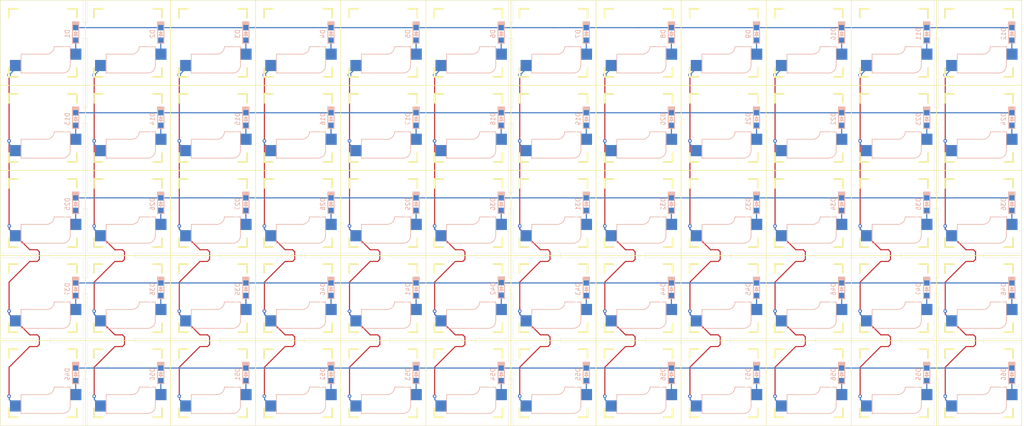
<source format=kicad_pcb>
(kicad_pcb (version 20171130) (host pcbnew "(5.1.10)-1")
  (layers (0 F.Cu signal) (31 B.Cu signal) (34 B.Paste user) (35 F.Paste user) (36 B.SilkS user) (37 F.SilkS user) (38 B.Mask user) (39 F.Mask user) (44 Edge.Cuts user))
  (net 0 "")
  (net 1 ROW1)
  (net 2 "Net-(D1-Pad2)")
  (net 3 "Net-(D2-Pad2)")
  (net 4 "Net-(D3-Pad2)")
  (net 5 "Net-(D4-Pad2)")
  (net 6 "Net-(D5-Pad2)")
  (net 7 "Net-(D6-Pad2)")
  (net 8 "Net-(D7-Pad2)")
  (net 9 "Net-(D8-Pad2)")
  (net 10 "Net-(D9-Pad2)")
  (net 11 "Net-(D10-Pad2)")
  (net 12 "Net-(D11-Pad2)")
  (net 13 "Net-(D12-Pad2)")
  (net 14 ROW2)
  (net 15 "Net-(D13-Pad2)")
  (net 16 "Net-(D14-Pad2)")
  (net 17 "Net-(D15-Pad2)")
  (net 18 "Net-(D16-Pad2)")
  (net 19 "Net-(D17-Pad2)")
  (net 20 "Net-(D18-Pad2)")
  (net 21 "Net-(D19-Pad2)")
  (net 22 "Net-(D20-Pad2)")
  (net 23 "Net-(D21-Pad2)")
  (net 24 "Net-(D22-Pad2)")
  (net 25 "Net-(D23-Pad2)")
  (net 26 "Net-(D24-Pad2)")
  (net 27 ROW3)
  (net 28 "Net-(D25-Pad2)")
  (net 29 "Net-(D26-Pad2)")
  (net 30 "Net-(D27-Pad2)")
  (net 31 "Net-(D28-Pad2)")
  (net 32 "Net-(D29-Pad2)")
  (net 33 "Net-(D30-Pad2)")
  (net 34 "Net-(D31-Pad2)")
  (net 35 "Net-(D32-Pad2)")
  (net 36 "Net-(D33-Pad2)")
  (net 37 "Net-(D34-Pad2)")
  (net 38 "Net-(D35-Pad2)")
  (net 39 "Net-(D36-Pad2)")
  (net 40 ROW4)
  (net 41 "Net-(D37-Pad2)")
  (net 42 "Net-(D38-Pad2)")
  (net 43 "Net-(D39-Pad2)")
  (net 44 "Net-(D40-Pad2)")
  (net 45 "Net-(D41-Pad2)")
  (net 46 "Net-(D42-Pad2)")
  (net 47 "Net-(D43-Pad2)")
  (net 48 "Net-(D44-Pad2)")
  (net 49 "Net-(D45-Pad2)")
  (net 50 "Net-(D46-Pad2)")
  (net 51 "Net-(D47-Pad2)")
  (net 52 "Net-(D48-Pad2)")
  (net 53 ROW5)
  (net 54 "Net-(D49-Pad2)")
  (net 55 "Net-(D50-Pad2)")
  (net 56 "Net-(D51-Pad2)")
  (net 57 "Net-(D52-Pad2)")
  (net 58 "Net-(D53-Pad2)")
  (net 59 "Net-(D54-Pad2)")
  (net 60 "Net-(D55-Pad2)")
  (net 61 "Net-(D56-Pad2)")
  (net 62 "Net-(D57-Pad2)")
  (net 63 "Net-(D58-Pad2)")
  (net 64 "Net-(D59-Pad2)")
  (net 65 "Net-(D60-Pad2)")
  (net 66 COL1)
  (net 67 COL2)
  (net 68 COL3)
  (net 69 COL4)
  (net 70 COL5)
  (net 71 COL6)
  (net 72 COL7)
  (net 73 COL8)
  (net 74 COL9)
  (net 75 COL10)
  (net 76 COL11)
  (net 77 COL12)
  (module keyboard_parts:Kailh_MX_Socket (layer F.Cu) (at 95.25 57.15)
    (fp_text reference SW42 hide)
    (fp_text value SW_PUSH hide)
    (pad 1 smd rect (at 7.36 2.54) (size 2.55 2.5) (layers B.Cu B.Paste B.Mask) (net 46 "Net-(D42-Pad2)"))
    (pad "" np_thru_hole circle (at 0 0) (size 3.98018 3.98018) (drill 3.98018) (layers *.Cu *.Mask))
    (pad "" np_thru_hole circle (at -2.54 5.08) (size 2.95 2.95) (drill 2.95) (layers *.Cu *.Mask))
    (pad "" np_thru_hole circle (at 3.81 2.54) (size 2.95 2.95) (drill 2.95) (layers *.Cu *.Mask))
    (pad 2 smd rect (at -6.09 5.08) (size 2.55 2.5) (layers B.Cu B.Paste B.Mask) (net 71 COL6))
    (pad "" np_thru_hole circle (at -5.08 0) (size 1.7 1.7) (drill 1.7) (layers *.Cu *.Mask))
    (pad "" np_thru_hole circle (at 5.08 0) (size 1.7 1.7) (drill 1.7) (layers *.Cu *.Mask))
  )
  (module keyboard_parts:Kailh_MX_Socket (layer F.Cu) (at 0 57.15)
    (fp_text reference SW37 hide)
    (fp_text value SW_PUSH hide)
    (pad 1 smd rect (at 7.36 2.54) (size 2.55 2.5) (layers B.Cu B.Paste B.Mask) (net 41 "Net-(D37-Pad2)"))
    (pad "" np_thru_hole circle (at 0 0) (size 3.98018 3.98018) (drill 3.98018) (layers *.Cu *.Mask))
    (pad "" np_thru_hole circle (at -2.54 5.08) (size 2.95 2.95) (drill 2.95) (layers *.Cu *.Mask))
    (pad "" np_thru_hole circle (at 3.81 2.54) (size 2.95 2.95) (drill 2.95) (layers *.Cu *.Mask))
    (pad 2 smd rect (at -6.09 5.08) (size 2.55 2.5) (layers B.Cu B.Paste B.Mask) (net 66 COL1))
    (pad "" np_thru_hole circle (at -5.08 0) (size 1.7 1.7) (drill 1.7) (layers *.Cu *.Mask))
    (pad "" np_thru_hole circle (at 5.08 0) (size 1.7 1.7) (drill 1.7) (layers *.Cu *.Mask))
  )
  (module Keebio-Parts:D_SOD123F (layer B.Cu) (at 216.9 74.2 270)
    (fp_text reference D60 (at 0 1.85 90) (layer B.SilkS) (effects (justify mirror)))
    (fp_text value D)
    (pad 1 smd rect (at -1.4 0 270) (size 1.2 1.2) (layers B.Cu B.Paste B.Mask) (net 53 ROW5))
    (pad 2 smd rect (at 1.4 0 270) (size 1.2 1.2) (layers B.Cu B.Paste B.Mask) (net 65 "Net-(D60-Pad2)"))
  )
  (module Keebio-Parts:D_SOD123F (layer B.Cu) (at 197.85 74.2 270)
    (fp_text reference D59 (at 0 1.85 90) (layer B.SilkS) (effects (justify mirror)))
    (fp_text value D)
    (pad 1 smd rect (at -1.4 0 270) (size 1.2 1.2) (layers B.Cu B.Paste B.Mask) (net 53 ROW5))
    (pad 2 smd rect (at 1.4 0 270) (size 1.2 1.2) (layers B.Cu B.Paste B.Mask) (net 64 "Net-(D59-Pad2)"))
  )
  (module Keebio-Parts:D_SOD123F (layer B.Cu) (at 178.8 74.2 270)
    (fp_text reference D58 (at 0 1.85 90) (layer B.SilkS) (effects (justify mirror)))
    (fp_text value D)
    (pad 1 smd rect (at -1.4 0 270) (size 1.2 1.2) (layers B.Cu B.Paste B.Mask) (net 53 ROW5))
    (pad 2 smd rect (at 1.4 0 270) (size 1.2 1.2) (layers B.Cu B.Paste B.Mask) (net 63 "Net-(D58-Pad2)"))
  )
  (module Keebio-Parts:D_SOD123F (layer B.Cu) (at 159.75 74.2 270)
    (fp_text reference D57 (at 0 1.85 90) (layer B.SilkS) (effects (justify mirror)))
    (fp_text value D)
    (pad 1 smd rect (at -1.4 0 270) (size 1.2 1.2) (layers B.Cu B.Paste B.Mask) (net 53 ROW5))
    (pad 2 smd rect (at 1.4 0 270) (size 1.2 1.2) (layers B.Cu B.Paste B.Mask) (net 62 "Net-(D57-Pad2)"))
  )
  (module Keebio-Parts:D_SOD123F (layer B.Cu) (at 140.7 74.2 270)
    (fp_text reference D56 (at 0 1.85 90) (layer B.SilkS) (effects (justify mirror)))
    (fp_text value D)
    (pad 1 smd rect (at -1.4 0 270) (size 1.2 1.2) (layers B.Cu B.Paste B.Mask) (net 53 ROW5))
    (pad 2 smd rect (at 1.4 0 270) (size 1.2 1.2) (layers B.Cu B.Paste B.Mask) (net 61 "Net-(D56-Pad2)"))
  )
  (module Keebio-Parts:D_SOD123F (layer B.Cu) (at 121.65 74.2 270)
    (fp_text reference D55 (at 0 1.85 90) (layer B.SilkS) (effects (justify mirror)))
    (fp_text value D)
    (pad 1 smd rect (at -1.4 0 270) (size 1.2 1.2) (layers B.Cu B.Paste B.Mask) (net 53 ROW5))
    (pad 2 smd rect (at 1.4 0 270) (size 1.2 1.2) (layers B.Cu B.Paste B.Mask) (net 60 "Net-(D55-Pad2)"))
  )
  (module Keebio-Parts:D_SOD123F (layer B.Cu) (at 102.6 74.2 270)
    (fp_text reference D54 (at 0 1.85 90) (layer B.SilkS) (effects (justify mirror)))
    (fp_text value D)
    (pad 1 smd rect (at -1.4 0 270) (size 1.2 1.2) (layers B.Cu B.Paste B.Mask) (net 53 ROW5))
    (pad 2 smd rect (at 1.4 0 270) (size 1.2 1.2) (layers B.Cu B.Paste B.Mask) (net 59 "Net-(D54-Pad2)"))
  )
  (module Keebio-Parts:D_SOD123F (layer B.Cu) (at 83.55 74.2 270)
    (fp_text reference D53 (at 0 1.85 90) (layer B.SilkS) (effects (justify mirror)))
    (fp_text value D)
    (pad 1 smd rect (at -1.4 0 270) (size 1.2 1.2) (layers B.Cu B.Paste B.Mask) (net 53 ROW5))
    (pad 2 smd rect (at 1.4 0 270) (size 1.2 1.2) (layers B.Cu B.Paste B.Mask) (net 58 "Net-(D53-Pad2)"))
  )
  (module Keebio-Parts:D_SOD123F (layer B.Cu) (at 64.5 74.2 270)
    (fp_text reference D52 (at 0 1.85 90) (layer B.SilkS) (effects (justify mirror)))
    (fp_text value D)
    (pad 1 smd rect (at -1.4 0 270) (size 1.2 1.2) (layers B.Cu B.Paste B.Mask) (net 53 ROW5))
    (pad 2 smd rect (at 1.4 0 270) (size 1.2 1.2) (layers B.Cu B.Paste B.Mask) (net 57 "Net-(D52-Pad2)"))
  )
  (module Keebio-Parts:D_SOD123F (layer B.Cu) (at 45.45 74.2 270)
    (fp_text reference D51 (at 0 1.85 90) (layer B.SilkS) (effects (justify mirror)))
    (fp_text value D)
    (pad 1 smd rect (at -1.4 0 270) (size 1.2 1.2) (layers B.Cu B.Paste B.Mask) (net 53 ROW5))
    (pad 2 smd rect (at 1.4 0 270) (size 1.2 1.2) (layers B.Cu B.Paste B.Mask) (net 56 "Net-(D51-Pad2)"))
  )
  (module Keebio-Parts:D_SOD123F (layer B.Cu) (at 26.4 74.2 270)
    (fp_text reference D50 (at 0 1.85 90) (layer B.SilkS) (effects (justify mirror)))
    (fp_text value D)
    (pad 1 smd rect (at -1.4 0 270) (size 1.2 1.2) (layers B.Cu B.Paste B.Mask) (net 53 ROW5))
    (pad 2 smd rect (at 1.4 0 270) (size 1.2 1.2) (layers B.Cu B.Paste B.Mask) (net 55 "Net-(D50-Pad2)"))
  )
  (module Keebio-Parts:D_SOD123F (layer B.Cu) (at 7.35 74.2 270)
    (fp_text reference D49 (at 0 1.85 90) (layer B.SilkS) (effects (justify mirror)))
    (fp_text value D)
    (pad 1 smd rect (at -1.4 0 270) (size 1.2 1.2) (layers B.Cu B.Paste B.Mask) (net 53 ROW5))
    (pad 2 smd rect (at 1.4 0 270) (size 1.2 1.2) (layers B.Cu B.Paste B.Mask) (net 54 "Net-(D49-Pad2)"))
  )
  (module Keebio-Parts:D_SOD123F (layer B.Cu) (at 216.9 55.15 270)
    (fp_text reference D48 (at 0 1.85 90) (layer B.SilkS) (effects (justify mirror)))
    (fp_text value D)
    (pad 1 smd rect (at -1.4 0 270) (size 1.2 1.2) (layers B.Cu B.Paste B.Mask) (net 40 ROW4))
    (pad 2 smd rect (at 1.4 0 270) (size 1.2 1.2) (layers B.Cu B.Paste B.Mask) (net 52 "Net-(D48-Pad2)"))
  )
  (module Keebio-Parts:D_SOD123F (layer B.Cu) (at 197.85 55.15 270)
    (fp_text reference D47 (at 0 1.85 90) (layer B.SilkS) (effects (justify mirror)))
    (fp_text value D)
    (pad 1 smd rect (at -1.4 0 270) (size 1.2 1.2) (layers B.Cu B.Paste B.Mask) (net 40 ROW4))
    (pad 2 smd rect (at 1.4 0 270) (size 1.2 1.2) (layers B.Cu B.Paste B.Mask) (net 51 "Net-(D47-Pad2)"))
  )
  (module Keebio-Parts:D_SOD123F (layer B.Cu) (at 178.8 55.15 270)
    (fp_text reference D46 (at 0 1.85 90) (layer B.SilkS) (effects (justify mirror)))
    (fp_text value D)
    (pad 1 smd rect (at -1.4 0 270) (size 1.2 1.2) (layers B.Cu B.Paste B.Mask) (net 40 ROW4))
    (pad 2 smd rect (at 1.4 0 270) (size 1.2 1.2) (layers B.Cu B.Paste B.Mask) (net 50 "Net-(D46-Pad2)"))
  )
  (module Keebio-Parts:D_SOD123F (layer B.Cu) (at 159.75 55.15 270)
    (fp_text reference D45 (at 0 1.85 90) (layer B.SilkS) (effects (justify mirror)))
    (fp_text value D)
    (pad 1 smd rect (at -1.4 0 270) (size 1.2 1.2) (layers B.Cu B.Paste B.Mask) (net 40 ROW4))
    (pad 2 smd rect (at 1.4 0 270) (size 1.2 1.2) (layers B.Cu B.Paste B.Mask) (net 49 "Net-(D45-Pad2)"))
  )
  (module Keebio-Parts:D_SOD123F (layer B.Cu) (at 140.7 55.15 270)
    (fp_text reference D44 (at 0 1.85 90) (layer B.SilkS) (effects (justify mirror)))
    (fp_text value D)
    (pad 1 smd rect (at -1.4 0 270) (size 1.2 1.2) (layers B.Cu B.Paste B.Mask) (net 40 ROW4))
    (pad 2 smd rect (at 1.4 0 270) (size 1.2 1.2) (layers B.Cu B.Paste B.Mask) (net 48 "Net-(D44-Pad2)"))
  )
  (module Keebio-Parts:D_SOD123F (layer B.Cu) (at 121.65 55.15 270)
    (fp_text reference D43 (at 0 1.85 90) (layer B.SilkS) (effects (justify mirror)))
    (fp_text value D)
    (pad 1 smd rect (at -1.4 0 270) (size 1.2 1.2) (layers B.Cu B.Paste B.Mask) (net 40 ROW4))
    (pad 2 smd rect (at 1.4 0 270) (size 1.2 1.2) (layers B.Cu B.Paste B.Mask) (net 47 "Net-(D43-Pad2)"))
  )
  (module Keebio-Parts:D_SOD123F (layer B.Cu) (at 102.625 55.075 270)
    (fp_text reference D42 (at 0 1.85 90) (layer B.SilkS) (effects (justify mirror)))
    (fp_text value D)
    (pad 1 smd rect (at -1.4 0 270) (size 1.2 1.2) (layers B.Cu B.Paste B.Mask) (net 40 ROW4))
    (pad 2 smd rect (at 1.4 0 270) (size 1.2 1.2) (layers B.Cu B.Paste B.Mask) (net 46 "Net-(D42-Pad2)"))
  )
  (module Keebio-Parts:D_SOD123F (layer B.Cu) (at 83.55 55.15 270)
    (fp_text reference D41 (at 0 1.85 90) (layer B.SilkS) (effects (justify mirror)))
    (fp_text value D)
    (pad 1 smd rect (at -1.4 0 270) (size 1.2 1.2) (layers B.Cu B.Paste B.Mask) (net 40 ROW4))
    (pad 2 smd rect (at 1.4 0 270) (size 1.2 1.2) (layers B.Cu B.Paste B.Mask) (net 45 "Net-(D41-Pad2)"))
  )
  (module Keebio-Parts:D_SOD123F (layer B.Cu) (at 64.5 55.15 270)
    (fp_text reference D40 (at 0 1.85 90) (layer B.SilkS) (effects (justify mirror)))
    (fp_text value D)
    (pad 1 smd rect (at -1.4 0 270) (size 1.2 1.2) (layers B.Cu B.Paste B.Mask) (net 40 ROW4))
    (pad 2 smd rect (at 1.4 0 270) (size 1.2 1.2) (layers B.Cu B.Paste B.Mask) (net 44 "Net-(D40-Pad2)"))
  )
  (module Keebio-Parts:D_SOD123F (layer B.Cu) (at 45.45 55.15 270)
    (fp_text reference D39 (at 0 1.85 90) (layer B.SilkS) (effects (justify mirror)))
    (fp_text value D)
    (pad 1 smd rect (at -1.4 0 270) (size 1.2 1.2) (layers B.Cu B.Paste B.Mask) (net 40 ROW4))
    (pad 2 smd rect (at 1.4 0 270) (size 1.2 1.2) (layers B.Cu B.Paste B.Mask) (net 43 "Net-(D39-Pad2)"))
  )
  (module Keebio-Parts:D_SOD123F (layer B.Cu) (at 26.4 55.15 270)
    (fp_text reference D38 (at 0 1.85 90) (layer B.SilkS) (effects (justify mirror)))
    (fp_text value D)
    (pad 1 smd rect (at -1.4 0 270) (size 1.2 1.2) (layers B.Cu B.Paste B.Mask) (net 40 ROW4))
    (pad 2 smd rect (at 1.4 0 270) (size 1.2 1.2) (layers B.Cu B.Paste B.Mask) (net 42 "Net-(D38-Pad2)"))
  )
  (module Keebio-Parts:D_SOD123F (layer B.Cu) (at 7.35 55.15 270)
    (fp_text reference D37 (at 0 1.85 90) (layer B.SilkS) (effects (justify mirror)))
    (fp_text value D)
    (pad 1 smd rect (at -1.4 0 270) (size 1.2 1.2) (layers B.Cu B.Paste B.Mask) (net 40 ROW4))
    (pad 2 smd rect (at 1.4 0 270) (size 1.2 1.2) (layers B.Cu B.Paste B.Mask) (net 41 "Net-(D37-Pad2)"))
  )
  (module Keebio-Parts:D_SOD123F (layer B.Cu) (at 216.9 36.1 270)
    (fp_text reference D36 (at 0 1.85 90) (layer B.SilkS) (effects (justify mirror)))
    (fp_text value D)
    (pad 1 smd rect (at -1.4 0 270) (size 1.2 1.2) (layers B.Cu B.Paste B.Mask) (net 27 ROW3))
    (pad 2 smd rect (at 1.4 0 270) (size 1.2 1.2) (layers B.Cu B.Paste B.Mask) (net 39 "Net-(D36-Pad2)"))
  )
  (module Keebio-Parts:D_SOD123F (layer B.Cu) (at 197.85 36.1 270)
    (fp_text reference D35 (at 0 1.85 90) (layer B.SilkS) (effects (justify mirror)))
    (fp_text value D)
    (pad 1 smd rect (at -1.4 0 270) (size 1.2 1.2) (layers B.Cu B.Paste B.Mask) (net 27 ROW3))
    (pad 2 smd rect (at 1.4 0 270) (size 1.2 1.2) (layers B.Cu B.Paste B.Mask) (net 38 "Net-(D35-Pad2)"))
  )
  (module Keebio-Parts:D_SOD123F (layer B.Cu) (at 178.8 36.1 270)
    (fp_text reference D34 (at 0 1.85 90) (layer B.SilkS) (effects (justify mirror)))
    (fp_text value D)
    (pad 1 smd rect (at -1.4 0 270) (size 1.2 1.2) (layers B.Cu B.Paste B.Mask) (net 27 ROW3))
    (pad 2 smd rect (at 1.4 0 270) (size 1.2 1.2) (layers B.Cu B.Paste B.Mask) (net 37 "Net-(D34-Pad2)"))
  )
  (module Keebio-Parts:D_SOD123F (layer B.Cu) (at 159.75 36.1 270)
    (fp_text reference D33 (at 0 1.85 90) (layer B.SilkS) (effects (justify mirror)))
    (fp_text value D)
    (pad 1 smd rect (at -1.4 0 270) (size 1.2 1.2) (layers B.Cu B.Paste B.Mask) (net 27 ROW3))
    (pad 2 smd rect (at 1.4 0 270) (size 1.2 1.2) (layers B.Cu B.Paste B.Mask) (net 36 "Net-(D33-Pad2)"))
  )
  (module Keebio-Parts:D_SOD123F (layer B.Cu) (at 140.7 36.1 270)
    (fp_text reference D32 (at 0 1.85 90) (layer B.SilkS) (effects (justify mirror)))
    (fp_text value D)
    (pad 1 smd rect (at -1.4 0 270) (size 1.2 1.2) (layers B.Cu B.Paste B.Mask) (net 27 ROW3))
    (pad 2 smd rect (at 1.4 0 270) (size 1.2 1.2) (layers B.Cu B.Paste B.Mask) (net 35 "Net-(D32-Pad2)"))
  )
  (module Keebio-Parts:D_SOD123F (layer B.Cu) (at 121.65 36.1 270)
    (fp_text reference D31 (at 0 1.85 90) (layer B.SilkS) (effects (justify mirror)))
    (fp_text value D)
    (pad 1 smd rect (at -1.4 0 270) (size 1.2 1.2) (layers B.Cu B.Paste B.Mask) (net 27 ROW3))
    (pad 2 smd rect (at 1.4 0 270) (size 1.2 1.2) (layers B.Cu B.Paste B.Mask) (net 34 "Net-(D31-Pad2)"))
  )
  (module Keebio-Parts:D_SOD123F (layer B.Cu) (at 102.6 36.1 270)
    (fp_text reference D30 (at 0 1.85 90) (layer B.SilkS) (effects (justify mirror)))
    (fp_text value D)
    (pad 1 smd rect (at -1.4 0 270) (size 1.2 1.2) (layers B.Cu B.Paste B.Mask) (net 27 ROW3))
    (pad 2 smd rect (at 1.4 0 270) (size 1.2 1.2) (layers B.Cu B.Paste B.Mask) (net 33 "Net-(D30-Pad2)"))
  )
  (module Keebio-Parts:D_SOD123F (layer B.Cu) (at 83.55 36.1 270)
    (fp_text reference D29 (at 0 1.85 90) (layer B.SilkS) (effects (justify mirror)))
    (fp_text value D)
    (pad 1 smd rect (at -1.4 0 270) (size 1.2 1.2) (layers B.Cu B.Paste B.Mask) (net 27 ROW3))
    (pad 2 smd rect (at 1.4 0 270) (size 1.2 1.2) (layers B.Cu B.Paste B.Mask) (net 32 "Net-(D29-Pad2)"))
  )
  (module Keebio-Parts:D_SOD123F (layer B.Cu) (at 64.5 36.1 270)
    (fp_text reference D28 (at 0 1.85 90) (layer B.SilkS) (effects (justify mirror)))
    (fp_text value D)
    (pad 1 smd rect (at -1.4 0 270) (size 1.2 1.2) (layers B.Cu B.Paste B.Mask) (net 27 ROW3))
    (pad 2 smd rect (at 1.4 0 270) (size 1.2 1.2) (layers B.Cu B.Paste B.Mask) (net 31 "Net-(D28-Pad2)"))
  )
  (module Keebio-Parts:D_SOD123F (layer B.Cu) (at 45.45 36.1 270)
    (fp_text reference D27 (at 0 1.85 90) (layer B.SilkS) (effects (justify mirror)))
    (fp_text value D)
    (pad 1 smd rect (at -1.4 0 270) (size 1.2 1.2) (layers B.Cu B.Paste B.Mask) (net 27 ROW3))
    (pad 2 smd rect (at 1.4 0 270) (size 1.2 1.2) (layers B.Cu B.Paste B.Mask) (net 30 "Net-(D27-Pad2)"))
  )
  (module Keebio-Parts:D_SOD123F (layer B.Cu) (at 26.4 36.1 270)
    (fp_text reference D26 (at 0 1.85 90) (layer B.SilkS) (effects (justify mirror)))
    (fp_text value D)
    (pad 1 smd rect (at -1.4 0 270) (size 1.2 1.2) (layers B.Cu B.Paste B.Mask) (net 27 ROW3))
    (pad 2 smd rect (at 1.4 0 270) (size 1.2 1.2) (layers B.Cu B.Paste B.Mask) (net 29 "Net-(D26-Pad2)"))
  )
  (module Keebio-Parts:D_SOD123F (layer B.Cu) (at 7.35 36.1 270)
    (fp_text reference D25 (at 0 1.85 90) (layer B.SilkS) (effects (justify mirror)))
    (fp_text value D)
    (pad 1 smd rect (at -1.4 0 270) (size 1.2 1.2) (layers B.Cu B.Paste B.Mask) (net 27 ROW3))
    (pad 2 smd rect (at 1.4 0 270) (size 1.2 1.2) (layers B.Cu B.Paste B.Mask) (net 28 "Net-(D25-Pad2)"))
  )
  (module Keebio-Parts:D_SOD123F (layer B.Cu) (at 216.9 17.05 270)
    (fp_text reference D24 (at 0 1.85 90) (layer B.SilkS) (effects (justify mirror)))
    (fp_text value D)
    (pad 1 smd rect (at -1.4 0 270) (size 1.2 1.2) (layers B.Cu B.Paste B.Mask) (net 14 ROW2))
    (pad 2 smd rect (at 1.4 0 270) (size 1.2 1.2) (layers B.Cu B.Paste B.Mask) (net 26 "Net-(D24-Pad2)"))
  )
  (module Keebio-Parts:D_SOD123F (layer B.Cu) (at 197.85 17.05 270)
    (fp_text reference D23 (at 0 1.85 90) (layer B.SilkS) (effects (justify mirror)))
    (fp_text value D)
    (pad 1 smd rect (at -1.4 0 270) (size 1.2 1.2) (layers B.Cu B.Paste B.Mask) (net 14 ROW2))
    (pad 2 smd rect (at 1.4 0 270) (size 1.2 1.2) (layers B.Cu B.Paste B.Mask) (net 25 "Net-(D23-Pad2)"))
  )
  (module Keebio-Parts:D_SOD123F (layer B.Cu) (at 178.8 17.05 270)
    (fp_text reference D22 (at 0 1.85 90) (layer B.SilkS) (effects (justify mirror)))
    (fp_text value D)
    (pad 1 smd rect (at -1.4 0 270) (size 1.2 1.2) (layers B.Cu B.Paste B.Mask) (net 14 ROW2))
    (pad 2 smd rect (at 1.4 0 270) (size 1.2 1.2) (layers B.Cu B.Paste B.Mask) (net 24 "Net-(D22-Pad2)"))
  )
  (module Keebio-Parts:D_SOD123F (layer B.Cu) (at 159.75 17.05 270)
    (fp_text reference D21 (at 0 1.85 90) (layer B.SilkS) (effects (justify mirror)))
    (fp_text value D)
    (pad 1 smd rect (at -1.4 0 270) (size 1.2 1.2) (layers B.Cu B.Paste B.Mask) (net 14 ROW2))
    (pad 2 smd rect (at 1.4 0 270) (size 1.2 1.2) (layers B.Cu B.Paste B.Mask) (net 23 "Net-(D21-Pad2)"))
  )
  (module Keebio-Parts:D_SOD123F (layer B.Cu) (at 140.7 17.05 270)
    (fp_text reference D20 (at 0 1.85 90) (layer B.SilkS) (effects (justify mirror)))
    (fp_text value D)
    (pad 1 smd rect (at -1.4 0 270) (size 1.2 1.2) (layers B.Cu B.Paste B.Mask) (net 14 ROW2))
    (pad 2 smd rect (at 1.4 0 270) (size 1.2 1.2) (layers B.Cu B.Paste B.Mask) (net 22 "Net-(D20-Pad2)"))
  )
  (module Keebio-Parts:D_SOD123F (layer B.Cu) (at 121.65 17.05 270)
    (fp_text reference D19 (at 0 1.85 90) (layer B.SilkS) (effects (justify mirror)))
    (fp_text value D)
    (pad 1 smd rect (at -1.4 0 270) (size 1.2 1.2) (layers B.Cu B.Paste B.Mask) (net 14 ROW2))
    (pad 2 smd rect (at 1.4 0 270) (size 1.2 1.2) (layers B.Cu B.Paste B.Mask) (net 21 "Net-(D19-Pad2)"))
  )
  (module Keebio-Parts:D_SOD123F (layer B.Cu) (at 102.6 17.05 270)
    (fp_text reference D18 (at 0 1.85 90) (layer B.SilkS) (effects (justify mirror)))
    (fp_text value D)
    (pad 1 smd rect (at -1.4 0 270) (size 1.2 1.2) (layers B.Cu B.Paste B.Mask) (net 14 ROW2))
    (pad 2 smd rect (at 1.4 0 270) (size 1.2 1.2) (layers B.Cu B.Paste B.Mask) (net 20 "Net-(D18-Pad2)"))
  )
  (module Keebio-Parts:D_SOD123F (layer B.Cu) (at 83.55 17.05 270)
    (fp_text reference D17 (at 0 1.85 90) (layer B.SilkS) (effects (justify mirror)))
    (fp_text value D)
    (pad 1 smd rect (at -1.4 0 270) (size 1.2 1.2) (layers B.Cu B.Paste B.Mask) (net 14 ROW2))
    (pad 2 smd rect (at 1.4 0 270) (size 1.2 1.2) (layers B.Cu B.Paste B.Mask) (net 19 "Net-(D17-Pad2)"))
  )
  (module Keebio-Parts:D_SOD123F (layer B.Cu) (at 64.5 17.05 270)
    (fp_text reference D16 (at 0 1.85 90) (layer B.SilkS) (effects (justify mirror)))
    (fp_text value D)
    (pad 1 smd rect (at -1.4 0 270) (size 1.2 1.2) (layers B.Cu B.Paste B.Mask) (net 14 ROW2))
    (pad 2 smd rect (at 1.4 0 270) (size 1.2 1.2) (layers B.Cu B.Paste B.Mask) (net 18 "Net-(D16-Pad2)"))
  )
  (module Keebio-Parts:D_SOD123F (layer B.Cu) (at 45.45 17.05 270)
    (fp_text reference D15 (at 0 1.85 90) (layer B.SilkS) (effects (justify mirror)))
    (fp_text value D)
    (pad 1 smd rect (at -1.4 0 270) (size 1.2 1.2) (layers B.Cu B.Paste B.Mask) (net 14 ROW2))
    (pad 2 smd rect (at 1.4 0 270) (size 1.2 1.2) (layers B.Cu B.Paste B.Mask) (net 17 "Net-(D15-Pad2)"))
  )
  (module Keebio-Parts:D_SOD123F (layer B.Cu) (at 26.4 17.05 270)
    (fp_text reference D14 (at 0 1.85 90) (layer B.SilkS) (effects (justify mirror)))
    (fp_text value D)
    (pad 1 smd rect (at -1.4 0 270) (size 1.2 1.2) (layers B.Cu B.Paste B.Mask) (net 14 ROW2))
    (pad 2 smd rect (at 1.4 0 270) (size 1.2 1.2) (layers B.Cu B.Paste B.Mask) (net 16 "Net-(D14-Pad2)"))
  )
  (module Keebio-Parts:D_SOD123F (layer B.Cu) (at 7.35 17.05 270)
    (fp_text reference D13 (at 0 1.85 90) (layer B.SilkS) (effects (justify mirror)))
    (fp_text value D)
    (pad 1 smd rect (at -1.4 0 270) (size 1.2 1.2) (layers B.Cu B.Paste B.Mask) (net 14 ROW2))
    (pad 2 smd rect (at 1.4 0 270) (size 1.2 1.2) (layers B.Cu B.Paste B.Mask) (net 15 "Net-(D13-Pad2)"))
  )
  (module Keebio-Parts:D_SOD123F (layer B.Cu) (at 216.9 -2 270)
    (fp_text reference D12 (at 0 1.85 90) (layer B.SilkS) (effects (justify mirror)))
    (fp_text value D)
    (pad 1 smd rect (at -1.4 0 270) (size 1.2 1.2) (layers B.Cu B.Paste B.Mask) (net 1 ROW1))
    (pad 2 smd rect (at 1.4 0 270) (size 1.2 1.2) (layers B.Cu B.Paste B.Mask) (net 13 "Net-(D12-Pad2)"))
  )
  (module Keebio-Parts:D_SOD123F (layer B.Cu) (at 197.85 -2 270)
    (fp_text reference D11 (at 0 1.85 90) (layer B.SilkS) (effects (justify mirror)))
    (fp_text value D)
    (pad 1 smd rect (at -1.4 0 270) (size 1.2 1.2) (layers B.Cu B.Paste B.Mask) (net 1 ROW1))
    (pad 2 smd rect (at 1.4 0 270) (size 1.2 1.2) (layers B.Cu B.Paste B.Mask) (net 12 "Net-(D11-Pad2)"))
  )
  (module Keebio-Parts:D_SOD123F (layer B.Cu) (at 178.8 -2 270)
    (fp_text reference D10 (at 0 1.85 90) (layer B.SilkS) (effects (justify mirror)))
    (fp_text value D)
    (pad 1 smd rect (at -1.4 0 270) (size 1.2 1.2) (layers B.Cu B.Paste B.Mask) (net 1 ROW1))
    (pad 2 smd rect (at 1.4 0 270) (size 1.2 1.2) (layers B.Cu B.Paste B.Mask) (net 11 "Net-(D10-Pad2)"))
  )
  (module Keebio-Parts:D_SOD123F (layer B.Cu) (at 159.75 -2 270)
    (fp_text reference D9 (at 0 1.85 90) (layer B.SilkS) (effects (justify mirror)))
    (fp_text value D)
    (pad 1 smd rect (at -1.4 0 270) (size 1.2 1.2) (layers B.Cu B.Paste B.Mask) (net 1 ROW1))
    (pad 2 smd rect (at 1.4 0 270) (size 1.2 1.2) (layers B.Cu B.Paste B.Mask) (net 10 "Net-(D9-Pad2)"))
  )
  (module Keebio-Parts:D_SOD123F (layer B.Cu) (at 140.7 -2 270)
    (fp_text reference D8 (at 0 1.85 90) (layer B.SilkS) (effects (justify mirror)))
    (fp_text value D)
    (pad 1 smd rect (at -1.4 0 270) (size 1.2 1.2) (layers B.Cu B.Paste B.Mask) (net 1 ROW1))
    (pad 2 smd rect (at 1.4 0 270) (size 1.2 1.2) (layers B.Cu B.Paste B.Mask) (net 9 "Net-(D8-Pad2)"))
  )
  (module Keebio-Parts:D_SOD123F (layer B.Cu) (at 121.65 -2 270)
    (fp_text reference D7 (at 0 1.85 90) (layer B.SilkS) (effects (justify mirror)))
    (fp_text value D)
    (pad 1 smd rect (at -1.4 0 270) (size 1.2 1.2) (layers B.Cu B.Paste B.Mask) (net 1 ROW1))
    (pad 2 smd rect (at 1.4 0 270) (size 1.2 1.2) (layers B.Cu B.Paste B.Mask) (net 8 "Net-(D7-Pad2)"))
  )
  (module Keebio-Parts:D_SOD123F (layer B.Cu) (at 102.6 -2 270)
    (fp_text reference D6 (at 0 1.85 90) (layer B.SilkS) (effects (justify mirror)))
    (fp_text value D)
    (pad 1 smd rect (at -1.4 0 270) (size 1.2 1.2) (layers B.Cu B.Paste B.Mask) (net 1 ROW1))
    (pad 2 smd rect (at 1.4 0 270) (size 1.2 1.2) (layers B.Cu B.Paste B.Mask) (net 7 "Net-(D6-Pad2)"))
  )
  (module Keebio-Parts:D_SOD123F (layer B.Cu) (at 83.55 -2 270)
    (fp_text reference D5 (at 0 1.85 90) (layer B.SilkS) (effects (justify mirror)))
    (fp_text value D)
    (pad 1 smd rect (at -1.4 0 270) (size 1.2 1.2) (layers B.Cu B.Paste B.Mask) (net 1 ROW1))
    (pad 2 smd rect (at 1.4 0 270) (size 1.2 1.2) (layers B.Cu B.Paste B.Mask) (net 6 "Net-(D5-Pad2)"))
  )
  (module Keebio-Parts:D_SOD123F (layer B.Cu) (at 64.5 -2 270)
    (fp_text reference D4 (at 0 1.85 90) (layer B.SilkS) (effects (justify mirror)))
    (fp_text value D)
    (pad 1 smd rect (at -1.4 0 270) (size 1.2 1.2) (layers B.Cu B.Paste B.Mask) (net 1 ROW1))
    (pad 2 smd rect (at 1.4 0 270) (size 1.2 1.2) (layers B.Cu B.Paste B.Mask) (net 5 "Net-(D4-Pad2)"))
  )
  (module Keebio-Parts:D_SOD123F (layer B.Cu) (at 45.45 -2 270)
    (fp_text reference D3 (at 0 1.85 90) (layer B.SilkS) (effects (justify mirror)))
    (fp_text value D)
    (pad 1 smd rect (at -1.4 0 270) (size 1.2 1.2) (layers B.Cu B.Paste B.Mask) (net 1 ROW1))
    (pad 2 smd rect (at 1.4 0 270) (size 1.2 1.2) (layers B.Cu B.Paste B.Mask) (net 4 "Net-(D3-Pad2)"))
  )
  (module Keebio-Parts:D_SOD123F (layer B.Cu) (at 26.4 -2 270)
    (fp_text reference D2 (at 0 1.85 90) (layer B.SilkS) (effects (justify mirror)))
    (fp_text value D)
    (pad 1 smd rect (at -1.4 0 270) (size 1.2 1.2) (layers B.Cu B.Paste B.Mask) (net 1 ROW1))
    (pad 2 smd rect (at 1.4 0 270) (size 1.2 1.2) (layers B.Cu B.Paste B.Mask) (net 3 "Net-(D2-Pad2)"))
  )
  (module Keebio-Parts:D_SOD123F (layer B.Cu) (at 7.35 -2 270)
    (fp_text reference D1 (at 0 1.85 90) (layer B.SilkS) (effects (justify mirror)))
    (fp_text value D)
    (pad 1 smd rect (at -1.4 0 270) (size 1.2 1.2) (layers B.Cu B.Paste B.Mask) (net 1 ROW1))
    (pad 2 smd rect (at 1.4 0 270) (size 1.2 1.2) (layers B.Cu B.Paste B.Mask) (net 2 "Net-(D1-Pad2)"))
  )
  (module keyboard_parts:Kailh_MX_Socket (layer F.Cu) (at 209.55 76.2)
    (fp_text reference SW60 hide)
    (fp_text value SW_PUSH hide)
    (pad 1 smd rect (at 7.36 2.54) (size 2.55 2.5) (layers B.Cu B.Paste B.Mask) (net 65 "Net-(D60-Pad2)"))
    (pad "" np_thru_hole circle (at 0 0) (size 3.98018 3.98018) (drill 3.98018) (layers *.Cu *.Mask))
    (pad "" np_thru_hole circle (at -2.54 5.08) (size 2.95 2.95) (drill 2.95) (layers *.Cu *.Mask))
    (pad "" np_thru_hole circle (at 3.81 2.54) (size 2.95 2.95) (drill 2.95) (layers *.Cu *.Mask))
    (pad 2 smd rect (at -6.09 5.08) (size 2.55 2.5) (layers B.Cu B.Paste B.Mask) (net 77 COL12))
    (pad "" np_thru_hole circle (at -5.08 0) (size 1.7 1.7) (drill 1.7) (layers *.Cu *.Mask))
    (pad "" np_thru_hole circle (at 5.08 0) (size 1.7 1.7) (drill 1.7) (layers *.Cu *.Mask))
  )
  (module keyboard_parts:Kailh_MX_Socket (layer F.Cu) (at 190.5 76.2)
    (fp_text reference SW59 hide)
    (fp_text value SW_PUSH hide)
    (pad 1 smd rect (at 7.36 2.54) (size 2.55 2.5) (layers B.Cu B.Paste B.Mask) (net 64 "Net-(D59-Pad2)"))
    (pad "" np_thru_hole circle (at 0 0) (size 3.98018 3.98018) (drill 3.98018) (layers *.Cu *.Mask))
    (pad "" np_thru_hole circle (at -2.54 5.08) (size 2.95 2.95) (drill 2.95) (layers *.Cu *.Mask))
    (pad "" np_thru_hole circle (at 3.81 2.54) (size 2.95 2.95) (drill 2.95) (layers *.Cu *.Mask))
    (pad 2 smd rect (at -6.09 5.08) (size 2.55 2.5) (layers B.Cu B.Paste B.Mask) (net 76 COL11))
    (pad "" np_thru_hole circle (at -5.08 0) (size 1.7 1.7) (drill 1.7) (layers *.Cu *.Mask))
    (pad "" np_thru_hole circle (at 5.08 0) (size 1.7 1.7) (drill 1.7) (layers *.Cu *.Mask))
  )
  (module keyboard_parts:Kailh_MX_Socket (layer F.Cu) (at 171.45 76.2)
    (fp_text reference SW58 hide)
    (fp_text value SW_PUSH hide)
    (pad 1 smd rect (at 7.36 2.54) (size 2.55 2.5) (layers B.Cu B.Paste B.Mask) (net 63 "Net-(D58-Pad2)"))
    (pad "" np_thru_hole circle (at 0 0) (size 3.98018 3.98018) (drill 3.98018) (layers *.Cu *.Mask))
    (pad "" np_thru_hole circle (at -2.54 5.08) (size 2.95 2.95) (drill 2.95) (layers *.Cu *.Mask))
    (pad "" np_thru_hole circle (at 3.81 2.54) (size 2.95 2.95) (drill 2.95) (layers *.Cu *.Mask))
    (pad 2 smd rect (at -6.09 5.08) (size 2.55 2.5) (layers B.Cu B.Paste B.Mask) (net 75 COL10))
    (pad "" np_thru_hole circle (at -5.08 0) (size 1.7 1.7) (drill 1.7) (layers *.Cu *.Mask))
    (pad "" np_thru_hole circle (at 5.08 0) (size 1.7 1.7) (drill 1.7) (layers *.Cu *.Mask))
  )
  (module keyboard_parts:Kailh_MX_Socket (layer F.Cu) (at 152.4 76.2)
    (fp_text reference SW57 hide)
    (fp_text value SW_PUSH hide)
    (pad 1 smd rect (at 7.36 2.54) (size 2.55 2.5) (layers B.Cu B.Paste B.Mask) (net 62 "Net-(D57-Pad2)"))
    (pad "" np_thru_hole circle (at 0 0) (size 3.98018 3.98018) (drill 3.98018) (layers *.Cu *.Mask))
    (pad "" np_thru_hole circle (at -2.54 5.08) (size 2.95 2.95) (drill 2.95) (layers *.Cu *.Mask))
    (pad "" np_thru_hole circle (at 3.81 2.54) (size 2.95 2.95) (drill 2.95) (layers *.Cu *.Mask))
    (pad 2 smd rect (at -6.09 5.08) (size 2.55 2.5) (layers B.Cu B.Paste B.Mask) (net 74 COL9))
    (pad "" np_thru_hole circle (at -5.08 0) (size 1.7 1.7) (drill 1.7) (layers *.Cu *.Mask))
    (pad "" np_thru_hole circle (at 5.08 0) (size 1.7 1.7) (drill 1.7) (layers *.Cu *.Mask))
  )
  (module keyboard_parts:Kailh_MX_Socket (layer F.Cu) (at 133.35 76.2)
    (fp_text reference SW56 hide)
    (fp_text value SW_PUSH hide)
    (pad 1 smd rect (at 7.36 2.54) (size 2.55 2.5) (layers B.Cu B.Paste B.Mask) (net 61 "Net-(D56-Pad2)"))
    (pad "" np_thru_hole circle (at 0 0) (size 3.98018 3.98018) (drill 3.98018) (layers *.Cu *.Mask))
    (pad "" np_thru_hole circle (at -2.54 5.08) (size 2.95 2.95) (drill 2.95) (layers *.Cu *.Mask))
    (pad "" np_thru_hole circle (at 3.81 2.54) (size 2.95 2.95) (drill 2.95) (layers *.Cu *.Mask))
    (pad 2 smd rect (at -6.09 5.08) (size 2.55 2.5) (layers B.Cu B.Paste B.Mask) (net 73 COL8))
    (pad "" np_thru_hole circle (at -5.08 0) (size 1.7 1.7) (drill 1.7) (layers *.Cu *.Mask))
    (pad "" np_thru_hole circle (at 5.08 0) (size 1.7 1.7) (drill 1.7) (layers *.Cu *.Mask))
  )
  (module keyboard_parts:Kailh_MX_Socket (layer F.Cu) (at 114.3 76.2)
    (fp_text reference SW55 hide)
    (fp_text value SW_PUSH hide)
    (pad 1 smd rect (at 7.36 2.54) (size 2.55 2.5) (layers B.Cu B.Paste B.Mask) (net 60 "Net-(D55-Pad2)"))
    (pad "" np_thru_hole circle (at 0 0) (size 3.98018 3.98018) (drill 3.98018) (layers *.Cu *.Mask))
    (pad "" np_thru_hole circle (at -2.54 5.08) (size 2.95 2.95) (drill 2.95) (layers *.Cu *.Mask))
    (pad "" np_thru_hole circle (at 3.81 2.54) (size 2.95 2.95) (drill 2.95) (layers *.Cu *.Mask))
    (pad 2 smd rect (at -6.09 5.08) (size 2.55 2.5) (layers B.Cu B.Paste B.Mask) (net 72 COL7))
    (pad "" np_thru_hole circle (at -5.08 0) (size 1.7 1.7) (drill 1.7) (layers *.Cu *.Mask))
    (pad "" np_thru_hole circle (at 5.08 0) (size 1.7 1.7) (drill 1.7) (layers *.Cu *.Mask))
  )
  (module keyboard_parts:Kailh_MX_Socket (layer F.Cu) (at 95.25 76.2)
    (fp_text reference SW54 hide)
    (fp_text value SW_PUSH hide)
    (pad 1 smd rect (at 7.36 2.54) (size 2.55 2.5) (layers B.Cu B.Paste B.Mask) (net 59 "Net-(D54-Pad2)"))
    (pad "" np_thru_hole circle (at 0 0) (size 3.98018 3.98018) (drill 3.98018) (layers *.Cu *.Mask))
    (pad "" np_thru_hole circle (at -2.54 5.08) (size 2.95 2.95) (drill 2.95) (layers *.Cu *.Mask))
    (pad "" np_thru_hole circle (at 3.81 2.54) (size 2.95 2.95) (drill 2.95) (layers *.Cu *.Mask))
    (pad 2 smd rect (at -6.09 5.08) (size 2.55 2.5) (layers B.Cu B.Paste B.Mask) (net 71 COL6))
    (pad "" np_thru_hole circle (at -5.08 0) (size 1.7 1.7) (drill 1.7) (layers *.Cu *.Mask))
    (pad "" np_thru_hole circle (at 5.08 0) (size 1.7 1.7) (drill 1.7) (layers *.Cu *.Mask))
  )
  (module keyboard_parts:Kailh_MX_Socket (layer F.Cu) (at 76.2 76.2)
    (fp_text reference SW53 hide)
    (fp_text value SW_PUSH hide)
    (pad 1 smd rect (at 7.36 2.54) (size 2.55 2.5) (layers B.Cu B.Paste B.Mask) (net 58 "Net-(D53-Pad2)"))
    (pad "" np_thru_hole circle (at 0 0) (size 3.98018 3.98018) (drill 3.98018) (layers *.Cu *.Mask))
    (pad "" np_thru_hole circle (at -2.54 5.08) (size 2.95 2.95) (drill 2.95) (layers *.Cu *.Mask))
    (pad "" np_thru_hole circle (at 3.81 2.54) (size 2.95 2.95) (drill 2.95) (layers *.Cu *.Mask))
    (pad 2 smd rect (at -6.09 5.08) (size 2.55 2.5) (layers B.Cu B.Paste B.Mask) (net 70 COL5))
    (pad "" np_thru_hole circle (at -5.08 0) (size 1.7 1.7) (drill 1.7) (layers *.Cu *.Mask))
    (pad "" np_thru_hole circle (at 5.08 0) (size 1.7 1.7) (drill 1.7) (layers *.Cu *.Mask))
  )
  (module keyboard_parts:Kailh_MX_Socket (layer F.Cu) (at 57.15 76.2)
    (fp_text reference SW52 hide)
    (fp_text value SW_PUSH hide)
    (pad 1 smd rect (at 7.36 2.54) (size 2.55 2.5) (layers B.Cu B.Paste B.Mask) (net 57 "Net-(D52-Pad2)"))
    (pad "" np_thru_hole circle (at 0 0) (size 3.98018 3.98018) (drill 3.98018) (layers *.Cu *.Mask))
    (pad "" np_thru_hole circle (at -2.54 5.08) (size 2.95 2.95) (drill 2.95) (layers *.Cu *.Mask))
    (pad "" np_thru_hole circle (at 3.81 2.54) (size 2.95 2.95) (drill 2.95) (layers *.Cu *.Mask))
    (pad 2 smd rect (at -6.09 5.08) (size 2.55 2.5) (layers B.Cu B.Paste B.Mask) (net 69 COL4))
    (pad "" np_thru_hole circle (at -5.08 0) (size 1.7 1.7) (drill 1.7) (layers *.Cu *.Mask))
    (pad "" np_thru_hole circle (at 5.08 0) (size 1.7 1.7) (drill 1.7) (layers *.Cu *.Mask))
  )
  (module keyboard_parts:Kailh_MX_Socket (layer F.Cu) (at 38.1 76.2)
    (fp_text reference SW51 hide)
    (fp_text value SW_PUSH hide)
    (pad 1 smd rect (at 7.36 2.54) (size 2.55 2.5) (layers B.Cu B.Paste B.Mask) (net 56 "Net-(D51-Pad2)"))
    (pad "" np_thru_hole circle (at 0 0) (size 3.98018 3.98018) (drill 3.98018) (layers *.Cu *.Mask))
    (pad "" np_thru_hole circle (at -2.54 5.08) (size 2.95 2.95) (drill 2.95) (layers *.Cu *.Mask))
    (pad "" np_thru_hole circle (at 3.81 2.54) (size 2.95 2.95) (drill 2.95) (layers *.Cu *.Mask))
    (pad 2 smd rect (at -6.09 5.08) (size 2.55 2.5) (layers B.Cu B.Paste B.Mask) (net 68 COL3))
    (pad "" np_thru_hole circle (at -5.08 0) (size 1.7 1.7) (drill 1.7) (layers *.Cu *.Mask))
    (pad "" np_thru_hole circle (at 5.08 0) (size 1.7 1.7) (drill 1.7) (layers *.Cu *.Mask))
  )
  (module keyboard_parts:Kailh_MX_Socket (layer F.Cu) (at 19.05 76.2)
    (fp_text reference SW50 hide)
    (fp_text value SW_PUSH hide)
    (pad 1 smd rect (at 7.36 2.54) (size 2.55 2.5) (layers B.Cu B.Paste B.Mask) (net 55 "Net-(D50-Pad2)"))
    (pad "" np_thru_hole circle (at 0 0) (size 3.98018 3.98018) (drill 3.98018) (layers *.Cu *.Mask))
    (pad "" np_thru_hole circle (at -2.54 5.08) (size 2.95 2.95) (drill 2.95) (layers *.Cu *.Mask))
    (pad "" np_thru_hole circle (at 3.81 2.54) (size 2.95 2.95) (drill 2.95) (layers *.Cu *.Mask))
    (pad 2 smd rect (at -6.09 5.08) (size 2.55 2.5) (layers B.Cu B.Paste B.Mask) (net 67 COL2))
    (pad "" np_thru_hole circle (at -5.08 0) (size 1.7 1.7) (drill 1.7) (layers *.Cu *.Mask))
    (pad "" np_thru_hole circle (at 5.08 0) (size 1.7 1.7) (drill 1.7) (layers *.Cu *.Mask))
  )
  (module keyboard_parts:Kailh_MX_Socket (layer F.Cu) (at 0 76.2)
    (fp_text reference SW49 hide)
    (fp_text value SW_PUSH hide)
    (pad 1 smd rect (at 7.36 2.54) (size 2.55 2.5) (layers B.Cu B.Paste B.Mask) (net 54 "Net-(D49-Pad2)"))
    (pad "" np_thru_hole circle (at 0 0) (size 3.98018 3.98018) (drill 3.98018) (layers *.Cu *.Mask))
    (pad "" np_thru_hole circle (at -2.54 5.08) (size 2.95 2.95) (drill 2.95) (layers *.Cu *.Mask))
    (pad "" np_thru_hole circle (at 3.81 2.54) (size 2.95 2.95) (drill 2.95) (layers *.Cu *.Mask))
    (pad 2 smd rect (at -6.09 5.08) (size 2.55 2.5) (layers B.Cu B.Paste B.Mask) (net 66 COL1))
    (pad "" np_thru_hole circle (at -5.08 0) (size 1.7 1.7) (drill 1.7) (layers *.Cu *.Mask))
    (pad "" np_thru_hole circle (at 5.08 0) (size 1.7 1.7) (drill 1.7) (layers *.Cu *.Mask))
  )
  (module keyboard_parts:Kailh_MX_Socket (layer F.Cu) (at 209.55 57.15)
    (fp_text reference SW48 hide)
    (fp_text value SW_PUSH hide)
    (pad 1 smd rect (at 7.36 2.54) (size 2.55 2.5) (layers B.Cu B.Paste B.Mask) (net 52 "Net-(D48-Pad2)"))
    (pad "" np_thru_hole circle (at 0 0) (size 3.98018 3.98018) (drill 3.98018) (layers *.Cu *.Mask))
    (pad "" np_thru_hole circle (at -2.54 5.08) (size 2.95 2.95) (drill 2.95) (layers *.Cu *.Mask))
    (pad "" np_thru_hole circle (at 3.81 2.54) (size 2.95 2.95) (drill 2.95) (layers *.Cu *.Mask))
    (pad 2 smd rect (at -6.09 5.08) (size 2.55 2.5) (layers B.Cu B.Paste B.Mask) (net 77 COL12))
    (pad "" np_thru_hole circle (at -5.08 0) (size 1.7 1.7) (drill 1.7) (layers *.Cu *.Mask))
    (pad "" np_thru_hole circle (at 5.08 0) (size 1.7 1.7) (drill 1.7) (layers *.Cu *.Mask))
  )
  (module keyboard_parts:Kailh_MX_Socket (layer F.Cu) (at 190.5 57.15)
    (fp_text reference SW47 hide)
    (fp_text value SW_PUSH hide)
    (pad 1 smd rect (at 7.36 2.54) (size 2.55 2.5) (layers B.Cu B.Paste B.Mask) (net 51 "Net-(D47-Pad2)"))
    (pad "" np_thru_hole circle (at 0 0) (size 3.98018 3.98018) (drill 3.98018) (layers *.Cu *.Mask))
    (pad "" np_thru_hole circle (at -2.54 5.08) (size 2.95 2.95) (drill 2.95) (layers *.Cu *.Mask))
    (pad "" np_thru_hole circle (at 3.81 2.54) (size 2.95 2.95) (drill 2.95) (layers *.Cu *.Mask))
    (pad 2 smd rect (at -6.09 5.08) (size 2.55 2.5) (layers B.Cu B.Paste B.Mask) (net 76 COL11))
    (pad "" np_thru_hole circle (at -5.08 0) (size 1.7 1.7) (drill 1.7) (layers *.Cu *.Mask))
    (pad "" np_thru_hole circle (at 5.08 0) (size 1.7 1.7) (drill 1.7) (layers *.Cu *.Mask))
  )
  (module keyboard_parts:Kailh_MX_Socket (layer F.Cu) (at 171.45 57.15)
    (fp_text reference SW46 hide)
    (fp_text value SW_PUSH hide)
    (pad 1 smd rect (at 7.36 2.54) (size 2.55 2.5) (layers B.Cu B.Paste B.Mask) (net 50 "Net-(D46-Pad2)"))
    (pad "" np_thru_hole circle (at 0 0) (size 3.98018 3.98018) (drill 3.98018) (layers *.Cu *.Mask))
    (pad "" np_thru_hole circle (at -2.54 5.08) (size 2.95 2.95) (drill 2.95) (layers *.Cu *.Mask))
    (pad "" np_thru_hole circle (at 3.81 2.54) (size 2.95 2.95) (drill 2.95) (layers *.Cu *.Mask))
    (pad 2 smd rect (at -6.09 5.08) (size 2.55 2.5) (layers B.Cu B.Paste B.Mask) (net 75 COL10))
    (pad "" np_thru_hole circle (at -5.08 0) (size 1.7 1.7) (drill 1.7) (layers *.Cu *.Mask))
    (pad "" np_thru_hole circle (at 5.08 0) (size 1.7 1.7) (drill 1.7) (layers *.Cu *.Mask))
  )
  (module keyboard_parts:Kailh_MX_Socket (layer F.Cu) (at 152.4 57.15)
    (fp_text reference SW45 hide)
    (fp_text value SW_PUSH hide)
    (pad 1 smd rect (at 7.36 2.54) (size 2.55 2.5) (layers B.Cu B.Paste B.Mask) (net 49 "Net-(D45-Pad2)"))
    (pad "" np_thru_hole circle (at 0 0) (size 3.98018 3.98018) (drill 3.98018) (layers *.Cu *.Mask))
    (pad "" np_thru_hole circle (at -2.54 5.08) (size 2.95 2.95) (drill 2.95) (layers *.Cu *.Mask))
    (pad "" np_thru_hole circle (at 3.81 2.54) (size 2.95 2.95) (drill 2.95) (layers *.Cu *.Mask))
    (pad 2 smd rect (at -6.09 5.08) (size 2.55 2.5) (layers B.Cu B.Paste B.Mask) (net 74 COL9))
    (pad "" np_thru_hole circle (at -5.08 0) (size 1.7 1.7) (drill 1.7) (layers *.Cu *.Mask))
    (pad "" np_thru_hole circle (at 5.08 0) (size 1.7 1.7) (drill 1.7) (layers *.Cu *.Mask))
  )
  (module keyboard_parts:Kailh_MX_Socket (layer F.Cu) (at 133.35 57.15)
    (fp_text reference SW44 hide)
    (fp_text value SW_PUSH hide)
    (pad 1 smd rect (at 7.36 2.54) (size 2.55 2.5) (layers B.Cu B.Paste B.Mask) (net 48 "Net-(D44-Pad2)"))
    (pad "" np_thru_hole circle (at 0 0) (size 3.98018 3.98018) (drill 3.98018) (layers *.Cu *.Mask))
    (pad "" np_thru_hole circle (at -2.54 5.08) (size 2.95 2.95) (drill 2.95) (layers *.Cu *.Mask))
    (pad "" np_thru_hole circle (at 3.81 2.54) (size 2.95 2.95) (drill 2.95) (layers *.Cu *.Mask))
    (pad 2 smd rect (at -6.09 5.08) (size 2.55 2.5) (layers B.Cu B.Paste B.Mask) (net 73 COL8))
    (pad "" np_thru_hole circle (at -5.08 0) (size 1.7 1.7) (drill 1.7) (layers *.Cu *.Mask))
    (pad "" np_thru_hole circle (at 5.08 0) (size 1.7 1.7) (drill 1.7) (layers *.Cu *.Mask))
  )
  (module keyboard_parts:Kailh_MX_Socket (layer F.Cu) (at 114.3 57.15)
    (fp_text reference SW43 hide)
    (fp_text value SW_PUSH hide)
    (pad 1 smd rect (at 7.36 2.54) (size 2.55 2.5) (layers B.Cu B.Paste B.Mask) (net 47 "Net-(D43-Pad2)"))
    (pad "" np_thru_hole circle (at 0 0) (size 3.98018 3.98018) (drill 3.98018) (layers *.Cu *.Mask))
    (pad "" np_thru_hole circle (at -2.54 5.08) (size 2.95 2.95) (drill 2.95) (layers *.Cu *.Mask))
    (pad "" np_thru_hole circle (at 3.81 2.54) (size 2.95 2.95) (drill 2.95) (layers *.Cu *.Mask))
    (pad 2 smd rect (at -6.09 5.08) (size 2.55 2.5) (layers B.Cu B.Paste B.Mask) (net 72 COL7))
    (pad "" np_thru_hole circle (at -5.08 0) (size 1.7 1.7) (drill 1.7) (layers *.Cu *.Mask))
    (pad "" np_thru_hole circle (at 5.08 0) (size 1.7 1.7) (drill 1.7) (layers *.Cu *.Mask))
  )
  (module keyboard_parts:Kailh_MX_Socket (layer F.Cu) (at 76.2 57.15)
    (fp_text reference SW41 hide)
    (fp_text value SW_PUSH hide)
    (pad 1 smd rect (at 7.36 2.54) (size 2.55 2.5) (layers B.Cu B.Paste B.Mask) (net 45 "Net-(D41-Pad2)"))
    (pad "" np_thru_hole circle (at 0 0) (size 3.98018 3.98018) (drill 3.98018) (layers *.Cu *.Mask))
    (pad "" np_thru_hole circle (at -2.54 5.08) (size 2.95 2.95) (drill 2.95) (layers *.Cu *.Mask))
    (pad "" np_thru_hole circle (at 3.81 2.54) (size 2.95 2.95) (drill 2.95) (layers *.Cu *.Mask))
    (pad 2 smd rect (at -6.09 5.08) (size 2.55 2.5) (layers B.Cu B.Paste B.Mask) (net 70 COL5))
    (pad "" np_thru_hole circle (at -5.08 0) (size 1.7 1.7) (drill 1.7) (layers *.Cu *.Mask))
    (pad "" np_thru_hole circle (at 5.08 0) (size 1.7 1.7) (drill 1.7) (layers *.Cu *.Mask))
  )
  (module keyboard_parts:Kailh_MX_Socket (layer F.Cu) (at 57.15 57.15)
    (fp_text reference SW40 hide)
    (fp_text value SW_PUSH hide)
    (pad 1 smd rect (at 7.36 2.54) (size 2.55 2.5) (layers B.Cu B.Paste B.Mask) (net 44 "Net-(D40-Pad2)"))
    (pad "" np_thru_hole circle (at 0 0) (size 3.98018 3.98018) (drill 3.98018) (layers *.Cu *.Mask))
    (pad "" np_thru_hole circle (at -2.54 5.08) (size 2.95 2.95) (drill 2.95) (layers *.Cu *.Mask))
    (pad "" np_thru_hole circle (at 3.81 2.54) (size 2.95 2.95) (drill 2.95) (layers *.Cu *.Mask))
    (pad 2 smd rect (at -6.09 5.08) (size 2.55 2.5) (layers B.Cu B.Paste B.Mask) (net 69 COL4))
    (pad "" np_thru_hole circle (at -5.08 0) (size 1.7 1.7) (drill 1.7) (layers *.Cu *.Mask))
    (pad "" np_thru_hole circle (at 5.08 0) (size 1.7 1.7) (drill 1.7) (layers *.Cu *.Mask))
  )
  (module keyboard_parts:Kailh_MX_Socket (layer F.Cu) (at 38.1 57.15)
    (fp_text reference SW39 hide)
    (fp_text value SW_PUSH hide)
    (pad 1 smd rect (at 7.36 2.54) (size 2.55 2.5) (layers B.Cu B.Paste B.Mask) (net 43 "Net-(D39-Pad2)"))
    (pad "" np_thru_hole circle (at 0 0) (size 3.98018 3.98018) (drill 3.98018) (layers *.Cu *.Mask))
    (pad "" np_thru_hole circle (at -2.54 5.08) (size 2.95 2.95) (drill 2.95) (layers *.Cu *.Mask))
    (pad "" np_thru_hole circle (at 3.81 2.54) (size 2.95 2.95) (drill 2.95) (layers *.Cu *.Mask))
    (pad 2 smd rect (at -6.09 5.08) (size 2.55 2.5) (layers B.Cu B.Paste B.Mask) (net 68 COL3))
    (pad "" np_thru_hole circle (at -5.08 0) (size 1.7 1.7) (drill 1.7) (layers *.Cu *.Mask))
    (pad "" np_thru_hole circle (at 5.08 0) (size 1.7 1.7) (drill 1.7) (layers *.Cu *.Mask))
  )
  (module keyboard_parts:Kailh_MX_Socket (layer F.Cu) (at 19.05 57.15)
    (fp_text reference SW38 hide)
    (fp_text value SW_PUSH hide)
    (pad 1 smd rect (at 7.36 2.54) (size 2.55 2.5) (layers B.Cu B.Paste B.Mask) (net 42 "Net-(D38-Pad2)"))
    (pad "" np_thru_hole circle (at 0 0) (size 3.98018 3.98018) (drill 3.98018) (layers *.Cu *.Mask))
    (pad "" np_thru_hole circle (at -2.54 5.08) (size 2.95 2.95) (drill 2.95) (layers *.Cu *.Mask))
    (pad "" np_thru_hole circle (at 3.81 2.54) (size 2.95 2.95) (drill 2.95) (layers *.Cu *.Mask))
    (pad 2 smd rect (at -6.09 5.08) (size 2.55 2.5) (layers B.Cu B.Paste B.Mask) (net 67 COL2))
    (pad "" np_thru_hole circle (at -5.08 0) (size 1.7 1.7) (drill 1.7) (layers *.Cu *.Mask))
    (pad "" np_thru_hole circle (at 5.08 0) (size 1.7 1.7) (drill 1.7) (layers *.Cu *.Mask))
  )
  (module keyboard_parts:Kailh_MX_Socket (layer F.Cu) (at 209.55 38.1)
    (fp_text reference SW36 hide)
    (fp_text value SW_PUSH hide)
    (pad 1 smd rect (at 7.36 2.54) (size 2.55 2.5) (layers B.Cu B.Paste B.Mask) (net 39 "Net-(D36-Pad2)"))
    (pad "" np_thru_hole circle (at 0 0) (size 3.98018 3.98018) (drill 3.98018) (layers *.Cu *.Mask))
    (pad "" np_thru_hole circle (at -2.54 5.08) (size 2.95 2.95) (drill 2.95) (layers *.Cu *.Mask))
    (pad "" np_thru_hole circle (at 3.81 2.54) (size 2.95 2.95) (drill 2.95) (layers *.Cu *.Mask))
    (pad 2 smd rect (at -6.09 5.08) (size 2.55 2.5) (layers B.Cu B.Paste B.Mask) (net 77 COL12))
    (pad "" np_thru_hole circle (at -5.08 0) (size 1.7 1.7) (drill 1.7) (layers *.Cu *.Mask))
    (pad "" np_thru_hole circle (at 5.08 0) (size 1.7 1.7) (drill 1.7) (layers *.Cu *.Mask))
  )
  (module keyboard_parts:Kailh_MX_Socket (layer F.Cu) (at 190.5 38.1)
    (fp_text reference SW35 hide)
    (fp_text value SW_PUSH hide)
    (pad 1 smd rect (at 7.36 2.54) (size 2.55 2.5) (layers B.Cu B.Paste B.Mask) (net 38 "Net-(D35-Pad2)"))
    (pad "" np_thru_hole circle (at 0 0) (size 3.98018 3.98018) (drill 3.98018) (layers *.Cu *.Mask))
    (pad "" np_thru_hole circle (at -2.54 5.08) (size 2.95 2.95) (drill 2.95) (layers *.Cu *.Mask))
    (pad "" np_thru_hole circle (at 3.81 2.54) (size 2.95 2.95) (drill 2.95) (layers *.Cu *.Mask))
    (pad 2 smd rect (at -6.09 5.08) (size 2.55 2.5) (layers B.Cu B.Paste B.Mask) (net 76 COL11))
    (pad "" np_thru_hole circle (at -5.08 0) (size 1.7 1.7) (drill 1.7) (layers *.Cu *.Mask))
    (pad "" np_thru_hole circle (at 5.08 0) (size 1.7 1.7) (drill 1.7) (layers *.Cu *.Mask))
  )
  (module keyboard_parts:Kailh_MX_Socket (layer F.Cu) (at 171.45 38.1)
    (fp_text reference SW34 hide)
    (fp_text value SW_PUSH hide)
    (pad 1 smd rect (at 7.36 2.54) (size 2.55 2.5) (layers B.Cu B.Paste B.Mask) (net 37 "Net-(D34-Pad2)"))
    (pad "" np_thru_hole circle (at 0 0) (size 3.98018 3.98018) (drill 3.98018) (layers *.Cu *.Mask))
    (pad "" np_thru_hole circle (at -2.54 5.08) (size 2.95 2.95) (drill 2.95) (layers *.Cu *.Mask))
    (pad "" np_thru_hole circle (at 3.81 2.54) (size 2.95 2.95) (drill 2.95) (layers *.Cu *.Mask))
    (pad 2 smd rect (at -6.09 5.08) (size 2.55 2.5) (layers B.Cu B.Paste B.Mask) (net 75 COL10))
    (pad "" np_thru_hole circle (at -5.08 0) (size 1.7 1.7) (drill 1.7) (layers *.Cu *.Mask))
    (pad "" np_thru_hole circle (at 5.08 0) (size 1.7 1.7) (drill 1.7) (layers *.Cu *.Mask))
  )
  (module keyboard_parts:Kailh_MX_Socket (layer F.Cu) (at 152.4 38.1)
    (fp_text reference SW33 hide)
    (fp_text value SW_PUSH hide)
    (pad 1 smd rect (at 7.36 2.54) (size 2.55 2.5) (layers B.Cu B.Paste B.Mask) (net 36 "Net-(D33-Pad2)"))
    (pad "" np_thru_hole circle (at 0 0) (size 3.98018 3.98018) (drill 3.98018) (layers *.Cu *.Mask))
    (pad "" np_thru_hole circle (at -2.54 5.08) (size 2.95 2.95) (drill 2.95) (layers *.Cu *.Mask))
    (pad "" np_thru_hole circle (at 3.81 2.54) (size 2.95 2.95) (drill 2.95) (layers *.Cu *.Mask))
    (pad 2 smd rect (at -6.09 5.08) (size 2.55 2.5) (layers B.Cu B.Paste B.Mask) (net 74 COL9))
    (pad "" np_thru_hole circle (at -5.08 0) (size 1.7 1.7) (drill 1.7) (layers *.Cu *.Mask))
    (pad "" np_thru_hole circle (at 5.08 0) (size 1.7 1.7) (drill 1.7) (layers *.Cu *.Mask))
  )
  (module keyboard_parts:Kailh_MX_Socket (layer F.Cu) (at 133.35 38.1)
    (fp_text reference SW32 hide)
    (fp_text value SW_PUSH hide)
    (pad 1 smd rect (at 7.36 2.54) (size 2.55 2.5) (layers B.Cu B.Paste B.Mask) (net 35 "Net-(D32-Pad2)"))
    (pad "" np_thru_hole circle (at 0 0) (size 3.98018 3.98018) (drill 3.98018) (layers *.Cu *.Mask))
    (pad "" np_thru_hole circle (at -2.54 5.08) (size 2.95 2.95) (drill 2.95) (layers *.Cu *.Mask))
    (pad "" np_thru_hole circle (at 3.81 2.54) (size 2.95 2.95) (drill 2.95) (layers *.Cu *.Mask))
    (pad 2 smd rect (at -6.09 5.08) (size 2.55 2.5) (layers B.Cu B.Paste B.Mask) (net 73 COL8))
    (pad "" np_thru_hole circle (at -5.08 0) (size 1.7 1.7) (drill 1.7) (layers *.Cu *.Mask))
    (pad "" np_thru_hole circle (at 5.08 0) (size 1.7 1.7) (drill 1.7) (layers *.Cu *.Mask))
  )
  (module keyboard_parts:Kailh_MX_Socket (layer F.Cu) (at 114.3 38.1)
    (fp_text reference SW31 hide)
    (fp_text value SW_PUSH hide)
    (pad 1 smd rect (at 7.36 2.54) (size 2.55 2.5) (layers B.Cu B.Paste B.Mask) (net 34 "Net-(D31-Pad2)"))
    (pad "" np_thru_hole circle (at 0 0) (size 3.98018 3.98018) (drill 3.98018) (layers *.Cu *.Mask))
    (pad "" np_thru_hole circle (at -2.54 5.08) (size 2.95 2.95) (drill 2.95) (layers *.Cu *.Mask))
    (pad "" np_thru_hole circle (at 3.81 2.54) (size 2.95 2.95) (drill 2.95) (layers *.Cu *.Mask))
    (pad 2 smd rect (at -6.09 5.08) (size 2.55 2.5) (layers B.Cu B.Paste B.Mask) (net 72 COL7))
    (pad "" np_thru_hole circle (at -5.08 0) (size 1.7 1.7) (drill 1.7) (layers *.Cu *.Mask))
    (pad "" np_thru_hole circle (at 5.08 0) (size 1.7 1.7) (drill 1.7) (layers *.Cu *.Mask))
  )
  (module keyboard_parts:Kailh_MX_Socket (layer F.Cu) (at 95.25 38.1)
    (fp_text reference SW30 hide)
    (fp_text value SW_PUSH hide)
    (pad 1 smd rect (at 7.36 2.54) (size 2.55 2.5) (layers B.Cu B.Paste B.Mask) (net 33 "Net-(D30-Pad2)"))
    (pad "" np_thru_hole circle (at 0 0) (size 3.98018 3.98018) (drill 3.98018) (layers *.Cu *.Mask))
    (pad "" np_thru_hole circle (at -2.54 5.08) (size 2.95 2.95) (drill 2.95) (layers *.Cu *.Mask))
    (pad "" np_thru_hole circle (at 3.81 2.54) (size 2.95 2.95) (drill 2.95) (layers *.Cu *.Mask))
    (pad 2 smd rect (at -6.09 5.08) (size 2.55 2.5) (layers B.Cu B.Paste B.Mask) (net 71 COL6))
    (pad "" np_thru_hole circle (at -5.08 0) (size 1.7 1.7) (drill 1.7) (layers *.Cu *.Mask))
    (pad "" np_thru_hole circle (at 5.08 0) (size 1.7 1.7) (drill 1.7) (layers *.Cu *.Mask))
  )
  (module keyboard_parts:Kailh_MX_Socket (layer F.Cu) (at 76.2 38.1)
    (fp_text reference SW29 hide)
    (fp_text value SW_PUSH hide)
    (pad 1 smd rect (at 7.36 2.54) (size 2.55 2.5) (layers B.Cu B.Paste B.Mask) (net 32 "Net-(D29-Pad2)"))
    (pad "" np_thru_hole circle (at 0 0) (size 3.98018 3.98018) (drill 3.98018) (layers *.Cu *.Mask))
    (pad "" np_thru_hole circle (at -2.54 5.08) (size 2.95 2.95) (drill 2.95) (layers *.Cu *.Mask))
    (pad "" np_thru_hole circle (at 3.81 2.54) (size 2.95 2.95) (drill 2.95) (layers *.Cu *.Mask))
    (pad 2 smd rect (at -6.09 5.08) (size 2.55 2.5) (layers B.Cu B.Paste B.Mask) (net 70 COL5))
    (pad "" np_thru_hole circle (at -5.08 0) (size 1.7 1.7) (drill 1.7) (layers *.Cu *.Mask))
    (pad "" np_thru_hole circle (at 5.08 0) (size 1.7 1.7) (drill 1.7) (layers *.Cu *.Mask))
  )
  (module keyboard_parts:Kailh_MX_Socket (layer F.Cu) (at 57.15 38.1)
    (fp_text reference SW28 hide)
    (fp_text value SW_PUSH hide)
    (pad 1 smd rect (at 7.36 2.54) (size 2.55 2.5) (layers B.Cu B.Paste B.Mask) (net 31 "Net-(D28-Pad2)"))
    (pad "" np_thru_hole circle (at 0 0) (size 3.98018 3.98018) (drill 3.98018) (layers *.Cu *.Mask))
    (pad "" np_thru_hole circle (at -2.54 5.08) (size 2.95 2.95) (drill 2.95) (layers *.Cu *.Mask))
    (pad "" np_thru_hole circle (at 3.81 2.54) (size 2.95 2.95) (drill 2.95) (layers *.Cu *.Mask))
    (pad 2 smd rect (at -6.09 5.08) (size 2.55 2.5) (layers B.Cu B.Paste B.Mask) (net 69 COL4))
    (pad "" np_thru_hole circle (at -5.08 0) (size 1.7 1.7) (drill 1.7) (layers *.Cu *.Mask))
    (pad "" np_thru_hole circle (at 5.08 0) (size 1.7 1.7) (drill 1.7) (layers *.Cu *.Mask))
  )
  (module keyboard_parts:Kailh_MX_Socket (layer F.Cu) (at 38.1 38.1)
    (fp_text reference SW27 hide)
    (fp_text value SW_PUSH hide)
    (pad 1 smd rect (at 7.36 2.54) (size 2.55 2.5) (layers B.Cu B.Paste B.Mask) (net 30 "Net-(D27-Pad2)"))
    (pad "" np_thru_hole circle (at 0 0) (size 3.98018 3.98018) (drill 3.98018) (layers *.Cu *.Mask))
    (pad "" np_thru_hole circle (at -2.54 5.08) (size 2.95 2.95) (drill 2.95) (layers *.Cu *.Mask))
    (pad "" np_thru_hole circle (at 3.81 2.54) (size 2.95 2.95) (drill 2.95) (layers *.Cu *.Mask))
    (pad 2 smd rect (at -6.09 5.08) (size 2.55 2.5) (layers B.Cu B.Paste B.Mask) (net 68 COL3))
    (pad "" np_thru_hole circle (at -5.08 0) (size 1.7 1.7) (drill 1.7) (layers *.Cu *.Mask))
    (pad "" np_thru_hole circle (at 5.08 0) (size 1.7 1.7) (drill 1.7) (layers *.Cu *.Mask))
  )
  (module keyboard_parts:Kailh_MX_Socket (layer F.Cu) (at 19.05 38.1)
    (fp_text reference SW26 hide)
    (fp_text value SW_PUSH hide)
    (pad 1 smd rect (at 7.36 2.54) (size 2.55 2.5) (layers B.Cu B.Paste B.Mask) (net 29 "Net-(D26-Pad2)"))
    (pad "" np_thru_hole circle (at 0 0) (size 3.98018 3.98018) (drill 3.98018) (layers *.Cu *.Mask))
    (pad "" np_thru_hole circle (at -2.54 5.08) (size 2.95 2.95) (drill 2.95) (layers *.Cu *.Mask))
    (pad "" np_thru_hole circle (at 3.81 2.54) (size 2.95 2.95) (drill 2.95) (layers *.Cu *.Mask))
    (pad 2 smd rect (at -6.09 5.08) (size 2.55 2.5) (layers B.Cu B.Paste B.Mask) (net 67 COL2))
    (pad "" np_thru_hole circle (at -5.08 0) (size 1.7 1.7) (drill 1.7) (layers *.Cu *.Mask))
    (pad "" np_thru_hole circle (at 5.08 0) (size 1.7 1.7) (drill 1.7) (layers *.Cu *.Mask))
  )
  (module keyboard_parts:Kailh_MX_Socket (layer F.Cu) (at 0 38.1)
    (fp_text reference SW25 hide)
    (fp_text value SW_PUSH hide)
    (pad 1 smd rect (at 7.36 2.54) (size 2.55 2.5) (layers B.Cu B.Paste B.Mask) (net 28 "Net-(D25-Pad2)"))
    (pad "" np_thru_hole circle (at 0 0) (size 3.98018 3.98018) (drill 3.98018) (layers *.Cu *.Mask))
    (pad "" np_thru_hole circle (at -2.54 5.08) (size 2.95 2.95) (drill 2.95) (layers *.Cu *.Mask))
    (pad "" np_thru_hole circle (at 3.81 2.54) (size 2.95 2.95) (drill 2.95) (layers *.Cu *.Mask))
    (pad 2 smd rect (at -6.09 5.08) (size 2.55 2.5) (layers B.Cu B.Paste B.Mask) (net 66 COL1))
    (pad "" np_thru_hole circle (at -5.08 0) (size 1.7 1.7) (drill 1.7) (layers *.Cu *.Mask))
    (pad "" np_thru_hole circle (at 5.08 0) (size 1.7 1.7) (drill 1.7) (layers *.Cu *.Mask))
  )
  (module keyboard_parts:Kailh_MX_Socket (layer F.Cu) (at 209.55 19.05)
    (fp_text reference SW24 hide)
    (fp_text value SW_PUSH hide)
    (pad 1 smd rect (at 7.36 2.54) (size 2.55 2.5) (layers B.Cu B.Paste B.Mask) (net 26 "Net-(D24-Pad2)"))
    (pad "" np_thru_hole circle (at 0 0) (size 3.98018 3.98018) (drill 3.98018) (layers *.Cu *.Mask))
    (pad "" np_thru_hole circle (at -2.54 5.08) (size 2.95 2.95) (drill 2.95) (layers *.Cu *.Mask))
    (pad "" np_thru_hole circle (at 3.81 2.54) (size 2.95 2.95) (drill 2.95) (layers *.Cu *.Mask))
    (pad 2 smd rect (at -6.09 5.08) (size 2.55 2.5) (layers B.Cu B.Paste B.Mask) (net 77 COL12))
    (pad "" np_thru_hole circle (at -5.08 0) (size 1.7 1.7) (drill 1.7) (layers *.Cu *.Mask))
    (pad "" np_thru_hole circle (at 5.08 0) (size 1.7 1.7) (drill 1.7) (layers *.Cu *.Mask))
  )
  (module keyboard_parts:Kailh_MX_Socket (layer F.Cu) (at 190.5 19.05)
    (fp_text reference SW23 hide)
    (fp_text value SW_PUSH hide)
    (pad 1 smd rect (at 7.36 2.54) (size 2.55 2.5) (layers B.Cu B.Paste B.Mask) (net 25 "Net-(D23-Pad2)"))
    (pad "" np_thru_hole circle (at 0 0) (size 3.98018 3.98018) (drill 3.98018) (layers *.Cu *.Mask))
    (pad "" np_thru_hole circle (at -2.54 5.08) (size 2.95 2.95) (drill 2.95) (layers *.Cu *.Mask))
    (pad "" np_thru_hole circle (at 3.81 2.54) (size 2.95 2.95) (drill 2.95) (layers *.Cu *.Mask))
    (pad 2 smd rect (at -6.09 5.08) (size 2.55 2.5) (layers B.Cu B.Paste B.Mask) (net 76 COL11))
    (pad "" np_thru_hole circle (at -5.08 0) (size 1.7 1.7) (drill 1.7) (layers *.Cu *.Mask))
    (pad "" np_thru_hole circle (at 5.08 0) (size 1.7 1.7) (drill 1.7) (layers *.Cu *.Mask))
  )
  (module keyboard_parts:Kailh_MX_Socket (layer F.Cu) (at 171.45 19.05)
    (fp_text reference SW22 hide)
    (fp_text value SW_PUSH hide)
    (pad 1 smd rect (at 7.36 2.54) (size 2.55 2.5) (layers B.Cu B.Paste B.Mask) (net 24 "Net-(D22-Pad2)"))
    (pad "" np_thru_hole circle (at 0 0) (size 3.98018 3.98018) (drill 3.98018) (layers *.Cu *.Mask))
    (pad "" np_thru_hole circle (at -2.54 5.08) (size 2.95 2.95) (drill 2.95) (layers *.Cu *.Mask))
    (pad "" np_thru_hole circle (at 3.81 2.54) (size 2.95 2.95) (drill 2.95) (layers *.Cu *.Mask))
    (pad 2 smd rect (at -6.09 5.08) (size 2.55 2.5) (layers B.Cu B.Paste B.Mask) (net 75 COL10))
    (pad "" np_thru_hole circle (at -5.08 0) (size 1.7 1.7) (drill 1.7) (layers *.Cu *.Mask))
    (pad "" np_thru_hole circle (at 5.08 0) (size 1.7 1.7) (drill 1.7) (layers *.Cu *.Mask))
  )
  (module keyboard_parts:Kailh_MX_Socket (layer F.Cu) (at 152.4 19.05)
    (fp_text reference SW21 hide)
    (fp_text value SW_PUSH hide)
    (pad 1 smd rect (at 7.36 2.54) (size 2.55 2.5) (layers B.Cu B.Paste B.Mask) (net 23 "Net-(D21-Pad2)"))
    (pad "" np_thru_hole circle (at 0 0) (size 3.98018 3.98018) (drill 3.98018) (layers *.Cu *.Mask))
    (pad "" np_thru_hole circle (at -2.54 5.08) (size 2.95 2.95) (drill 2.95) (layers *.Cu *.Mask))
    (pad "" np_thru_hole circle (at 3.81 2.54) (size 2.95 2.95) (drill 2.95) (layers *.Cu *.Mask))
    (pad 2 smd rect (at -6.09 5.08) (size 2.55 2.5) (layers B.Cu B.Paste B.Mask) (net 74 COL9))
    (pad "" np_thru_hole circle (at -5.08 0) (size 1.7 1.7) (drill 1.7) (layers *.Cu *.Mask))
    (pad "" np_thru_hole circle (at 5.08 0) (size 1.7 1.7) (drill 1.7) (layers *.Cu *.Mask))
  )
  (module keyboard_parts:Kailh_MX_Socket (layer F.Cu) (at 133.35 19.05)
    (fp_text reference SW20 hide)
    (fp_text value SW_PUSH hide)
    (pad 1 smd rect (at 7.36 2.54) (size 2.55 2.5) (layers B.Cu B.Paste B.Mask) (net 22 "Net-(D20-Pad2)"))
    (pad "" np_thru_hole circle (at 0 0) (size 3.98018 3.98018) (drill 3.98018) (layers *.Cu *.Mask))
    (pad "" np_thru_hole circle (at -2.54 5.08) (size 2.95 2.95) (drill 2.95) (layers *.Cu *.Mask))
    (pad "" np_thru_hole circle (at 3.81 2.54) (size 2.95 2.95) (drill 2.95) (layers *.Cu *.Mask))
    (pad 2 smd rect (at -6.09 5.08) (size 2.55 2.5) (layers B.Cu B.Paste B.Mask) (net 73 COL8))
    (pad "" np_thru_hole circle (at -5.08 0) (size 1.7 1.7) (drill 1.7) (layers *.Cu *.Mask))
    (pad "" np_thru_hole circle (at 5.08 0) (size 1.7 1.7) (drill 1.7) (layers *.Cu *.Mask))
  )
  (module keyboard_parts:Kailh_MX_Socket (layer F.Cu) (at 114.3 19.05)
    (fp_text reference SW19 hide)
    (fp_text value SW_PUSH hide)
    (pad 1 smd rect (at 7.36 2.54) (size 2.55 2.5) (layers B.Cu B.Paste B.Mask) (net 21 "Net-(D19-Pad2)"))
    (pad "" np_thru_hole circle (at 0 0) (size 3.98018 3.98018) (drill 3.98018) (layers *.Cu *.Mask))
    (pad "" np_thru_hole circle (at -2.54 5.08) (size 2.95 2.95) (drill 2.95) (layers *.Cu *.Mask))
    (pad "" np_thru_hole circle (at 3.81 2.54) (size 2.95 2.95) (drill 2.95) (layers *.Cu *.Mask))
    (pad 2 smd rect (at -6.09 5.08) (size 2.55 2.5) (layers B.Cu B.Paste B.Mask) (net 72 COL7))
    (pad "" np_thru_hole circle (at -5.08 0) (size 1.7 1.7) (drill 1.7) (layers *.Cu *.Mask))
    (pad "" np_thru_hole circle (at 5.08 0) (size 1.7 1.7) (drill 1.7) (layers *.Cu *.Mask))
  )
  (module keyboard_parts:Kailh_MX_Socket (layer F.Cu) (at 95.25 19.05)
    (fp_text reference SW18 hide)
    (fp_text value SW_PUSH hide)
    (pad 1 smd rect (at 7.36 2.54) (size 2.55 2.5) (layers B.Cu B.Paste B.Mask) (net 20 "Net-(D18-Pad2)"))
    (pad "" np_thru_hole circle (at 0 0) (size 3.98018 3.98018) (drill 3.98018) (layers *.Cu *.Mask))
    (pad "" np_thru_hole circle (at -2.54 5.08) (size 2.95 2.95) (drill 2.95) (layers *.Cu *.Mask))
    (pad "" np_thru_hole circle (at 3.81 2.54) (size 2.95 2.95) (drill 2.95) (layers *.Cu *.Mask))
    (pad 2 smd rect (at -6.09 5.08) (size 2.55 2.5) (layers B.Cu B.Paste B.Mask) (net 71 COL6))
    (pad "" np_thru_hole circle (at -5.08 0) (size 1.7 1.7) (drill 1.7) (layers *.Cu *.Mask))
    (pad "" np_thru_hole circle (at 5.08 0) (size 1.7 1.7) (drill 1.7) (layers *.Cu *.Mask))
  )
  (module keyboard_parts:Kailh_MX_Socket (layer F.Cu) (at 76.2 19.05)
    (fp_text reference SW17 hide)
    (fp_text value SW_PUSH hide)
    (pad 1 smd rect (at 7.36 2.54) (size 2.55 2.5) (layers B.Cu B.Paste B.Mask) (net 19 "Net-(D17-Pad2)"))
    (pad "" np_thru_hole circle (at 0 0) (size 3.98018 3.98018) (drill 3.98018) (layers *.Cu *.Mask))
    (pad "" np_thru_hole circle (at -2.54 5.08) (size 2.95 2.95) (drill 2.95) (layers *.Cu *.Mask))
    (pad "" np_thru_hole circle (at 3.81 2.54) (size 2.95 2.95) (drill 2.95) (layers *.Cu *.Mask))
    (pad 2 smd rect (at -6.09 5.08) (size 2.55 2.5) (layers B.Cu B.Paste B.Mask) (net 70 COL5))
    (pad "" np_thru_hole circle (at -5.08 0) (size 1.7 1.7) (drill 1.7) (layers *.Cu *.Mask))
    (pad "" np_thru_hole circle (at 5.08 0) (size 1.7 1.7) (drill 1.7) (layers *.Cu *.Mask))
  )
  (module keyboard_parts:Kailh_MX_Socket (layer F.Cu) (at 57.15 19.05)
    (fp_text reference SW16 hide)
    (fp_text value SW_PUSH hide)
    (pad 1 smd rect (at 7.36 2.54) (size 2.55 2.5) (layers B.Cu B.Paste B.Mask) (net 18 "Net-(D16-Pad2)"))
    (pad "" np_thru_hole circle (at 0 0) (size 3.98018 3.98018) (drill 3.98018) (layers *.Cu *.Mask))
    (pad "" np_thru_hole circle (at -2.54 5.08) (size 2.95 2.95) (drill 2.95) (layers *.Cu *.Mask))
    (pad "" np_thru_hole circle (at 3.81 2.54) (size 2.95 2.95) (drill 2.95) (layers *.Cu *.Mask))
    (pad 2 smd rect (at -6.09 5.08) (size 2.55 2.5) (layers B.Cu B.Paste B.Mask) (net 69 COL4))
    (pad "" np_thru_hole circle (at -5.08 0) (size 1.7 1.7) (drill 1.7) (layers *.Cu *.Mask))
    (pad "" np_thru_hole circle (at 5.08 0) (size 1.7 1.7) (drill 1.7) (layers *.Cu *.Mask))
  )
  (module keyboard_parts:Kailh_MX_Socket (layer F.Cu) (at 38.1 19.05)
    (fp_text reference SW15 hide)
    (fp_text value SW_PUSH hide)
    (pad 1 smd rect (at 7.36 2.54) (size 2.55 2.5) (layers B.Cu B.Paste B.Mask) (net 17 "Net-(D15-Pad2)"))
    (pad "" np_thru_hole circle (at 0 0) (size 3.98018 3.98018) (drill 3.98018) (layers *.Cu *.Mask))
    (pad "" np_thru_hole circle (at -2.54 5.08) (size 2.95 2.95) (drill 2.95) (layers *.Cu *.Mask))
    (pad "" np_thru_hole circle (at 3.81 2.54) (size 2.95 2.95) (drill 2.95) (layers *.Cu *.Mask))
    (pad 2 smd rect (at -6.09 5.08) (size 2.55 2.5) (layers B.Cu B.Paste B.Mask) (net 68 COL3))
    (pad "" np_thru_hole circle (at -5.08 0) (size 1.7 1.7) (drill 1.7) (layers *.Cu *.Mask))
    (pad "" np_thru_hole circle (at 5.08 0) (size 1.7 1.7) (drill 1.7) (layers *.Cu *.Mask))
  )
  (module keyboard_parts:Kailh_MX_Socket (layer F.Cu) (at 19.05 19.05)
    (fp_text reference SW14 hide)
    (fp_text value SW_PUSH hide)
    (pad 1 smd rect (at 7.36 2.54) (size 2.55 2.5) (layers B.Cu B.Paste B.Mask) (net 16 "Net-(D14-Pad2)"))
    (pad "" np_thru_hole circle (at 0 0) (size 3.98018 3.98018) (drill 3.98018) (layers *.Cu *.Mask))
    (pad "" np_thru_hole circle (at -2.54 5.08) (size 2.95 2.95) (drill 2.95) (layers *.Cu *.Mask))
    (pad "" np_thru_hole circle (at 3.81 2.54) (size 2.95 2.95) (drill 2.95) (layers *.Cu *.Mask))
    (pad 2 smd rect (at -6.09 5.08) (size 2.55 2.5) (layers B.Cu B.Paste B.Mask) (net 67 COL2))
    (pad "" np_thru_hole circle (at -5.08 0) (size 1.7 1.7) (drill 1.7) (layers *.Cu *.Mask))
    (pad "" np_thru_hole circle (at 5.08 0) (size 1.7 1.7) (drill 1.7) (layers *.Cu *.Mask))
  )
  (module keyboard_parts:Kailh_MX_Socket (layer F.Cu) (at 0 19.05)
    (fp_text reference SW13 hide)
    (fp_text value SW_PUSH hide)
    (pad 1 smd rect (at 7.36 2.54) (size 2.55 2.5) (layers B.Cu B.Paste B.Mask) (net 15 "Net-(D13-Pad2)"))
    (pad "" np_thru_hole circle (at 0 0) (size 3.98018 3.98018) (drill 3.98018) (layers *.Cu *.Mask))
    (pad "" np_thru_hole circle (at -2.54 5.08) (size 2.95 2.95) (drill 2.95) (layers *.Cu *.Mask))
    (pad "" np_thru_hole circle (at 3.81 2.54) (size 2.95 2.95) (drill 2.95) (layers *.Cu *.Mask))
    (pad 2 smd rect (at -6.09 5.08) (size 2.55 2.5) (layers B.Cu B.Paste B.Mask) (net 66 COL1))
    (pad "" np_thru_hole circle (at -5.08 0) (size 1.7 1.7) (drill 1.7) (layers *.Cu *.Mask))
    (pad "" np_thru_hole circle (at 5.08 0) (size 1.7 1.7) (drill 1.7) (layers *.Cu *.Mask))
  )
  (module keyboard_parts:Kailh_MX_Socket (layer F.Cu) (at 209.55 0)
    (fp_text reference SW12 hide)
    (fp_text value SW_PUSH hide)
    (pad 1 smd rect (at 7.36 2.54) (size 2.55 2.5) (layers B.Cu B.Paste B.Mask) (net 13 "Net-(D12-Pad2)"))
    (pad "" np_thru_hole circle (at 0 0) (size 3.98018 3.98018) (drill 3.98018) (layers *.Cu *.Mask))
    (pad "" np_thru_hole circle (at -2.54 5.08) (size 2.95 2.95) (drill 2.95) (layers *.Cu *.Mask))
    (pad "" np_thru_hole circle (at 3.81 2.54) (size 2.95 2.95) (drill 2.95) (layers *.Cu *.Mask))
    (pad 2 smd rect (at -6.09 5.08) (size 2.55 2.5) (layers B.Cu B.Paste B.Mask) (net 77 COL12))
    (pad "" np_thru_hole circle (at -5.08 0) (size 1.7 1.7) (drill 1.7) (layers *.Cu *.Mask))
    (pad "" np_thru_hole circle (at 5.08 0) (size 1.7 1.7) (drill 1.7) (layers *.Cu *.Mask))
  )
  (module keyboard_parts:Kailh_MX_Socket (layer F.Cu) (at 190.5 0)
    (fp_text reference SW11 hide)
    (fp_text value SW_PUSH hide)
    (pad 1 smd rect (at 7.36 2.54) (size 2.55 2.5) (layers B.Cu B.Paste B.Mask) (net 12 "Net-(D11-Pad2)"))
    (pad "" np_thru_hole circle (at 0 0) (size 3.98018 3.98018) (drill 3.98018) (layers *.Cu *.Mask))
    (pad "" np_thru_hole circle (at -2.54 5.08) (size 2.95 2.95) (drill 2.95) (layers *.Cu *.Mask))
    (pad "" np_thru_hole circle (at 3.81 2.54) (size 2.95 2.95) (drill 2.95) (layers *.Cu *.Mask))
    (pad 2 smd rect (at -6.09 5.08) (size 2.55 2.5) (layers B.Cu B.Paste B.Mask) (net 76 COL11))
    (pad "" np_thru_hole circle (at -5.08 0) (size 1.7 1.7) (drill 1.7) (layers *.Cu *.Mask))
    (pad "" np_thru_hole circle (at 5.08 0) (size 1.7 1.7) (drill 1.7) (layers *.Cu *.Mask))
  )
  (module keyboard_parts:Kailh_MX_Socket (layer F.Cu) (at 171.45 0)
    (fp_text reference SW10 hide)
    (fp_text value SW_PUSH hide)
    (pad 1 smd rect (at 7.36 2.54) (size 2.55 2.5) (layers B.Cu B.Paste B.Mask) (net 11 "Net-(D10-Pad2)"))
    (pad "" np_thru_hole circle (at 0 0) (size 3.98018 3.98018) (drill 3.98018) (layers *.Cu *.Mask))
    (pad "" np_thru_hole circle (at -2.54 5.08) (size 2.95 2.95) (drill 2.95) (layers *.Cu *.Mask))
    (pad "" np_thru_hole circle (at 3.81 2.54) (size 2.95 2.95) (drill 2.95) (layers *.Cu *.Mask))
    (pad 2 smd rect (at -6.09 5.08) (size 2.55 2.5) (layers B.Cu B.Paste B.Mask) (net 75 COL10))
    (pad "" np_thru_hole circle (at -5.08 0) (size 1.7 1.7) (drill 1.7) (layers *.Cu *.Mask))
    (pad "" np_thru_hole circle (at 5.08 0) (size 1.7 1.7) (drill 1.7) (layers *.Cu *.Mask))
  )
  (module keyboard_parts:Kailh_MX_Socket (layer F.Cu) (at 152.4 0)
    (fp_text reference SW9 hide)
    (fp_text value SW_PUSH hide)
    (pad 1 smd rect (at 7.36 2.54) (size 2.55 2.5) (layers B.Cu B.Paste B.Mask) (net 10 "Net-(D9-Pad2)"))
    (pad "" np_thru_hole circle (at 0 0) (size 3.98018 3.98018) (drill 3.98018) (layers *.Cu *.Mask))
    (pad "" np_thru_hole circle (at -2.54 5.08) (size 2.95 2.95) (drill 2.95) (layers *.Cu *.Mask))
    (pad "" np_thru_hole circle (at 3.81 2.54) (size 2.95 2.95) (drill 2.95) (layers *.Cu *.Mask))
    (pad 2 smd rect (at -6.09 5.08) (size 2.55 2.5) (layers B.Cu B.Paste B.Mask) (net 74 COL9))
    (pad "" np_thru_hole circle (at -5.08 0) (size 1.7 1.7) (drill 1.7) (layers *.Cu *.Mask))
    (pad "" np_thru_hole circle (at 5.08 0) (size 1.7 1.7) (drill 1.7) (layers *.Cu *.Mask))
  )
  (module keyboard_parts:Kailh_MX_Socket (layer F.Cu) (at 133.35 0)
    (fp_text reference SW8 hide)
    (fp_text value SW_PUSH hide)
    (pad 1 smd rect (at 7.36 2.54) (size 2.55 2.5) (layers B.Cu B.Paste B.Mask) (net 9 "Net-(D8-Pad2)"))
    (pad "" np_thru_hole circle (at 0 0) (size 3.98018 3.98018) (drill 3.98018) (layers *.Cu *.Mask))
    (pad "" np_thru_hole circle (at -2.54 5.08) (size 2.95 2.95) (drill 2.95) (layers *.Cu *.Mask))
    (pad "" np_thru_hole circle (at 3.81 2.54) (size 2.95 2.95) (drill 2.95) (layers *.Cu *.Mask))
    (pad 2 smd rect (at -6.09 5.08) (size 2.55 2.5) (layers B.Cu B.Paste B.Mask) (net 73 COL8))
    (pad "" np_thru_hole circle (at -5.08 0) (size 1.7 1.7) (drill 1.7) (layers *.Cu *.Mask))
    (pad "" np_thru_hole circle (at 5.08 0) (size 1.7 1.7) (drill 1.7) (layers *.Cu *.Mask))
  )
  (module keyboard_parts:Kailh_MX_Socket (layer F.Cu) (at 114.3 0)
    (fp_text reference SW7 hide)
    (fp_text value SW_PUSH hide)
    (pad 1 smd rect (at 7.36 2.54) (size 2.55 2.5) (layers B.Cu B.Paste B.Mask) (net 8 "Net-(D7-Pad2)"))
    (pad "" np_thru_hole circle (at 0 0) (size 3.98018 3.98018) (drill 3.98018) (layers *.Cu *.Mask))
    (pad "" np_thru_hole circle (at -2.54 5.08) (size 2.95 2.95) (drill 2.95) (layers *.Cu *.Mask))
    (pad "" np_thru_hole circle (at 3.81 2.54) (size 2.95 2.95) (drill 2.95) (layers *.Cu *.Mask))
    (pad 2 smd rect (at -6.09 5.08) (size 2.55 2.5) (layers B.Cu B.Paste B.Mask) (net 72 COL7))
    (pad "" np_thru_hole circle (at -5.08 0) (size 1.7 1.7) (drill 1.7) (layers *.Cu *.Mask))
    (pad "" np_thru_hole circle (at 5.08 0) (size 1.7 1.7) (drill 1.7) (layers *.Cu *.Mask))
  )
  (module keyboard_parts:Kailh_MX_Socket (layer F.Cu) (at 95.25 0)
    (fp_text reference SW6 hide)
    (fp_text value SW_PUSH hide)
    (pad 1 smd rect (at 7.36 2.54) (size 2.55 2.5) (layers B.Cu B.Paste B.Mask) (net 7 "Net-(D6-Pad2)"))
    (pad "" np_thru_hole circle (at 0 0) (size 3.98018 3.98018) (drill 3.98018) (layers *.Cu *.Mask))
    (pad "" np_thru_hole circle (at -2.54 5.08) (size 2.95 2.95) (drill 2.95) (layers *.Cu *.Mask))
    (pad "" np_thru_hole circle (at 3.81 2.54) (size 2.95 2.95) (drill 2.95) (layers *.Cu *.Mask))
    (pad 2 smd rect (at -6.09 5.08) (size 2.55 2.5) (layers B.Cu B.Paste B.Mask) (net 71 COL6))
    (pad "" np_thru_hole circle (at -5.08 0) (size 1.7 1.7) (drill 1.7) (layers *.Cu *.Mask))
    (pad "" np_thru_hole circle (at 5.08 0) (size 1.7 1.7) (drill 1.7) (layers *.Cu *.Mask))
  )
  (module keyboard_parts:Kailh_MX_Socket (layer F.Cu) (at 76.2 0)
    (fp_text reference SW5 hide)
    (fp_text value SW_PUSH hide)
    (pad 1 smd rect (at 7.36 2.54) (size 2.55 2.5) (layers B.Cu B.Paste B.Mask) (net 6 "Net-(D5-Pad2)"))
    (pad "" np_thru_hole circle (at 0 0) (size 3.98018 3.98018) (drill 3.98018) (layers *.Cu *.Mask))
    (pad "" np_thru_hole circle (at -2.54 5.08) (size 2.95 2.95) (drill 2.95) (layers *.Cu *.Mask))
    (pad "" np_thru_hole circle (at 3.81 2.54) (size 2.95 2.95) (drill 2.95) (layers *.Cu *.Mask))
    (pad 2 smd rect (at -6.09 5.08) (size 2.55 2.5) (layers B.Cu B.Paste B.Mask) (net 70 COL5))
    (pad "" np_thru_hole circle (at -5.08 0) (size 1.7 1.7) (drill 1.7) (layers *.Cu *.Mask))
    (pad "" np_thru_hole circle (at 5.08 0) (size 1.7 1.7) (drill 1.7) (layers *.Cu *.Mask))
  )
  (module keyboard_parts:Kailh_MX_Socket (layer F.Cu) (at 57.15 0)
    (fp_text reference SW4 hide)
    (fp_text value SW_PUSH hide)
    (pad 1 smd rect (at 7.36 2.54) (size 2.55 2.5) (layers B.Cu B.Paste B.Mask) (net 5 "Net-(D4-Pad2)"))
    (pad "" np_thru_hole circle (at 0 0) (size 3.98018 3.98018) (drill 3.98018) (layers *.Cu *.Mask))
    (pad "" np_thru_hole circle (at -2.54 5.08) (size 2.95 2.95) (drill 2.95) (layers *.Cu *.Mask))
    (pad "" np_thru_hole circle (at 3.81 2.54) (size 2.95 2.95) (drill 2.95) (layers *.Cu *.Mask))
    (pad 2 smd rect (at -6.09 5.08) (size 2.55 2.5) (layers B.Cu B.Paste B.Mask) (net 69 COL4))
    (pad "" np_thru_hole circle (at -5.08 0) (size 1.7 1.7) (drill 1.7) (layers *.Cu *.Mask))
    (pad "" np_thru_hole circle (at 5.08 0) (size 1.7 1.7) (drill 1.7) (layers *.Cu *.Mask))
  )
  (module keyboard_parts:Kailh_MX_Socket (layer F.Cu) (at 38.1 0)
    (fp_text reference SW3 hide)
    (fp_text value SW_PUSH hide)
    (pad 1 smd rect (at 7.36 2.54) (size 2.55 2.5) (layers B.Cu B.Paste B.Mask) (net 4 "Net-(D3-Pad2)"))
    (pad "" np_thru_hole circle (at 0 0) (size 3.98018 3.98018) (drill 3.98018) (layers *.Cu *.Mask))
    (pad "" np_thru_hole circle (at -2.54 5.08) (size 2.95 2.95) (drill 2.95) (layers *.Cu *.Mask))
    (pad "" np_thru_hole circle (at 3.81 2.54) (size 2.95 2.95) (drill 2.95) (layers *.Cu *.Mask))
    (pad 2 smd rect (at -6.09 5.08) (size 2.55 2.5) (layers B.Cu B.Paste B.Mask) (net 68 COL3))
    (pad "" np_thru_hole circle (at -5.08 0) (size 1.7 1.7) (drill 1.7) (layers *.Cu *.Mask))
    (pad "" np_thru_hole circle (at 5.08 0) (size 1.7 1.7) (drill 1.7) (layers *.Cu *.Mask))
  )
  (module keyboard_parts:Kailh_MX_Socket (layer F.Cu) (at 19.05 0)
    (fp_text reference SW2 hide)
    (fp_text value SW_PUSH hide)
    (pad 1 smd rect (at 7.36 2.54) (size 2.55 2.5) (layers B.Cu B.Paste B.Mask) (net 3 "Net-(D2-Pad2)"))
    (pad "" np_thru_hole circle (at 0 0) (size 3.98018 3.98018) (drill 3.98018) (layers *.Cu *.Mask))
    (pad "" np_thru_hole circle (at -2.54 5.08) (size 2.95 2.95) (drill 2.95) (layers *.Cu *.Mask))
    (pad "" np_thru_hole circle (at 3.81 2.54) (size 2.95 2.95) (drill 2.95) (layers *.Cu *.Mask))
    (pad 2 smd rect (at -6.09 5.08) (size 2.55 2.5) (layers B.Cu B.Paste B.Mask) (net 67 COL2))
    (pad "" np_thru_hole circle (at -5.08 0) (size 1.7 1.7) (drill 1.7) (layers *.Cu *.Mask))
    (pad "" np_thru_hole circle (at 5.08 0) (size 1.7 1.7) (drill 1.7) (layers *.Cu *.Mask))
  )
  (module keyboard_parts:Kailh_MX_Socket (layer F.Cu) (at 0 0)
    (fp_text reference SW1 hide)
    (fp_text value SW_PUSH hide)
    (pad 1 smd rect (at 7.36 2.54) (size 2.55 2.5) (layers B.Cu B.Paste B.Mask) (net 2 "Net-(D1-Pad2)"))
    (pad "" np_thru_hole circle (at 0 0) (size 3.98018 3.98018) (drill 3.98018) (layers *.Cu *.Mask))
    (pad "" np_thru_hole circle (at -2.54 5.08) (size 2.95 2.95) (drill 2.95) (layers *.Cu *.Mask))
    (pad "" np_thru_hole circle (at 3.81 2.54) (size 2.95 2.95) (drill 2.95) (layers *.Cu *.Mask))
    (pad 2 smd rect (at -6.09 5.08) (size 2.55 2.5) (layers B.Cu B.Paste B.Mask) (net 66 COL1))
    (pad "" np_thru_hole circle (at -5.08 0) (size 1.7 1.7) (drill 1.7) (layers *.Cu *.Mask))
    (pad "" np_thru_hole circle (at 5.08 0) (size 1.7 1.7) (drill 1.7) (layers *.Cu *.Mask))
  )
  (gr_line (start 153.9 67.1675) (end 153.9 66.1425) (layer Edge.Cuts) (width 0.05))
  (gr_line (start 105.25 66.1475) (end 112.8 66.1475) (layer Edge.Cuts) (width 0.05))
  (gr_line (start 131.85 67.1675) (end 131.85 66.1425) (layer Edge.Cuts) (width 0.05))
  (gr_line (start 112.8 67.1675) (end 112.8 66.1475) (layer Edge.Cuts) (width 0.05))
  (gr_line (start 115.8 67.1675) (end 115.8 66.1425) (layer Edge.Cuts) (width 0.05))
  (gr_line (start 134.85 67.1675) (end 134.85 66.1425) (layer Edge.Cuts) (width 0.05))
  (gr_line (start 189.025 66.1425) (end 172.95 66.1425) (layer Edge.Cuts) (width 0.05))
  (gr_line (start 199.5 66.1425) (end 192.025 66.1425) (layer Edge.Cuts) (width 0.05))
  (gr_line (start 131.85 66.1425) (end 115.8 66.1425) (layer Edge.Cuts) (width 0.05))
  (gr_line (start 169.95 66.1425) (end 153.9 66.1425) (layer Edge.Cuts) (width 0.05))
  (gr_line (start 134.85 67.1675) (end 150.9 67.1675) (layer Edge.Cuts) (width 0.05))
  (gr_line (start 105.25 67.1725) (end 112.8 67.1675) (layer Edge.Cuts) (width 0.05))
  (gr_line (start 192.025 67.1675) (end 199.5 67.17) (layer Edge.Cuts) (width 0.05))
  (gr_line (start 172.95 67.1675) (end 189.025 67.1675) (layer Edge.Cuts) (width 0.05))
  (gr_line (start 115.8 67.1675) (end 131.85 67.1675) (layer Edge.Cuts) (width 0.05))
  (gr_line (start 153.9 67.1675) (end 169.95 67.1675) (layer Edge.Cuts) (width 0.05))
  (gr_line (start 150.9 66.1425) (end 134.85 66.1425) (layer Edge.Cuts) (width 0.05))
  (gr_line (start 189.025 67.1675) (end 189.025 66.1425) (layer Edge.Cuts) (width 0.05))
  (gr_line (start 150.9 67.1675) (end 150.9 66.1425) (layer Edge.Cuts) (width 0.05))
  (gr_line (start 172.95 67.1675) (end 172.95 66.1425) (layer Edge.Cuts) (width 0.05))
  (gr_line (start 169.95 67.1675) (end 169.95 66.1425) (layer Edge.Cuts) (width 0.05))
  (gr_line (start 192.025 67.1675) (end 192.025 66.1425) (layer Edge.Cuts) (width 0.05))
  (gr_line (start 153.9 48.1175) (end 153.9 47.0925) (layer Edge.Cuts) (width 0.05))
  (gr_line (start 105.25 47.0975) (end 112.8 47.0975) (layer Edge.Cuts) (width 0.05))
  (gr_line (start 131.85 48.1175) (end 131.85 47.0925) (layer Edge.Cuts) (width 0.05))
  (gr_line (start 112.8 48.1175) (end 112.8 47.0975) (layer Edge.Cuts) (width 0.05))
  (gr_line (start 115.8 48.1175) (end 115.8 47.0925) (layer Edge.Cuts) (width 0.05))
  (gr_line (start 134.85 48.1175) (end 134.85 47.0925) (layer Edge.Cuts) (width 0.05))
  (gr_line (start 189.025 47.0925) (end 172.95 47.0925) (layer Edge.Cuts) (width 0.05))
  (gr_line (start 199.5 47.0925) (end 192.025 47.0925) (layer Edge.Cuts) (width 0.05))
  (gr_line (start 131.85 47.0925) (end 115.8 47.0925) (layer Edge.Cuts) (width 0.05))
  (gr_line (start 169.95 47.0925) (end 153.9 47.0925) (layer Edge.Cuts) (width 0.05))
  (gr_line (start 134.85 48.1175) (end 150.9 48.1175) (layer Edge.Cuts) (width 0.05))
  (gr_line (start 105.25 48.1225) (end 112.8 48.1175) (layer Edge.Cuts) (width 0.05))
  (gr_line (start 192.025 48.1175) (end 199.5 48.1225) (layer Edge.Cuts) (width 0.05))
  (gr_line (start 172.95 48.1175) (end 189.025 48.1175) (layer Edge.Cuts) (width 0.05))
  (gr_line (start 115.8 48.1175) (end 131.85 48.1175) (layer Edge.Cuts) (width 0.05))
  (gr_line (start 153.9 48.1175) (end 169.95 48.1175) (layer Edge.Cuts) (width 0.05))
  (gr_line (start 150.9 47.0925) (end 134.85 47.0925) (layer Edge.Cuts) (width 0.05))
  (gr_line (start 189.025 48.1175) (end 189.025 47.0925) (layer Edge.Cuts) (width 0.05))
  (gr_line (start 150.9 48.1175) (end 150.9 47.0925) (layer Edge.Cuts) (width 0.05))
  (gr_line (start 172.95 48.1175) (end 172.95 47.0925) (layer Edge.Cuts) (width 0.05))
  (gr_line (start 169.95 48.1175) (end 169.95 47.0925) (layer Edge.Cuts) (width 0.05))
  (gr_line (start 192.025 48.1175) (end 192.025 47.0925) (layer Edge.Cuts) (width 0.05))
  (gr_line (start 58.65 48.12) (end 58.65 47.095) (layer Edge.Cuts) (width 0.05))
  (gr_line (start 10 47.1) (end 17.55 47.1) (layer Edge.Cuts) (width 0.05))
  (gr_line (start 36.6 48.12) (end 36.6 47.095) (layer Edge.Cuts) (width 0.05))
  (gr_line (start 17.55 48.12) (end 17.55 47.1) (layer Edge.Cuts) (width 0.05))
  (gr_line (start 20.55 48.12) (end 20.55 47.095) (layer Edge.Cuts) (width 0.05))
  (gr_line (start 39.6 48.12) (end 39.6 47.095) (layer Edge.Cuts) (width 0.05))
  (gr_line (start 93.775 47.095) (end 77.7 47.095) (layer Edge.Cuts) (width 0.05))
  (gr_line (start 104.25 47.095) (end 96.775 47.095) (layer Edge.Cuts) (width 0.05))
  (gr_line (start 36.6 47.095) (end 20.55 47.095) (layer Edge.Cuts) (width 0.05))
  (gr_line (start 74.7 47.095) (end 58.65 47.095) (layer Edge.Cuts) (width 0.05))
  (gr_line (start 39.6 48.12) (end 55.65 48.12) (layer Edge.Cuts) (width 0.05))
  (gr_line (start 10 48.125) (end 17.55 48.12) (layer Edge.Cuts) (width 0.05))
  (gr_line (start 96.775 48.12) (end 104.25 48.1225) (layer Edge.Cuts) (width 0.05))
  (gr_line (start 77.7 48.12) (end 93.775 48.12) (layer Edge.Cuts) (width 0.05))
  (gr_line (start 20.55 48.12) (end 36.6 48.12) (layer Edge.Cuts) (width 0.05))
  (gr_line (start 58.65 48.12) (end 74.7 48.12) (layer Edge.Cuts) (width 0.05))
  (gr_line (start 55.65 47.095) (end 39.6 47.095) (layer Edge.Cuts) (width 0.05))
  (gr_line (start 93.775 48.12) (end 93.775 47.095) (layer Edge.Cuts) (width 0.05))
  (gr_line (start 55.65 48.12) (end 55.65 47.095) (layer Edge.Cuts) (width 0.05))
  (gr_line (start 77.7 48.12) (end 77.7 47.095) (layer Edge.Cuts) (width 0.05))
  (gr_line (start 74.7 48.12) (end 74.7 47.095) (layer Edge.Cuts) (width 0.05))
  (gr_line (start 96.775 48.12) (end 96.775 47.095) (layer Edge.Cuts) (width 0.05))
  (gr_line (start 36.6 66.145) (end 20.55 66.145) (layer Edge.Cuts) (width 0.05))
  (gr_line (start 55.65 66.145) (end 39.6 66.145) (layer Edge.Cuts) (width 0.05))
  (gr_line (start 74.7 66.145) (end 58.65 66.145) (layer Edge.Cuts) (width 0.05))
  (gr_line (start 93.775 66.145) (end 77.7 66.145) (layer Edge.Cuts) (width 0.05))
  (gr_line (start 104.25 66.145) (end 96.775 66.145) (layer Edge.Cuts) (width 0.05))
  (gr_line (start 96.775 67.17) (end 104.25 67.1725) (layer Edge.Cuts) (width 0.05))
  (gr_line (start 77.7 67.17) (end 93.775 67.17) (layer Edge.Cuts) (width 0.05))
  (gr_line (start 58.65 67.17) (end 74.7 67.17) (layer Edge.Cuts) (width 0.05))
  (gr_line (start 39.6 67.17) (end 55.65 67.17) (layer Edge.Cuts) (width 0.05))
  (gr_line (start 20.55 67.17) (end 36.6 67.17) (layer Edge.Cuts) (width 0.05))
  (gr_line (start 10 67.175) (end 17.55 67.17) (layer Edge.Cuts) (width 0.05))
  (gr_line (start 93.775 67.17) (end 93.775 66.145) (layer Edge.Cuts) (width 0.05))
  (gr_line (start 96.775 67.17) (end 96.775 66.145) (layer Edge.Cuts) (width 0.05))
  (gr_line (start 74.7 67.17) (end 74.7 66.145) (layer Edge.Cuts) (width 0.05))
  (gr_line (start 77.7 67.17) (end 77.7 66.145) (layer Edge.Cuts) (width 0.05))
  (gr_line (start 55.65 67.17) (end 55.65 66.145) (layer Edge.Cuts) (width 0.05))
  (gr_line (start 58.65 67.17) (end 58.65 66.145) (layer Edge.Cuts) (width 0.05))
  (gr_line (start 36.6 67.17) (end 36.6 66.145) (layer Edge.Cuts) (width 0.05))
  (gr_line (start 39.6 67.17) (end 39.6 66.145) (layer Edge.Cuts) (width 0.05))
  (gr_line (start 17.55 67.17) (end 17.55 66.15) (layer Edge.Cuts) (width 0.05))
  (gr_line (start 20.55 67.17) (end 20.55 66.145) (layer Edge.Cuts) (width 0.05))
  (gr_line (start 10 66.15) (end 17.55 66.15) (layer Edge.Cuts) (width 0.05))
  (gr_line (start 200.5 56.1475) (end 199.5 56.1475) (layer Edge.Cuts) (width 0.05))
  (gr_line (start 200.5 66.1475) (end 200.5 56.1475) (layer Edge.Cuts) (width 0.05))
  (gr_line (start 199.5 56.1475) (end 199.5 66.1425) (layer Edge.Cuts) (width 0.05))
  (gr_line (start 200.5 52.6475) (end 199.5 52.6475) (layer Edge.Cuts) (width 0.05))
  (gr_line (start 200.5 37.0975) (end 199.5 37.0975) (layer Edge.Cuts) (width 0.05))
  (gr_line (start 199.5 47.0975) (end 199.5 37.0975) (layer Edge.Cuts) (width 0.05))
  (gr_line (start 200.5 14.5475) (end 199.5 14.5475) (layer Edge.Cuts) (width 0.05))
  (gr_line (start 200.5 37.0975) (end 200.5 47.0975) (layer Edge.Cuts) (width 0.05))
  (gr_line (start 200.5 33.5975) (end 199.5 33.5975) (layer Edge.Cuts) (width 0.05))
  (gr_line (start 200.5 18.0475) (end 199.5 18.0475) (layer Edge.Cuts) (width 0.05))
  (gr_line (start 200.5 -1.0025) (end 199.5 -1.0025) (layer Edge.Cuts) (width 0.05))
  (gr_line (start 200.5 -4.5025) (end 199.5 -4.5025) (layer Edge.Cuts) (width 0.05))
  (gr_line (start 199.5 -4.5025) (end 199.5 -9.5275) (layer Edge.Cuts) (width 0.05))
  (gr_line (start 200.5 71.6975) (end 199.5 71.6975) (layer Edge.Cuts) (width 0.05))
  (gr_line (start 200.5 75.1975) (end 199.5 75.1975) (layer Edge.Cuts) (width 0.05))
  (gr_line (start 200.5 -1.0025) (end 200.5 14.5475) (layer Edge.Cuts) (width 0.05))
  (gr_line (start 200.5 -9.5275) (end 200.5 -4.5025) (layer Edge.Cuts) (width 0.05))
  (gr_line (start 199.5 14.5475) (end 199.5 -1.0025) (layer Edge.Cuts) (width 0.05))
  (gr_line (start 199.5 33.5975) (end 199.5 18.0475) (layer Edge.Cuts) (width 0.05))
  (gr_line (start 200.5 18.0475) (end 200.5 33.5975) (layer Edge.Cuts) (width 0.05))
  (gr_line (start 200.5 67.1725) (end 200.5 71.6975) (layer Edge.Cuts) (width 0.05))
  (gr_line (start 200.5 48.1225) (end 200.5 52.6475) (layer Edge.Cuts) (width 0.05))
  (gr_line (start 199.5 52.6475) (end 199.5 48.1225) (layer Edge.Cuts) (width 0.05))
  (gr_line (start 199.5 85.7225) (end 199.5 75.1975) (layer Edge.Cuts) (width 0.05))
  (gr_line (start 200.5 85.7225) (end 200.5 75.1975) (layer Edge.Cuts) (width 0.05))
  (gr_line (start 199.5 71.6975) (end 199.5 67.1725) (layer Edge.Cuts) (width 0.05))
  (gr_line (start 105.25 56.1475) (end 104.25 56.1475) (layer Edge.Cuts) (width 0.05))
  (gr_line (start 105.25 66.1475) (end 105.25 56.1475) (layer Edge.Cuts) (width 0.05))
  (gr_line (start 104.25 56.1475) (end 104.25 66.145) (layer Edge.Cuts) (width 0.05))
  (gr_line (start 105.25 52.6475) (end 104.25 52.6475) (layer Edge.Cuts) (width 0.05))
  (gr_line (start 105.25 37.0975) (end 104.25 37.0975) (layer Edge.Cuts) (width 0.05))
  (gr_line (start 104.25 47.0975) (end 104.25 37.0975) (layer Edge.Cuts) (width 0.05))
  (gr_line (start 105.25 14.5475) (end 104.25 14.5475) (layer Edge.Cuts) (width 0.05))
  (gr_line (start 105.25 37.0975) (end 105.25 47.0975) (layer Edge.Cuts) (width 0.05))
  (gr_line (start 105.25 33.5975) (end 104.25 33.5975) (layer Edge.Cuts) (width 0.05))
  (gr_line (start 105.25 18.0475) (end 104.25 18.0475) (layer Edge.Cuts) (width 0.05))
  (gr_line (start 105.25 -1.0025) (end 104.25 -1.0025) (layer Edge.Cuts) (width 0.05))
  (gr_line (start 105.25 -4.5025) (end 104.25 -4.5025) (layer Edge.Cuts) (width 0.05))
  (gr_line (start 104.25 -4.5025) (end 104.25 -9.5275) (layer Edge.Cuts) (width 0.05))
  (gr_line (start 105.25 71.6975) (end 104.25 71.6975) (layer Edge.Cuts) (width 0.05))
  (gr_line (start 105.25 75.1975) (end 104.25 75.1975) (layer Edge.Cuts) (width 0.05))
  (gr_line (start 105.25 -1.0025) (end 105.25 14.5475) (layer Edge.Cuts) (width 0.05))
  (gr_line (start 105.25 -9.5275) (end 105.25 -4.5025) (layer Edge.Cuts) (width 0.05))
  (gr_line (start 104.25 14.5475) (end 104.25 -1.0025) (layer Edge.Cuts) (width 0.05))
  (gr_line (start 104.25 33.5975) (end 104.25 18.0475) (layer Edge.Cuts) (width 0.05))
  (gr_line (start 105.25 18.0475) (end 105.25 33.5975) (layer Edge.Cuts) (width 0.05))
  (gr_line (start 105.25 67.1725) (end 105.25 71.6975) (layer Edge.Cuts) (width 0.05))
  (gr_line (start 105.25 48.1225) (end 105.25 52.6475) (layer Edge.Cuts) (width 0.05))
  (gr_line (start 104.25 52.6475) (end 104.25 48.1225) (layer Edge.Cuts) (width 0.05))
  (gr_line (start 104.25 85.7225) (end 104.25 75.1975) (layer Edge.Cuts) (width 0.05))
  (gr_line (start 105.25 85.7225) (end 105.25 75.1975) (layer Edge.Cuts) (width 0.05))
  (gr_line (start 104.25 71.6975) (end 104.25 67.1725) (layer Edge.Cuts) (width 0.05))
  (gr_line (start -1.5 48.125) (end -1.5 47.1) (layer Edge.Cuts) (width 0.05))
  (gr_line (start 1.5 48.125) (end 1.5 47.1) (layer Edge.Cuts) (width 0.05))
  (gr_line (start 10 66.15) (end 10 56.15) (layer Edge.Cuts) (width 0.05))
  (gr_line (start 9 56.15) (end 9 66.15) (layer Edge.Cuts) (width 0.05))
  (gr_line (start 10 56.15) (end 9 56.15) (layer Edge.Cuts) (width 0.05))
  (gr_line (start 10 52.65) (end 9 52.65) (layer Edge.Cuts) (width 0.05))
  (gr_line (start 219.075 67.175) (end 219.075 85.725) (layer Edge.Cuts) (width 0.05))
  (gr_line (start 219.075 48.125) (end 219.05 66.15) (layer Edge.Cuts) (width 0.05))
  (gr_line (start 219.075 -9.525) (end 219.075 47.1) (layer Edge.Cuts) (width 0.05))
  (gr_line (start 10 37.1) (end 9 37.1) (layer Edge.Cuts) (width 0.05))
  (gr_line (start 10 37.1) (end 10 47.1) (layer Edge.Cuts) (width 0.05))
  (gr_line (start 9 47.1) (end 9 37.1) (layer Edge.Cuts) (width 0.05))
  (gr_line (start 10 -1) (end 9 -1) (layer Edge.Cuts) (width 0.05))
  (gr_line (start 10 -4.5) (end 9 -4.5) (layer Edge.Cuts) (width 0.05))
  (gr_line (start 10 14.55) (end 9 14.55) (layer Edge.Cuts) (width 0.05))
  (gr_line (start 10 33.6) (end 9 33.6) (layer Edge.Cuts) (width 0.05))
  (gr_line (start 10 18.05) (end 9 18.05) (layer Edge.Cuts) (width 0.05))
  (gr_line (start 9 -4.5) (end 9 -9.525) (layer Edge.Cuts) (width 0.05))
  (gr_line (start 10 -1) (end 10 14.55) (layer Edge.Cuts) (width 0.05))
  (gr_line (start 9 33.6) (end 9 18.05) (layer Edge.Cuts) (width 0.05))
  (gr_line (start 10 -9.525) (end 10 -4.5) (layer Edge.Cuts) (width 0.05))
  (gr_line (start 9 14.55) (end 9 -1) (layer Edge.Cuts) (width 0.05))
  (gr_line (start 10 18.05) (end 10 33.6) (layer Edge.Cuts) (width 0.05))
  (gr_line (start -1.5 67.175) (end -9.525 67.175) (layer Edge.Cuts) (width 0.05))
  (gr_line (start -9.525 66.15) (end -1.5 66.15) (layer Edge.Cuts) (width 0.05))
  (gr_line (start 200.5 66.15) (end 208.55 66.15) (layer Edge.Cuts) (width 0.05))
  (gr_line (start 210.55 66.15) (end 219.05 66.15) (layer Edge.Cuts) (width 0.05))
  (gr_line (start 210.55 67.175) (end 219.075 67.175) (layer Edge.Cuts) (width 0.05))
  (gr_line (start 200.5 67.175) (end 208.55 67.175) (layer Edge.Cuts) (width 0.05))
  (gr_line (start 10 48.125) (end 10 52.65) (layer Edge.Cuts) (width 0.05))
  (gr_line (start 9 52.65) (end 9 48.125) (layer Edge.Cuts) (width 0.05))
  (gr_line (start 10 85.725) (end 10 75.2) (layer Edge.Cuts) (width 0.05))
  (gr_line (start 9 85.725) (end 9 75.2) (layer Edge.Cuts) (width 0.05))
  (gr_line (start 9 71.7) (end 9 67.175) (layer Edge.Cuts) (width 0.05))
  (gr_line (start 10 67.175) (end 10 71.7) (layer Edge.Cuts) (width 0.05))
  (gr_line (start 1.5 67.175) (end 9 67.175) (layer Edge.Cuts) (width 0.05))
  (gr_line (start 9 66.15) (end 1.5 66.15) (layer Edge.Cuts) (width 0.05))
  (gr_line (start 210.55 47.1) (end 219.075 47.1) (layer Edge.Cuts) (width 0.05))
  (gr_line (start 210.55 48.125) (end 219.075 48.125) (layer Edge.Cuts) (width 0.05))
  (gr_line (start 208.55 48.125) (end 200.5 48.125) (layer Edge.Cuts) (width 0.05))
  (gr_line (start 208.55 47.1) (end 200.5 47.1) (layer Edge.Cuts) (width 0.05))
  (gr_line (start 9 48.125) (end 1.5 48.125) (layer Edge.Cuts) (width 0.05))
  (gr_line (start 1.5 47.1) (end 9 47.1) (layer Edge.Cuts) (width 0.05))
  (gr_line (start -1.5 47.1) (end -9.525 47.1) (layer Edge.Cuts) (width 0.05))
  (gr_line (start -9.525 48.125) (end -1.5 48.125) (layer Edge.Cuts) (width 0.05))
  (gr_line (start 10 75.2) (end 9 75.2) (layer Edge.Cuts) (width 0.05))
  (gr_line (start 10 71.7) (end 9 71.7) (layer Edge.Cuts) (width 0.05))
  (gr_line (start 208.55 67.175) (end 208.55 66.15) (layer Edge.Cuts) (width 0.05))
  (gr_line (start 208.55 47.1) (end 208.55 48.125) (layer Edge.Cuts) (width 0.05))
  (gr_line (start 210.55 47.1) (end 210.55 48.125) (layer Edge.Cuts) (width 0.05))
  (gr_line (start 210.55 67.175) (end 210.55 66.15) (layer Edge.Cuts) (width 0.05))
  (gr_line (start 1.5 67.175) (end 1.5 66.15) (layer Edge.Cuts) (width 0.05))
  (gr_line (start -1.5 67.175) (end -1.5 66.15) (layer Edge.Cuts) (width 0.05))
  (gr_line (start -9.525 47.1) (end -9.525 -9.525) (layer Edge.Cuts) (width 0.05))
  (gr_line (start -9.525 66.15) (end -9.525 48.125) (layer Edge.Cuts) (width 0.05))
  (gr_line (start -9.525 85.725) (end -9.525 67.175) (layer Edge.Cuts) (width 0.05))
  (gr_line (start 9 85.725) (end -9.525 85.725) (layer Edge.Cuts) (width 0.05))
  (gr_line (start 104.25 85.7225) (end 10 85.725) (layer Edge.Cuts) (width 0.05))
  (gr_line (start 199.5 85.725) (end 105.25 85.725) (layer Edge.Cuts) (width 0.05))
  (gr_line (start 200.5 85.725) (end 219.075 85.725) (layer Edge.Cuts) (width 0.05))
  (gr_line (start 200.5 -9.525) (end 219.075 -9.525) (layer Edge.Cuts) (width 0.05))
  (gr_line (start 105.25 -9.525) (end 199.5 -9.525) (layer Edge.Cuts) (width 0.05))
  (gr_line (start 10 -9.525) (end 104.25 -9.525) (layer Edge.Cuts) (width 0.05))
  (gr_line (start 9 -9.525) (end -9.525 -9.525) (layer Edge.Cuts) (width 0.05))
  (via (at 202 60.05) (size 0.8) (drill 0.4) (layers F.Cu B.Cu) (net 77))
  (via (at 202 79.1) (size 0.8) (drill 0.4) (layers F.Cu B.Cu) (net 77))
  (via (at 182.95 79.1) (size 0.8) (drill 0.4) (layers F.Cu B.Cu) (net 76))
  (via (at 182.95 60.05) (size 0.8) (drill 0.4) (layers F.Cu B.Cu) (net 76))
  (via (at 163.9 79.1) (size 0.8) (drill 0.4) (layers F.Cu B.Cu) (net 75))
  (via (at 163.9 60.05) (size 0.8) (drill 0.4) (layers F.Cu B.Cu) (net 75))
  (via (at 144.85 79.1) (size 0.8) (drill 0.4) (layers F.Cu B.Cu) (net 74))
  (via (at 144.85 60.05) (size 0.8) (drill 0.4) (layers F.Cu B.Cu) (net 74))
  (via (at 125.8 79.1) (size 0.8) (drill 0.4) (layers F.Cu B.Cu) (net 73))
  (via (at 125.8 60.05) (size 0.8) (drill 0.4) (layers F.Cu B.Cu) (net 73))
  (via (at 87.7 79.1) (size 0.8) (drill 0.4) (layers F.Cu B.Cu) (net 71))
  (via (at 87.7 60.05) (size 0.8) (drill 0.4) (layers F.Cu B.Cu) (net 71))
  (via (at 106.75 79.1) (size 0.8) (drill 0.4) (layers F.Cu B.Cu) (net 72))
  (via (at 106.75 60.05) (size 0.8) (drill 0.4) (layers F.Cu B.Cu) (net 72))
  (via (at 68.65 79.1) (size 0.8) (drill 0.4) (layers F.Cu B.Cu) (net 70))
  (via (at 68.65 60.05) (size 0.8) (drill 0.4) (layers F.Cu B.Cu) (net 70))
  (via (at 49.6 79.1) (size 0.8) (drill 0.4) (layers F.Cu B.Cu) (net 69))
  (via (at 49.6 60.05) (size 0.8) (drill 0.4) (layers F.Cu B.Cu) (net 69))
  (via (at 30.55 79.1) (size 0.8) (drill 0.4) (layers F.Cu B.Cu) (net 68))
  (via (at 30.55 60.05) (size 0.8) (drill 0.4) (layers F.Cu B.Cu) (net 68))
  (via (at 11.5 79.1) (size 0.8) (drill 0.4) (layers F.Cu B.Cu) (net 67))
  (via (at 11.5 60.05) (size 0.8) (drill 0.4) (layers F.Cu B.Cu) (net 67))
  (via (at -7.55 79.1) (size 0.8) (drill 0.4) (layers F.Cu B.Cu) (net 66))
  (via (at -7.55 60.05) (size 0.8) (drill 0.4) (layers F.Cu B.Cu) (net 66))
  (segment (start 26.4 -3.4) (end 45.45 -3.4) (width 0.25) (layer B.Cu) (net 1))
  (segment (start 45.45 -3.4) (end 64.5 -3.4) (width 0.25) (layer B.Cu) (net 1))
  (segment (start 64.5 -3.4) (end 83.55 -3.4) (width 0.25) (layer B.Cu) (net 1))
  (segment (start 83.55 -3.4) (end 102.6 -3.4) (width 0.25) (layer B.Cu) (net 1))
  (segment (start 133.376336 -3.4) (end 140.7 -3.4) (width 0.25) (layer B.Cu) (net 1))
  (segment (start 121.65 -3.4) (end 133.376336 -3.4) (width 0.25) (layer B.Cu) (net 1))
  (segment (start 140.7 -3.4) (end 159.75 -3.4) (width 0.25) (layer B.Cu) (net 1))
  (segment (start 178.8 -3.4) (end 178.9 -3.4) (width 0.25) (layer B.Cu) (net 1))
  (segment (start 178.9 -3.4) (end 197.85 -3.4) (width 0.25) (layer B.Cu) (net 1))
  (segment (start 159.75 -3.4) (end 178.8 -3.4) (width 0.25) (layer B.Cu) (net 1))
  (segment (start 26.4 -3.4) (end 7.35 -3.4) (width 0.25) (layer B.Cu) (net 1))
  (segment (start 197.85 -3.4) (end 216.9 -3.4) (width 0.25) (layer B.Cu) (net 1))
  (segment (start 114.326336 -3.4) (end 121.65 -3.4) (width 0.25) (layer B.Cu) (net 1))
  (segment (start 102.6 -3.4) (end 114.326336 -3.4) (width 0.25) (layer B.Cu) (net 1))
  (segment (start 7.35 2.53) (end 7.36 2.54) (width 0.25) (layer B.Cu) (net 2))
  (segment (start 7.35 -0.6) (end 7.35 2.53) (width 0.25) (layer B.Cu) (net 2))
  (segment (start 26.4 2.53) (end 26.41 2.54) (width 0.25) (layer B.Cu) (net 3))
  (segment (start 26.4 -0.6) (end 26.4 2.53) (width 0.25) (layer B.Cu) (net 3))
  (segment (start 45.45 2.53) (end 45.46 2.54) (width 0.25) (layer B.Cu) (net 4))
  (segment (start 45.45 -0.6) (end 45.45 2.53) (width 0.25) (layer B.Cu) (net 4))
  (segment (start 64.5 2.53) (end 64.51 2.54) (width 0.25) (layer B.Cu) (net 5))
  (segment (start 64.5 -0.6) (end 64.5 2.53) (width 0.25) (layer B.Cu) (net 5))
  (segment (start 83.55 2.53) (end 83.56 2.54) (width 0.25) (layer B.Cu) (net 6))
  (segment (start 83.55 -0.6) (end 83.55 2.53) (width 0.25) (layer B.Cu) (net 6))
  (segment (start 102.6 2.53) (end 102.61 2.54) (width 0.25) (layer B.Cu) (net 7))
  (segment (start 102.6 -0.6) (end 102.6 2.53) (width 0.25) (layer B.Cu) (net 7))
  (segment (start 121.65 2.53) (end 121.66 2.54) (width 0.25) (layer B.Cu) (net 8))
  (segment (start 121.65 -0.6) (end 121.65 2.53) (width 0.25) (layer B.Cu) (net 8))
  (segment (start 140.7 2.53) (end 140.71 2.54) (width 0.25) (layer B.Cu) (net 9))
  (segment (start 140.7 -0.6) (end 140.7 2.53) (width 0.25) (layer B.Cu) (net 9))
  (segment (start 159.75 2.53) (end 159.76 2.54) (width 0.25) (layer B.Cu) (net 10))
  (segment (start 159.75 -0.6) (end 159.75 2.53) (width 0.25) (layer B.Cu) (net 10))
  (segment (start 178.81 -0.59) (end 178.8 -0.6) (width 0.25) (layer B.Cu) (net 11))
  (segment (start 178.81 2.54) (end 178.81 -0.59) (width 0.25) (layer B.Cu) (net 11))
  (segment (start 197.85 2.53) (end 197.86 2.54) (width 0.25) (layer B.Cu) (net 12))
  (segment (start 197.85 -0.6) (end 197.85 2.53) (width 0.25) (layer B.Cu) (net 12))
  (segment (start 216.9 2.53) (end 216.91 2.54) (width 0.25) (layer B.Cu) (net 13))
  (segment (start 216.9 -0.6) (end 216.9 2.53) (width 0.25) (layer B.Cu) (net 13))
  (segment (start 121.65 15.65) (end 197.85 15.65) (width 0.25) (layer B.Cu) (net 14))
  (segment (start 26.4 15.65) (end 102.6 15.65) (width 0.25) (layer B.Cu) (net 14))
  (segment (start 197.85 15.65) (end 216.9 15.65) (width 0.25) (layer B.Cu) (net 14))
  (segment (start 7.35 15.65) (end 26.4 15.65) (width 0.25) (layer B.Cu) (net 14))
  (segment (start 102.6 15.65) (end 121.65 15.65) (width 0.25) (layer B.Cu) (net 14))
  (segment (start 7.35 21.58) (end 7.36 21.59) (width 0.25) (layer B.Cu) (net 15))
  (segment (start 7.35 18.45) (end 7.35 21.58) (width 0.25) (layer B.Cu) (net 15))
  (segment (start 26.4 21.58) (end 26.41 21.59) (width 0.25) (layer B.Cu) (net 16))
  (segment (start 26.4 18.45) (end 26.4 21.58) (width 0.25) (layer B.Cu) (net 16))
  (segment (start 45.45 21.58) (end 45.46 21.59) (width 0.25) (layer B.Cu) (net 17))
  (segment (start 45.45 18.45) (end 45.45 21.58) (width 0.25) (layer B.Cu) (net 17))
  (segment (start 64.51 18.46) (end 64.5 18.45) (width 0.25) (layer B.Cu) (net 18))
  (segment (start 64.51 21.59) (end 64.51 18.46) (width 0.25) (layer B.Cu) (net 18))
  (segment (start 83.55 21.58) (end 83.56 21.59) (width 0.25) (layer B.Cu) (net 19))
  (segment (start 83.55 18.45) (end 83.55 21.58) (width 0.25) (layer B.Cu) (net 19))
  (segment (start 102.6 21.58) (end 102.61 21.59) (width 0.25) (layer B.Cu) (net 20))
  (segment (start 102.6 18.45) (end 102.6 21.58) (width 0.25) (layer B.Cu) (net 20))
  (segment (start 121.65 21.58) (end 121.66 21.59) (width 0.25) (layer B.Cu) (net 21))
  (segment (start 121.65 18.45) (end 121.65 21.58) (width 0.25) (layer B.Cu) (net 21))
  (segment (start 140.71 18.46) (end 140.7 18.45) (width 0.25) (layer B.Cu) (net 22))
  (segment (start 140.71 21.59) (end 140.71 18.46) (width 0.25) (layer B.Cu) (net 22))
  (segment (start 159.76 18.46) (end 159.75 18.45) (width 0.25) (layer B.Cu) (net 23))
  (segment (start 159.76 21.59) (end 159.76 18.46) (width 0.25) (layer B.Cu) (net 23))
  (segment (start 178.8 21.58) (end 178.81 21.59) (width 0.25) (layer B.Cu) (net 24))
  (segment (start 178.8 18.45) (end 178.8 21.58) (width 0.25) (layer B.Cu) (net 24))
  (segment (start 197.86 18.46) (end 197.85 18.45) (width 0.25) (layer B.Cu) (net 25))
  (segment (start 197.86 21.59) (end 197.86 18.46) (width 0.25) (layer B.Cu) (net 25))
  (segment (start 216.9 21.58) (end 216.91 21.59) (width 0.25) (layer B.Cu) (net 26))
  (segment (start 216.9 18.45) (end 216.9 21.58) (width 0.25) (layer B.Cu) (net 26))
  (segment (start 102.27499 35.02501) (end 102.6 34.7) (width 0.25) (layer B.Cu) (net 27))
  (segment (start 26.4 34.7) (end 26.72501 35.02501) (width 0.25) (layer B.Cu) (net 27))
  (segment (start 102.6 34.7) (end 26.4 34.7) (width 0.25) (layer B.Cu) (net 27))
  (segment (start 121.65 34.7) (end 197.85 34.7) (width 0.25) (layer B.Cu) (net 27))
  (segment (start 197.85 34.7) (end 216.9 34.7) (width 0.25) (layer B.Cu) (net 27))
  (segment (start 7.35 34.7) (end 26.4 34.7) (width 0.25) (layer B.Cu) (net 27))
  (segment (start 102.6 34.7) (end 121.65 34.7) (width 0.25) (layer B.Cu) (net 27))
  (segment (start 7.35 40.63) (end 7.36 40.64) (width 0.25) (layer B.Cu) (net 28))
  (segment (start 7.35 37.5) (end 7.35 40.63) (width 0.25) (layer B.Cu) (net 28))
  (segment (start 26.4 40.63) (end 26.41 40.64) (width 0.25) (layer B.Cu) (net 29))
  (segment (start 26.4 37.5) (end 26.4 40.63) (width 0.25) (layer B.Cu) (net 29))
  (segment (start 45.45 40.63) (end 45.46 40.64) (width 0.25) (layer B.Cu) (net 30))
  (segment (start 45.45 37.5) (end 45.45 40.63) (width 0.25) (layer B.Cu) (net 30))
  (segment (start 64.51 37.51) (end 64.5 37.5) (width 0.25) (layer B.Cu) (net 31))
  (segment (start 64.51 40.64) (end 64.51 37.51) (width 0.25) (layer B.Cu) (net 31))
  (segment (start 83.55 40.63) (end 83.56 40.64) (width 0.25) (layer B.Cu) (net 32))
  (segment (start 83.55 37.5) (end 83.55 40.63) (width 0.25) (layer B.Cu) (net 32))
  (segment (start 102.61 37.51) (end 102.6 37.5) (width 0.25) (layer B.Cu) (net 33))
  (segment (start 102.61 40.64) (end 102.61 37.51) (width 0.25) (layer B.Cu) (net 33))
  (segment (start 121.66 37.51) (end 121.65 37.5) (width 0.25) (layer B.Cu) (net 34))
  (segment (start 121.66 40.64) (end 121.66 37.51) (width 0.25) (layer B.Cu) (net 34))
  (segment (start 140.7 40.63) (end 140.71 40.64) (width 0.25) (layer B.Cu) (net 35))
  (segment (start 140.7 37.5) (end 140.7 40.63) (width 0.25) (layer B.Cu) (net 35))
  (segment (start 159.75 40.63) (end 159.76 40.64) (width 0.25) (layer B.Cu) (net 36))
  (segment (start 159.75 37.5) (end 159.75 40.63) (width 0.25) (layer B.Cu) (net 36))
  (segment (start 178.8 40.63) (end 178.81 40.64) (width 0.25) (layer B.Cu) (net 37))
  (segment (start 178.8 37.5) (end 178.8 40.63) (width 0.25) (layer B.Cu) (net 37))
  (segment (start 197.85 40.63) (end 197.86 40.64) (width 0.25) (layer B.Cu) (net 38))
  (segment (start 197.85 37.5) (end 197.85 40.63) (width 0.25) (layer B.Cu) (net 38))
  (segment (start 216.9 40.63) (end 216.91 40.64) (width 0.25) (layer B.Cu) (net 39))
  (segment (start 216.9 37.5) (end 216.9 40.63) (width 0.25) (layer B.Cu) (net 39))
  (segment (start 26.4 53.75) (end 102.6 53.75) (width 0.25) (layer B.Cu) (net 40))
  (segment (start 141.714998 53.75) (end 121.65 53.75) (width 0.25) (layer B.Cu) (net 40))
  (segment (start 197.85 53.75) (end 141.714998 53.75) (width 0.25) (layer B.Cu) (net 40))
  (segment (start 197.85 53.75) (end 216.9 53.75) (width 0.25) (layer B.Cu) (net 40))
  (segment (start 26.4 53.75) (end 7.35 53.75) (width 0.25) (layer B.Cu) (net 40))
  (segment (start 102.7 53.75) (end 102.625 53.675) (width 0.25) (layer B.Cu) (net 40))
  (segment (start 121.65 53.75) (end 102.7 53.75) (width 0.25) (layer B.Cu) (net 40))
  (segment (start 7.36 56.56) (end 7.35 56.55) (width 0.25) (layer B.Cu) (net 41))
  (segment (start 7.36 59.69) (end 7.36 56.56) (width 0.25) (layer B.Cu) (net 41))
  (segment (start 26.4 59.68) (end 26.41 59.69) (width 0.25) (layer B.Cu) (net 42))
  (segment (start 26.4 56.55) (end 26.4 59.68) (width 0.25) (layer B.Cu) (net 42))
  (segment (start 45.46 56.56) (end 45.45 56.55) (width 0.25) (layer B.Cu) (net 43))
  (segment (start 45.46 59.69) (end 45.46 56.56) (width 0.25) (layer B.Cu) (net 43))
  (segment (start 64.51 56.56) (end 64.5 56.55) (width 0.25) (layer B.Cu) (net 44))
  (segment (start 64.51 59.69) (end 64.51 56.56) (width 0.25) (layer B.Cu) (net 44))
  (segment (start 83.55 59.68) (end 83.56 59.69) (width 0.25) (layer B.Cu) (net 45))
  (segment (start 83.55 56.55) (end 83.55 59.68) (width 0.25) (layer B.Cu) (net 45))
  (segment (start 102.625 59.675) (end 102.61 59.69) (width 0.25) (layer B.Cu) (net 46))
  (segment (start 102.625 56.475) (end 102.625 59.675) (width 0.25) (layer B.Cu) (net 46))
  (segment (start 121.65 59.68) (end 121.66 59.69) (width 0.25) (layer B.Cu) (net 47))
  (segment (start 121.65 56.55) (end 121.65 59.68) (width 0.25) (layer B.Cu) (net 47))
  (segment (start 140.7 59.68) (end 140.71 59.69) (width 0.25) (layer B.Cu) (net 48))
  (segment (start 140.7 56.55) (end 140.7 59.68) (width 0.25) (layer B.Cu) (net 48))
  (segment (start 159.76 56.56) (end 159.75 56.55) (width 0.25) (layer B.Cu) (net 49))
  (segment (start 159.76 59.69) (end 159.76 56.56) (width 0.25) (layer B.Cu) (net 49))
  (segment (start 178.81 56.56) (end 178.8 56.55) (width 0.25) (layer B.Cu) (net 50))
  (segment (start 178.81 59.69) (end 178.81 56.56) (width 0.25) (layer B.Cu) (net 50))
  (segment (start 197.85 59.68) (end 197.86 59.69) (width 0.25) (layer B.Cu) (net 51))
  (segment (start 197.85 56.55) (end 197.85 59.68) (width 0.25) (layer B.Cu) (net 51))
  (segment (start 216.9 59.68) (end 216.91 59.69) (width 0.25) (layer B.Cu) (net 52))
  (segment (start 216.9 56.55) (end 216.9 59.68) (width 0.25) (layer B.Cu) (net 52))
  (segment (start 102.6 72.8) (end 26.4 72.8) (width 0.25) (layer B.Cu) (net 53))
  (segment (start 121.65 72.8) (end 197.85 72.8) (width 0.25) (layer B.Cu) (net 53))
  (segment (start 197.85 72.8) (end 216.9 72.8) (width 0.25) (layer B.Cu) (net 53))
  (segment (start 7.35 72.8) (end 26.4 72.8) (width 0.25) (layer B.Cu) (net 53))
  (segment (start 102.6 72.8) (end 121.65 72.8) (width 0.25) (layer B.Cu) (net 53))
  (segment (start 7.36 75.61) (end 7.35 75.6) (width 0.25) (layer B.Cu) (net 54))
  (segment (start 7.36 78.74) (end 7.36 75.61) (width 0.25) (layer B.Cu) (net 54))
  (segment (start 26.41 75.61) (end 26.4 75.6) (width 0.25) (layer B.Cu) (net 55))
  (segment (start 26.41 78.74) (end 26.41 75.61) (width 0.25) (layer B.Cu) (net 55))
  (segment (start 45.46 75.61) (end 45.45 75.6) (width 0.25) (layer B.Cu) (net 56))
  (segment (start 45.46 78.74) (end 45.46 75.61) (width 0.25) (layer B.Cu) (net 56))
  (segment (start 64.51 75.61) (end 64.5 75.6) (width 0.25) (layer B.Cu) (net 57))
  (segment (start 64.51 78.74) (end 64.51 75.61) (width 0.25) (layer B.Cu) (net 57))
  (segment (start 83.56 75.61) (end 83.55 75.6) (width 0.25) (layer B.Cu) (net 58))
  (segment (start 83.56 78.74) (end 83.56 75.61) (width 0.25) (layer B.Cu) (net 58))
  (segment (start 102.61 75.61) (end 102.6 75.6) (width 0.25) (layer B.Cu) (net 59))
  (segment (start 102.61 78.74) (end 102.61 75.61) (width 0.25) (layer B.Cu) (net 59))
  (segment (start 121.66 75.61) (end 121.65 75.6) (width 0.25) (layer B.Cu) (net 60))
  (segment (start 121.66 78.74) (end 121.66 75.61) (width 0.25) (layer B.Cu) (net 60))
  (segment (start 140.71 75.61) (end 140.7 75.6) (width 0.25) (layer B.Cu) (net 61))
  (segment (start 140.71 78.74) (end 140.71 75.61) (width 0.25) (layer B.Cu) (net 61))
  (segment (start 159.76 75.61) (end 159.75 75.6) (width 0.25) (layer B.Cu) (net 62))
  (segment (start 159.76 78.74) (end 159.76 75.61) (width 0.25) (layer B.Cu) (net 62))
  (segment (start 178.81 75.61) (end 178.8 75.6) (width 0.25) (layer B.Cu) (net 63))
  (segment (start 178.81 78.74) (end 178.81 75.61) (width 0.25) (layer B.Cu) (net 63))
  (segment (start 197.86 75.61) (end 197.85 75.6) (width 0.25) (layer B.Cu) (net 64))
  (segment (start 197.86 78.74) (end 197.86 75.61) (width 0.25) (layer B.Cu) (net 64))
  (segment (start 216.91 75.61) (end 216.9 75.6) (width 0.25) (layer B.Cu) (net 65))
  (segment (start 216.91 78.74) (end 216.91 75.61) (width 0.25) (layer B.Cu) (net 65))
  (via (at -7.55 21.95) (size 0.8) (drill 0.4) (layers F.Cu B.Cu) (net 66))
  (via (at -7.5 41) (size 0.8) (drill 0.4) (layers F.Cu B.Cu) (net 66))
  (via (at -7.55 7.2) (size 0.8) (drill 0.4) (layers F.Cu B.Cu) (net 66))
  (segment (start -7.55 7.2) (end -7.55 41) (width 0.25) (layer F.Cu) (net 66))
  (segment (start -6.255001 5.245001) (end -6.09 5.08) (width 0.25) (layer B.Cu) (net 66))
  (segment (start -6.09 81.28) (end -6.255001 81.114999) (width 0.25) (layer B.Cu) (net 66))
  (segment (start -6.09 43.18) (end -6.09 42.41) (width 0.25) (layer B.Cu) (net 66))
  (segment (start -7.55 22.67) (end -6.09 24.13) (width 0.25) (layer B.Cu) (net 66))
  (segment (start -7.55 21.95) (end -7.55 22.67) (width 0.25) (layer B.Cu) (net 66))
  (segment (start -7.5 41.77) (end -6.09 43.18) (width 0.25) (layer B.Cu) (net 66))
  (segment (start -7.5 41) (end -7.5 41.77) (width 0.25) (layer B.Cu) (net 66))
  (segment (start -6.09 5.74) (end -7.55 7.2) (width 0.25) (layer B.Cu) (net 66))
  (segment (start -6.09 5.08) (end -6.09 5.74) (width 0.25) (layer B.Cu) (net 66))
  (via (at 11.5 21.95) (size 0.8) (drill 0.4) (layers F.Cu B.Cu) (net 67))
  (via (at 11.5 41) (size 0.8) (drill 0.4) (layers F.Cu B.Cu) (net 67))
  (via (at 11.5 7.2) (size 0.8) (drill 0.4) (layers F.Cu B.Cu) (net 67))
  (segment (start 11.5 41) (end 11.5 7.2) (width 0.25) (layer F.Cu) (net 67))
  (segment (start 12.794999 81.114999) (end 12.96 81.28) (width 0.25) (layer B.Cu) (net 67))
  (segment (start 12.96 5.79) (end 11.5 7.25) (width 0.25) (layer B.Cu) (net 67))
  (segment (start 11.5 22.67) (end 12.96 24.13) (width 0.25) (layer B.Cu) (net 67))
  (segment (start 11.5 21.95) (end 11.5 22.67) (width 0.25) (layer B.Cu) (net 67))
  (segment (start 11.5 41.72) (end 12.96 43.18) (width 0.25) (layer B.Cu) (net 67))
  (segment (start 11.5 41) (end 11.5 41.72) (width 0.25) (layer B.Cu) (net 67))
  (segment (start -7.5 60.82) (end -6.04 62.28) (width 0.25) (layer B.Cu) (net 66))
  (segment (start -7.5 60.1) (end -7.5 60.82) (width 0.25) (layer B.Cu) (net 66))
  (segment (start -2.925 48.9375) (end -7.55 53.5625) (width 0.25) (layer F.Cu) (net 66))
  (segment (start -1.2375 46.3125) (end -0.76875 46.78125) (width 0.25) (layer F.Cu) (net 66))
  (segment (start -0.76875 48.46875) (end -1.2375 48.9375) (width 0.25) (layer F.Cu) (net 66))
  (segment (start -1.2375 48.9375) (end -2.925 48.9375) (width 0.25) (layer F.Cu) (net 66))
  (segment (start -7.55 41.6875) (end -2.925 46.3125) (width 0.25) (layer F.Cu) (net 66))
  (segment (start -0.76875 46.78125) (end -0.76875 48.46875) (width 0.25) (layer F.Cu) (net 66))
  (segment (start -7.55 41) (end -7.55 41.6875) (width 0.25) (layer F.Cu) (net 66))
  (segment (start -2.925 46.3125) (end -1.2375 46.3125) (width 0.25) (layer F.Cu) (net 66))
  (segment (start -7.55 53.5625) (end -7.55 60.05) (width 0.25) (layer F.Cu) (net 66))
  (segment (start 16.125 48.9375) (end 11.5 53.5625) (width 0.25) (layer F.Cu) (net 67))
  (segment (start 35.175 48.9375) (end 30.55 53.5625) (width 0.25) (layer F.Cu) (net 68))
  (segment (start 54.225 48.9375) (end 49.6 53.5625) (width 0.25) (layer F.Cu) (net 69))
  (segment (start 73.275 48.9375) (end 68.65 53.5625) (width 0.25) (layer F.Cu) (net 70))
  (segment (start 92.325 48.9375) (end 87.7 53.5625) (width 0.25) (layer F.Cu) (net 71))
  (segment (start 111.375 48.9375) (end 106.75 53.5625) (width 0.25) (layer F.Cu) (net 72))
  (segment (start 130.425 48.9375) (end 125.8 53.5625) (width 0.25) (layer F.Cu) (net 73))
  (segment (start 149.475 48.9375) (end 144.85 53.5625) (width 0.25) (layer F.Cu) (net 74))
  (segment (start 168.525 48.9375) (end 163.9 53.5625) (width 0.25) (layer F.Cu) (net 75))
  (segment (start 187.575 48.9375) (end 182.95 53.5625) (width 0.25) (layer F.Cu) (net 76))
  (segment (start 206.625 48.9375) (end 202 53.5625) (width 0.25) (layer F.Cu) (net 77))
  (segment (start -2.925 67.9875) (end -7.55 72.6125) (width 0.25) (layer F.Cu) (net 66))
  (segment (start 16.125 67.9875) (end 11.5 72.6125) (width 0.25) (layer F.Cu) (net 67))
  (segment (start 35.175 67.9875) (end 30.55 72.6125) (width 0.25) (layer F.Cu) (net 68))
  (segment (start 54.225 67.9875) (end 49.6 72.6125) (width 0.25) (layer F.Cu) (net 69))
  (segment (start 73.275 67.9875) (end 68.65 72.6125) (width 0.25) (layer F.Cu) (net 70))
  (segment (start 92.325 67.9875) (end 87.7 72.6125) (width 0.25) (layer F.Cu) (net 71))
  (segment (start 111.375 67.9875) (end 106.75 72.6125) (width 0.25) (layer F.Cu) (net 72))
  (segment (start 130.425 67.9875) (end 125.8 72.6125) (width 0.25) (layer F.Cu) (net 73))
  (segment (start 149.475 67.9875) (end 144.85 72.6125) (width 0.25) (layer F.Cu) (net 74))
  (segment (start 168.525 67.9875) (end 163.9 72.6125) (width 0.25) (layer F.Cu) (net 75))
  (segment (start 187.575 67.9875) (end 182.95 72.6125) (width 0.25) (layer F.Cu) (net 76))
  (segment (start 206.625 67.9875) (end 202 72.6125) (width 0.25) (layer F.Cu) (net 77))
  (segment (start 11.5 41) (end 11.5 41.6875) (width 0.25) (layer F.Cu) (net 67))
  (segment (start 30.55 41) (end 30.55 41.6875) (width 0.25) (layer F.Cu) (net 68))
  (segment (start 49.6 41) (end 49.6 41.6875) (width 0.25) (layer F.Cu) (net 69))
  (segment (start 68.65 41) (end 68.65 41.6875) (width 0.25) (layer F.Cu) (net 70))
  (segment (start 87.7 41) (end 87.7 41.6875) (width 0.25) (layer F.Cu) (net 71))
  (segment (start 106.75 41) (end 106.75 41.6875) (width 0.25) (layer F.Cu) (net 72))
  (segment (start 125.8 41) (end 125.8 41.6875) (width 0.25) (layer F.Cu) (net 73))
  (segment (start 144.85 41) (end 144.85 41.6875) (width 0.25) (layer F.Cu) (net 74))
  (segment (start 163.9 41) (end 163.9 41.6875) (width 0.25) (layer F.Cu) (net 75))
  (segment (start 182.95 41) (end 182.95 41.6875) (width 0.25) (layer F.Cu) (net 76))
  (segment (start 202 41) (end 202 41.6875) (width 0.25) (layer F.Cu) (net 77))
  (segment (start -7.55 60.05) (end -7.55 60.7375) (width 0.25) (layer F.Cu) (net 66))
  (segment (start 11.5 60.05) (end 11.5 60.7375) (width 0.25) (layer F.Cu) (net 67))
  (segment (start 30.55 60.05) (end 30.55 60.7375) (width 0.25) (layer F.Cu) (net 68))
  (segment (start 49.6 60.05) (end 49.6 60.7375) (width 0.25) (layer F.Cu) (net 69))
  (segment (start 68.65 60.05) (end 68.65 60.7375) (width 0.25) (layer F.Cu) (net 70))
  (segment (start 87.7 60.05) (end 87.7 60.7375) (width 0.25) (layer F.Cu) (net 71))
  (segment (start 106.75 60.05) (end 106.75 60.7375) (width 0.25) (layer F.Cu) (net 72))
  (segment (start 125.8 60.05) (end 125.8 60.7375) (width 0.25) (layer F.Cu) (net 73))
  (segment (start 144.85 60.05) (end 144.85 60.7375) (width 0.25) (layer F.Cu) (net 74))
  (segment (start 163.9 60.05) (end 163.9 60.7375) (width 0.25) (layer F.Cu) (net 75))
  (segment (start 182.95 60.05) (end 182.95 60.7375) (width 0.25) (layer F.Cu) (net 76))
  (segment (start 202 60.05) (end 202 60.7375) (width 0.25) (layer F.Cu) (net 77))
  (segment (start 18.28125 48.46875) (end 17.8125 48.9375) (width 0.25) (layer F.Cu) (net 67))
  (segment (start 37.33125 48.46875) (end 36.8625 48.9375) (width 0.25) (layer F.Cu) (net 68))
  (segment (start 56.38125 48.46875) (end 55.9125 48.9375) (width 0.25) (layer F.Cu) (net 69))
  (segment (start 75.43125 48.46875) (end 74.9625 48.9375) (width 0.25) (layer F.Cu) (net 70))
  (segment (start 94.48125 48.46875) (end 94.0125 48.9375) (width 0.25) (layer F.Cu) (net 71))
  (segment (start 113.53125 48.46875) (end 113.0625 48.9375) (width 0.25) (layer F.Cu) (net 72))
  (segment (start 132.58125 48.46875) (end 132.1125 48.9375) (width 0.25) (layer F.Cu) (net 73))
  (segment (start 151.63125 48.46875) (end 151.1625 48.9375) (width 0.25) (layer F.Cu) (net 74))
  (segment (start 170.68125 48.46875) (end 170.2125 48.9375) (width 0.25) (layer F.Cu) (net 75))
  (segment (start 189.73125 48.46875) (end 189.2625 48.9375) (width 0.25) (layer F.Cu) (net 76))
  (segment (start 208.78125 48.46875) (end 208.3125 48.9375) (width 0.25) (layer F.Cu) (net 77))
  (segment (start -0.76875 67.51875) (end -1.2375 67.9875) (width 0.25) (layer F.Cu) (net 66))
  (segment (start 18.28125 67.51875) (end 17.8125 67.9875) (width 0.25) (layer F.Cu) (net 67))
  (segment (start 37.33125 67.51875) (end 36.8625 67.9875) (width 0.25) (layer F.Cu) (net 68))
  (segment (start 56.38125 67.51875) (end 55.9125 67.9875) (width 0.25) (layer F.Cu) (net 69))
  (segment (start 75.43125 67.51875) (end 74.9625 67.9875) (width 0.25) (layer F.Cu) (net 70))
  (segment (start 94.48125 67.51875) (end 94.0125 67.9875) (width 0.25) (layer F.Cu) (net 71))
  (segment (start 113.53125 67.51875) (end 113.0625 67.9875) (width 0.25) (layer F.Cu) (net 72))
  (segment (start 132.58125 67.51875) (end 132.1125 67.9875) (width 0.25) (layer F.Cu) (net 73))
  (segment (start 151.63125 67.51875) (end 151.1625 67.9875) (width 0.25) (layer F.Cu) (net 74))
  (segment (start 170.68125 67.51875) (end 170.2125 67.9875) (width 0.25) (layer F.Cu) (net 75))
  (segment (start 189.73125 67.51875) (end 189.2625 67.9875) (width 0.25) (layer F.Cu) (net 76))
  (segment (start 208.78125 67.51875) (end 208.3125 67.9875) (width 0.25) (layer F.Cu) (net 77))
  (segment (start 11.5 53.5625) (end 11.5 60.05) (width 0.25) (layer F.Cu) (net 67))
  (segment (start 30.55 53.5625) (end 30.55 60.05) (width 0.25) (layer F.Cu) (net 68))
  (segment (start 49.6 53.5625) (end 49.6 60.05) (width 0.25) (layer F.Cu) (net 69))
  (segment (start 68.65 53.5625) (end 68.65 60.05) (width 0.25) (layer F.Cu) (net 70))
  (segment (start 87.7 53.5625) (end 87.7 60.05) (width 0.25) (layer F.Cu) (net 71))
  (segment (start 106.75 53.5625) (end 106.75 60.05) (width 0.25) (layer F.Cu) (net 72))
  (segment (start 125.8 53.5625) (end 125.8 60.05) (width 0.25) (layer F.Cu) (net 73))
  (segment (start 144.85 53.5625) (end 144.85 60.05) (width 0.25) (layer F.Cu) (net 74))
  (segment (start 163.9 53.5625) (end 163.9 60.05) (width 0.25) (layer F.Cu) (net 75))
  (segment (start 182.95 53.5625) (end 182.95 60.05) (width 0.25) (layer F.Cu) (net 76))
  (segment (start 202 53.5625) (end 202 60.05) (width 0.25) (layer F.Cu) (net 77))
  (segment (start -7.55 72.6125) (end -7.55 79.1) (width 0.25) (layer F.Cu) (net 66))
  (segment (start 11.5 72.6125) (end 11.5 79.1) (width 0.25) (layer F.Cu) (net 67))
  (segment (start 30.55 72.6125) (end 30.55 79.1) (width 0.25) (layer F.Cu) (net 68))
  (segment (start 49.6 72.6125) (end 49.6 79.1) (width 0.25) (layer F.Cu) (net 69))
  (segment (start 68.65 72.6125) (end 68.65 79.1) (width 0.25) (layer F.Cu) (net 70))
  (segment (start 87.7 72.6125) (end 87.7 79.1) (width 0.25) (layer F.Cu) (net 71))
  (segment (start 106.75 72.6125) (end 106.75 79.1) (width 0.25) (layer F.Cu) (net 72))
  (segment (start 125.8 72.6125) (end 125.8 79.1) (width 0.25) (layer F.Cu) (net 73))
  (segment (start 144.85 72.6125) (end 144.85 79.1) (width 0.25) (layer F.Cu) (net 74))
  (segment (start 163.9 72.6125) (end 163.9 79.1) (width 0.25) (layer F.Cu) (net 75))
  (segment (start 182.95 72.6125) (end 182.95 79.1) (width 0.25) (layer F.Cu) (net 76))
  (segment (start 202 72.6125) (end 202 79.1) (width 0.25) (layer F.Cu) (net 77))
  (segment (start 17.8125 48.9375) (end 16.125 48.9375) (width 0.25) (layer F.Cu) (net 67))
  (segment (start 36.8625 48.9375) (end 35.175 48.9375) (width 0.25) (layer F.Cu) (net 68))
  (segment (start 55.9125 48.9375) (end 54.225 48.9375) (width 0.25) (layer F.Cu) (net 69))
  (segment (start 74.9625 48.9375) (end 73.275 48.9375) (width 0.25) (layer F.Cu) (net 70))
  (segment (start 94.0125 48.9375) (end 92.325 48.9375) (width 0.25) (layer F.Cu) (net 71))
  (segment (start 113.0625 48.9375) (end 111.375 48.9375) (width 0.25) (layer F.Cu) (net 72))
  (segment (start 132.1125 48.9375) (end 130.425 48.9375) (width 0.25) (layer F.Cu) (net 73))
  (segment (start 151.1625 48.9375) (end 149.475 48.9375) (width 0.25) (layer F.Cu) (net 74))
  (segment (start 170.2125 48.9375) (end 168.525 48.9375) (width 0.25) (layer F.Cu) (net 75))
  (segment (start 189.2625 48.9375) (end 187.575 48.9375) (width 0.25) (layer F.Cu) (net 76))
  (segment (start 208.3125 48.9375) (end 206.625 48.9375) (width 0.25) (layer F.Cu) (net 77))
  (segment (start -1.2375 67.9875) (end -2.925 67.9875) (width 0.25) (layer F.Cu) (net 66))
  (segment (start 17.8125 67.9875) (end 16.125 67.9875) (width 0.25) (layer F.Cu) (net 67))
  (segment (start 36.8625 67.9875) (end 35.175 67.9875) (width 0.25) (layer F.Cu) (net 68))
  (segment (start 55.9125 67.9875) (end 54.225 67.9875) (width 0.25) (layer F.Cu) (net 69))
  (segment (start 74.9625 67.9875) (end 73.275 67.9875) (width 0.25) (layer F.Cu) (net 70))
  (segment (start 94.0125 67.9875) (end 92.325 67.9875) (width 0.25) (layer F.Cu) (net 71))
  (segment (start 113.0625 67.9875) (end 111.375 67.9875) (width 0.25) (layer F.Cu) (net 72))
  (segment (start 132.1125 67.9875) (end 130.425 67.9875) (width 0.25) (layer F.Cu) (net 73))
  (segment (start 151.1625 67.9875) (end 149.475 67.9875) (width 0.25) (layer F.Cu) (net 74))
  (segment (start 170.2125 67.9875) (end 168.525 67.9875) (width 0.25) (layer F.Cu) (net 75))
  (segment (start 189.2625 67.9875) (end 187.575 67.9875) (width 0.25) (layer F.Cu) (net 76))
  (segment (start 208.3125 67.9875) (end 206.625 67.9875) (width 0.25) (layer F.Cu) (net 77))
  (segment (start 17.8125 46.3125) (end 18.28125 46.78125) (width 0.25) (layer F.Cu) (net 67))
  (segment (start 36.8625 46.3125) (end 37.33125 46.78125) (width 0.25) (layer F.Cu) (net 68))
  (segment (start 55.9125 46.3125) (end 56.38125 46.78125) (width 0.25) (layer F.Cu) (net 69))
  (segment (start 74.9625 46.3125) (end 75.43125 46.78125) (width 0.25) (layer F.Cu) (net 70))
  (segment (start 94.0125 46.3125) (end 94.48125 46.78125) (width 0.25) (layer F.Cu) (net 71))
  (segment (start 113.0625 46.3125) (end 113.53125 46.78125) (width 0.25) (layer F.Cu) (net 72))
  (segment (start 132.1125 46.3125) (end 132.58125 46.78125) (width 0.25) (layer F.Cu) (net 73))
  (segment (start 151.1625 46.3125) (end 151.63125 46.78125) (width 0.25) (layer F.Cu) (net 74))
  (segment (start 170.2125 46.3125) (end 170.68125 46.78125) (width 0.25) (layer F.Cu) (net 75))
  (segment (start 189.2625 46.3125) (end 189.73125 46.78125) (width 0.25) (layer F.Cu) (net 76))
  (segment (start 208.3125 46.3125) (end 208.78125 46.78125) (width 0.25) (layer F.Cu) (net 77))
  (segment (start -1.2375 65.3625) (end -0.76875 65.83125) (width 0.25) (layer F.Cu) (net 66))
  (segment (start 17.8125 65.3625) (end 18.28125 65.83125) (width 0.25) (layer F.Cu) (net 67))
  (segment (start 36.8625 65.3625) (end 37.33125 65.83125) (width 0.25) (layer F.Cu) (net 68))
  (segment (start 55.9125 65.3625) (end 56.38125 65.83125) (width 0.25) (layer F.Cu) (net 69))
  (segment (start 74.9625 65.3625) (end 75.43125 65.83125) (width 0.25) (layer F.Cu) (net 70))
  (segment (start 94.0125 65.3625) (end 94.48125 65.83125) (width 0.25) (layer F.Cu) (net 71))
  (segment (start 113.0625 65.3625) (end 113.53125 65.83125) (width 0.25) (layer F.Cu) (net 72))
  (segment (start 132.1125 65.3625) (end 132.58125 65.83125) (width 0.25) (layer F.Cu) (net 73))
  (segment (start 151.1625 65.3625) (end 151.63125 65.83125) (width 0.25) (layer F.Cu) (net 74))
  (segment (start 170.2125 65.3625) (end 170.68125 65.83125) (width 0.25) (layer F.Cu) (net 75))
  (segment (start 189.2625 65.3625) (end 189.73125 65.83125) (width 0.25) (layer F.Cu) (net 76))
  (segment (start 208.3125 65.3625) (end 208.78125 65.83125) (width 0.25) (layer F.Cu) (net 77))
  (segment (start 11.5 41.6875) (end 16.125 46.3125) (width 0.25) (layer F.Cu) (net 67))
  (segment (start 30.55 41.6875) (end 35.175 46.3125) (width 0.25) (layer F.Cu) (net 68))
  (segment (start 49.6 41.6875) (end 54.225 46.3125) (width 0.25) (layer F.Cu) (net 69))
  (segment (start 68.65 41.6875) (end 73.275 46.3125) (width 0.25) (layer F.Cu) (net 70))
  (segment (start 87.7 41.6875) (end 92.325 46.3125) (width 0.25) (layer F.Cu) (net 71))
  (segment (start 106.75 41.6875) (end 111.375 46.3125) (width 0.25) (layer F.Cu) (net 72))
  (segment (start 125.8 41.6875) (end 130.425 46.3125) (width 0.25) (layer F.Cu) (net 73))
  (segment (start 144.85 41.6875) (end 149.475 46.3125) (width 0.25) (layer F.Cu) (net 74))
  (segment (start 163.9 41.6875) (end 168.525 46.3125) (width 0.25) (layer F.Cu) (net 75))
  (segment (start 182.95 41.6875) (end 187.575 46.3125) (width 0.25) (layer F.Cu) (net 76))
  (segment (start 202 41.6875) (end 206.625 46.3125) (width 0.25) (layer F.Cu) (net 77))
  (segment (start -7.55 60.7375) (end -2.925 65.3625) (width 0.25) (layer F.Cu) (net 66))
  (segment (start 11.5 60.7375) (end 16.125 65.3625) (width 0.25) (layer F.Cu) (net 67))
  (segment (start 30.55 60.7375) (end 35.175 65.3625) (width 0.25) (layer F.Cu) (net 68))
  (segment (start 49.6 60.7375) (end 54.225 65.3625) (width 0.25) (layer F.Cu) (net 69))
  (segment (start 68.65 60.7375) (end 73.275 65.3625) (width 0.25) (layer F.Cu) (net 70))
  (segment (start 87.7 60.7375) (end 92.325 65.3625) (width 0.25) (layer F.Cu) (net 71))
  (segment (start 106.75 60.7375) (end 111.375 65.3625) (width 0.25) (layer F.Cu) (net 72))
  (segment (start 125.8 60.7375) (end 130.425 65.3625) (width 0.25) (layer F.Cu) (net 73))
  (segment (start 144.85 60.7375) (end 149.475 65.3625) (width 0.25) (layer F.Cu) (net 74))
  (segment (start 163.9 60.7375) (end 168.525 65.3625) (width 0.25) (layer F.Cu) (net 75))
  (segment (start 182.95 60.7375) (end 187.575 65.3625) (width 0.25) (layer F.Cu) (net 76))
  (segment (start 202 60.7375) (end 206.625 65.3625) (width 0.25) (layer F.Cu) (net 77))
  (segment (start 16.125 46.3125) (end 17.8125 46.3125) (width 0.25) (layer F.Cu) (net 67))
  (segment (start 35.175 46.3125) (end 36.8625 46.3125) (width 0.25) (layer F.Cu) (net 68))
  (segment (start 54.225 46.3125) (end 55.9125 46.3125) (width 0.25) (layer F.Cu) (net 69))
  (segment (start 73.275 46.3125) (end 74.9625 46.3125) (width 0.25) (layer F.Cu) (net 70))
  (segment (start 92.325 46.3125) (end 94.0125 46.3125) (width 0.25) (layer F.Cu) (net 71))
  (segment (start 111.375 46.3125) (end 113.0625 46.3125) (width 0.25) (layer F.Cu) (net 72))
  (segment (start 130.425 46.3125) (end 132.1125 46.3125) (width 0.25) (layer F.Cu) (net 73))
  (segment (start 149.475 46.3125) (end 151.1625 46.3125) (width 0.25) (layer F.Cu) (net 74))
  (segment (start 168.525 46.3125) (end 170.2125 46.3125) (width 0.25) (layer F.Cu) (net 75))
  (segment (start 187.575 46.3125) (end 189.2625 46.3125) (width 0.25) (layer F.Cu) (net 76))
  (segment (start 206.625 46.3125) (end 208.3125 46.3125) (width 0.25) (layer F.Cu) (net 77))
  (segment (start -2.925 65.3625) (end -1.2375 65.3625) (width 0.25) (layer F.Cu) (net 66))
  (segment (start 16.125 65.3625) (end 17.8125 65.3625) (width 0.25) (layer F.Cu) (net 67))
  (segment (start 35.175 65.3625) (end 36.8625 65.3625) (width 0.25) (layer F.Cu) (net 68))
  (segment (start 54.225 65.3625) (end 55.9125 65.3625) (width 0.25) (layer F.Cu) (net 69))
  (segment (start 73.275 65.3625) (end 74.9625 65.3625) (width 0.25) (layer F.Cu) (net 70))
  (segment (start 92.325 65.3625) (end 94.0125 65.3625) (width 0.25) (layer F.Cu) (net 71))
  (segment (start 111.375 65.3625) (end 113.0625 65.3625) (width 0.25) (layer F.Cu) (net 72))
  (segment (start 130.425 65.3625) (end 132.1125 65.3625) (width 0.25) (layer F.Cu) (net 73))
  (segment (start 149.475 65.3625) (end 151.1625 65.3625) (width 0.25) (layer F.Cu) (net 74))
  (segment (start 168.525 65.3625) (end 170.2125 65.3625) (width 0.25) (layer F.Cu) (net 75))
  (segment (start 187.575 65.3625) (end 189.2625 65.3625) (width 0.25) (layer F.Cu) (net 76))
  (segment (start 206.625 65.3625) (end 208.3125 65.3625) (width 0.25) (layer F.Cu) (net 77))
  (segment (start 18.28125 46.78125) (end 18.28125 48.46875) (width 0.25) (layer F.Cu) (net 67))
  (segment (start 37.33125 46.78125) (end 37.33125 48.46875) (width 0.25) (layer F.Cu) (net 68))
  (segment (start 56.38125 46.78125) (end 56.38125 48.46875) (width 0.25) (layer F.Cu) (net 69))
  (segment (start 75.43125 46.78125) (end 75.43125 48.46875) (width 0.25) (layer F.Cu) (net 70))
  (segment (start 94.48125 46.78125) (end 94.48125 48.46875) (width 0.25) (layer F.Cu) (net 71))
  (segment (start 113.53125 46.78125) (end 113.53125 48.46875) (width 0.25) (layer F.Cu) (net 72))
  (segment (start 132.58125 46.78125) (end 132.58125 48.46875) (width 0.25) (layer F.Cu) (net 73))
  (segment (start 151.63125 46.78125) (end 151.63125 48.46875) (width 0.25) (layer F.Cu) (net 74))
  (segment (start 170.68125 46.78125) (end 170.68125 48.46875) (width 0.25) (layer F.Cu) (net 75))
  (segment (start 189.73125 46.78125) (end 189.73125 48.46875) (width 0.25) (layer F.Cu) (net 76))
  (segment (start 208.78125 46.78125) (end 208.78125 48.46875) (width 0.25) (layer F.Cu) (net 77))
  (segment (start -0.76875 65.83125) (end -0.76875 67.51875) (width 0.25) (layer F.Cu) (net 66))
  (segment (start 18.28125 65.83125) (end 18.28125 67.51875) (width 0.25) (layer F.Cu) (net 67))
  (segment (start 37.33125 65.83125) (end 37.33125 67.51875) (width 0.25) (layer F.Cu) (net 68))
  (segment (start 56.38125 65.83125) (end 56.38125 67.51875) (width 0.25) (layer F.Cu) (net 69))
  (segment (start 75.43125 65.83125) (end 75.43125 67.51875) (width 0.25) (layer F.Cu) (net 70))
  (segment (start 94.48125 65.83125) (end 94.48125 67.51875) (width 0.25) (layer F.Cu) (net 71))
  (segment (start 113.53125 65.83125) (end 113.53125 67.51875) (width 0.25) (layer F.Cu) (net 72))
  (segment (start 132.58125 65.83125) (end 132.58125 67.51875) (width 0.25) (layer F.Cu) (net 73))
  (segment (start 151.63125 65.83125) (end 151.63125 67.51875) (width 0.25) (layer F.Cu) (net 74))
  (segment (start 170.68125 65.83125) (end 170.68125 67.51875) (width 0.25) (layer F.Cu) (net 75))
  (segment (start 189.73125 65.83125) (end 189.73125 67.51875) (width 0.25) (layer F.Cu) (net 76))
  (segment (start 208.78125 65.83125) (end 208.78125 67.51875) (width 0.25) (layer F.Cu) (net 77))
  (segment (start 11.55 60.82) (end 13.01 62.28) (width 0.25) (layer B.Cu) (net 67))
  (segment (start 30.6 60.82) (end 32.06 62.28) (width 0.25) (layer B.Cu) (net 68))
  (segment (start 49.65 60.82) (end 51.11 62.28) (width 0.25) (layer B.Cu) (net 69))
  (segment (start 68.7 60.82) (end 70.16 62.28) (width 0.25) (layer B.Cu) (net 70))
  (segment (start 87.75 60.82) (end 89.21 62.28) (width 0.25) (layer B.Cu) (net 71))
  (segment (start 106.8 60.82) (end 108.26 62.28) (width 0.25) (layer B.Cu) (net 72))
  (segment (start 125.85 60.82) (end 127.31 62.28) (width 0.25) (layer B.Cu) (net 73))
  (segment (start 144.9 60.82) (end 146.36 62.28) (width 0.25) (layer B.Cu) (net 74))
  (segment (start 163.95 60.82) (end 165.41 62.28) (width 0.25) (layer B.Cu) (net 75))
  (segment (start 183 60.82) (end 184.46 62.28) (width 0.25) (layer B.Cu) (net 76))
  (segment (start 202.05 60.82) (end 203.51 62.28) (width 0.25) (layer B.Cu) (net 77))
  (segment (start -7.5 79.87) (end -6.04 81.33) (width 0.25) (layer B.Cu) (net 66))
  (segment (start 11.55 79.87) (end 13.01 81.33) (width 0.25) (layer B.Cu) (net 67))
  (segment (start 30.6 79.87) (end 32.06 81.33) (width 0.25) (layer B.Cu) (net 68))
  (segment (start 49.65 79.87) (end 51.11 81.33) (width 0.25) (layer B.Cu) (net 69))
  (segment (start 68.7 79.87) (end 70.16 81.33) (width 0.25) (layer B.Cu) (net 70))
  (segment (start 87.75 79.87) (end 89.21 81.33) (width 0.25) (layer B.Cu) (net 71))
  (segment (start 106.8 79.87) (end 108.26 81.33) (width 0.25) (layer B.Cu) (net 72))
  (segment (start 125.85 79.87) (end 127.31 81.33) (width 0.25) (layer B.Cu) (net 73))
  (segment (start 144.9 79.87) (end 146.36 81.33) (width 0.25) (layer B.Cu) (net 74))
  (segment (start 163.95 79.87) (end 165.41 81.33) (width 0.25) (layer B.Cu) (net 75))
  (segment (start 183 79.87) (end 184.46 81.33) (width 0.25) (layer B.Cu) (net 76))
  (segment (start 202.05 79.87) (end 203.51 81.33) (width 0.25) (layer B.Cu) (net 77))
  (segment (start 11.55 60.1) (end 11.55 60.82) (width 0.25) (layer B.Cu) (net 67))
  (segment (start 30.6 60.1) (end 30.6 60.82) (width 0.25) (layer B.Cu) (net 68))
  (segment (start 49.65 60.1) (end 49.65 60.82) (width 0.25) (layer B.Cu) (net 69))
  (segment (start 68.7 60.1) (end 68.7 60.82) (width 0.25) (layer B.Cu) (net 70))
  (segment (start 87.75 60.1) (end 87.75 60.82) (width 0.25) (layer B.Cu) (net 71))
  (segment (start 106.8 60.1) (end 106.8 60.82) (width 0.25) (layer B.Cu) (net 72))
  (segment (start 125.85 60.1) (end 125.85 60.82) (width 0.25) (layer B.Cu) (net 73))
  (segment (start 144.9 60.1) (end 144.9 60.82) (width 0.25) (layer B.Cu) (net 74))
  (segment (start 163.95 60.1) (end 163.95 60.82) (width 0.25) (layer B.Cu) (net 75))
  (segment (start 183 60.1) (end 183 60.82) (width 0.25) (layer B.Cu) (net 76))
  (segment (start 202.05 60.1) (end 202.05 60.82) (width 0.25) (layer B.Cu) (net 77))
  (segment (start -7.5 79.15) (end -7.5 79.87) (width 0.25) (layer B.Cu) (net 66))
  (segment (start 11.55 79.15) (end 11.55 79.87) (width 0.25) (layer B.Cu) (net 67))
  (segment (start 30.6 79.15) (end 30.6 79.87) (width 0.25) (layer B.Cu) (net 68))
  (segment (start 49.65 79.15) (end 49.65 79.87) (width 0.25) (layer B.Cu) (net 69))
  (segment (start 68.7 79.15) (end 68.7 79.87) (width 0.25) (layer B.Cu) (net 70))
  (segment (start 87.75 79.15) (end 87.75 79.87) (width 0.25) (layer B.Cu) (net 71))
  (segment (start 106.8 79.15) (end 106.8 79.87) (width 0.25) (layer B.Cu) (net 72))
  (segment (start 125.85 79.15) (end 125.85 79.87) (width 0.25) (layer B.Cu) (net 73))
  (segment (start 144.9 79.15) (end 144.9 79.87) (width 0.25) (layer B.Cu) (net 74))
  (segment (start 163.95 79.15) (end 163.95 79.87) (width 0.25) (layer B.Cu) (net 75))
  (segment (start 183 79.15) (end 183 79.87) (width 0.25) (layer B.Cu) (net 76))
  (segment (start 202.05 79.15) (end 202.05 79.87) (width 0.25) (layer B.Cu) (net 77))
  (via (at 30.55 21.95) (size 0.8) (drill 0.4) (layers F.Cu B.Cu) (net 68))
  (via (at 30.55 41) (size 0.8) (drill 0.4) (layers F.Cu B.Cu) (net 68))
  (via (at 30.55 7.2) (size 0.8) (drill 0.4) (layers F.Cu B.Cu) (net 68))
  (segment (start 30.55 7.2) (end 30.55 41) (width 0.25) (layer F.Cu) (net 68))
  (segment (start 31.844999 81.114999) (end 32.01 81.28) (width 0.25) (layer B.Cu) (net 68))
  (segment (start 32.01 5.08) (end 31.844999 5.245001) (width 0.25) (layer B.Cu) (net 68))
  (segment (start 32.01 5.08) (end 32.01 5.74) (width 0.25) (layer B.Cu) (net 68))
  (segment (start 32.01 5.74) (end 30.5 7.25) (width 0.25) (layer B.Cu) (net 68))
  (segment (start 30.55 22.67) (end 32.01 24.13) (width 0.25) (layer B.Cu) (net 68))
  (segment (start 30.55 21.95) (end 30.55 22.67) (width 0.25) (layer B.Cu) (net 68))
  (segment (start 30.55 41.72) (end 32.01 43.18) (width 0.25) (layer B.Cu) (net 68))
  (segment (start 30.55 41) (end 30.55 41.72) (width 0.25) (layer B.Cu) (net 68))
  (via (at 49.6 21.95) (size 0.8) (drill 0.4) (layers F.Cu B.Cu) (net 69))
  (via (at 49.6 41) (size 0.8) (drill 0.4) (layers F.Cu B.Cu) (net 69))
  (via (at 49.6 7.2) (size 0.8) (drill 0.4) (layers F.Cu B.Cu) (net 69))
  (segment (start 49.6 41) (end 49.6 7.2) (width 0.25) (layer F.Cu) (net 69))
  (segment (start 50.894999 5.245001) (end 51.06 5.08) (width 0.25) (layer B.Cu) (net 69))
  (segment (start 51.06 81.28) (end 50.894999 81.114999) (width 0.25) (layer B.Cu) (net 69))
  (segment (start 51.06 5.08) (end 51.06 5.69) (width 0.25) (layer B.Cu) (net 69))
  (segment (start 51.06 5.69) (end 49.5 7.25) (width 0.25) (layer B.Cu) (net 69))
  (segment (start 49.6 22.67) (end 51.06 24.13) (width 0.25) (layer B.Cu) (net 69))
  (segment (start 49.6 21.95) (end 49.6 22.67) (width 0.25) (layer B.Cu) (net 69))
  (segment (start 49.6 41.72) (end 51.06 43.18) (width 0.25) (layer B.Cu) (net 69))
  (segment (start 49.6 41) (end 49.6 41.72) (width 0.25) (layer B.Cu) (net 69))
  (via (at 68.65 21.95) (size 0.8) (drill 0.4) (layers F.Cu B.Cu) (net 70))
  (via (at 68.65 41) (size 0.8) (drill 0.4) (layers F.Cu B.Cu) (net 70))
  (via (at 68.65 7.2) (size 0.8) (drill 0.4) (layers F.Cu B.Cu) (net 70))
  (segment (start 68.65 7.2) (end 68.65 41) (width 0.25) (layer F.Cu) (net 70))
  (segment (start 69.944999 5.245001) (end 70.11 5.08) (width 0.25) (layer B.Cu) (net 70))
  (segment (start 70.11 81.28) (end 69.944999 81.114999) (width 0.25) (layer B.Cu) (net 70))
  (segment (start 70.11 5.08) (end 70.11 5.64) (width 0.25) (layer B.Cu) (net 70))
  (segment (start 70.11 5.64) (end 68.5 7.25) (width 0.25) (layer B.Cu) (net 70))
  (segment (start 68.65 22.67) (end 70.11 24.13) (width 0.25) (layer B.Cu) (net 70))
  (segment (start 68.65 21.95) (end 68.65 22.67) (width 0.25) (layer B.Cu) (net 70))
  (segment (start 68.65 41.72) (end 70.11 43.18) (width 0.25) (layer B.Cu) (net 70))
  (segment (start 68.65 41) (end 68.65 41.72) (width 0.25) (layer B.Cu) (net 70))
  (via (at 87.7 21.95) (size 0.8) (drill 0.4) (layers F.Cu B.Cu) (net 71))
  (via (at 87.7 41) (size 0.8) (drill 0.4) (layers F.Cu B.Cu) (net 71))
  (via (at 87.7 7.2) (size 0.8) (drill 0.4) (layers F.Cu B.Cu) (net 71))
  (segment (start 87.7 41) (end 87.7 7.2) (width 0.25) (layer F.Cu) (net 71))
  (segment (start 88.994999 81.114999) (end 89.16 81.28) (width 0.25) (layer B.Cu) (net 71))
  (segment (start 89.16 5.08) (end 88.994999 5.245001) (width 0.25) (layer B.Cu) (net 71))
  (segment (start 89.16 5.08) (end 89.16 5.84) (width 0.25) (layer B.Cu) (net 71))
  (segment (start 89.16 5.84) (end 87.75 7.25) (width 0.25) (layer B.Cu) (net 71))
  (segment (start 87.7 22.67) (end 89.16 24.13) (width 0.25) (layer B.Cu) (net 71))
  (segment (start 87.7 21.95) (end 87.7 22.67) (width 0.25) (layer B.Cu) (net 71))
  (segment (start 87.7 41.72) (end 89.16 43.18) (width 0.25) (layer B.Cu) (net 71))
  (segment (start 87.7 41) (end 87.7 41.72) (width 0.25) (layer B.Cu) (net 71))
  (via (at 106.75 21.95) (size 0.8) (drill 0.4) (layers F.Cu B.Cu) (net 72))
  (via (at 106.75 41) (size 0.8) (drill 0.4) (layers F.Cu B.Cu) (net 72))
  (via (at 106.75 7.2) (size 0.8) (drill 0.4) (layers F.Cu B.Cu) (net 72))
  (segment (start 106.75 7.2) (end 106.75 41) (width 0.25) (layer F.Cu) (net 72))
  (segment (start 108.044999 5.245001) (end 108.21 5.08) (width 0.25) (layer B.Cu) (net 72))
  (segment (start 108.21 81.28) (end 108.044999 81.114999) (width 0.25) (layer B.Cu) (net 72))
  (segment (start 108.21 5.08) (end 108.21 5.79) (width 0.25) (layer B.Cu) (net 72))
  (segment (start 108.21 5.79) (end 106.75 7.25) (width 0.25) (layer B.Cu) (net 72))
  (segment (start 106.75 22.67) (end 108.21 24.13) (width 0.25) (layer B.Cu) (net 72))
  (segment (start 106.75 21.95) (end 106.75 22.67) (width 0.25) (layer B.Cu) (net 72))
  (segment (start 106.75 41.72) (end 108.21 43.18) (width 0.25) (layer B.Cu) (net 72))
  (segment (start 106.75 41) (end 106.75 41.72) (width 0.25) (layer B.Cu) (net 72))
  (via (at 125.8 21.95) (size 0.8) (drill 0.4) (layers F.Cu B.Cu) (net 73))
  (via (at 125.8 41) (size 0.8) (drill 0.4) (layers F.Cu B.Cu) (net 73))
  (via (at 125.8 7.2) (size 0.8) (drill 0.4) (layers F.Cu B.Cu) (net 73))
  (segment (start 125.8 41) (end 125.8 7.2) (width 0.25) (layer F.Cu) (net 73))
  (segment (start 127.094999 81.114999) (end 127.26 81.28) (width 0.25) (layer B.Cu) (net 73))
  (segment (start 127.26 5.08) (end 127.094999 5.245001) (width 0.25) (layer B.Cu) (net 73))
  (segment (start 127.26 5.08) (end 127.26 5.74) (width 0.25) (layer B.Cu) (net 73))
  (segment (start 127.26 5.74) (end 125.75 7.25) (width 0.25) (layer B.Cu) (net 73))
  (segment (start 125.8 22.67) (end 127.26 24.13) (width 0.25) (layer B.Cu) (net 73))
  (segment (start 125.8 21.95) (end 125.8 22.67) (width 0.25) (layer B.Cu) (net 73))
  (segment (start 125.8 41.72) (end 127.26 43.18) (width 0.25) (layer B.Cu) (net 73))
  (segment (start 125.8 41) (end 125.8 41.72) (width 0.25) (layer B.Cu) (net 73))
  (via (at 144.85 21.95) (size 0.8) (drill 0.4) (layers F.Cu B.Cu) (net 74))
  (via (at 144.85 41) (size 0.8) (drill 0.4) (layers F.Cu B.Cu) (net 74))
  (via (at 144.85 7.2) (size 0.8) (drill 0.4) (layers F.Cu B.Cu) (net 74))
  (segment (start 144.85 7.2) (end 144.85 41) (width 0.25) (layer F.Cu) (net 74))
  (segment (start 146.144999 5.245001) (end 146.31 5.08) (width 0.25) (layer B.Cu) (net 74))
  (segment (start 146.31 81.28) (end 146.144999 81.114999) (width 0.25) (layer B.Cu) (net 74))
  (segment (start 146.31 5.08) (end 146.31 5.69) (width 0.25) (layer B.Cu) (net 74))
  (segment (start 146.31 5.69) (end 144.75 7.25) (width 0.25) (layer B.Cu) (net 74))
  (segment (start 144.85 22.67) (end 146.31 24.13) (width 0.25) (layer B.Cu) (net 74))
  (segment (start 144.85 21.95) (end 144.85 22.67) (width 0.25) (layer B.Cu) (net 74))
  (segment (start 144.85 41.72) (end 146.31 43.18) (width 0.25) (layer B.Cu) (net 74))
  (segment (start 144.85 41) (end 144.85 41.72) (width 0.25) (layer B.Cu) (net 74))
  (via (at 163.9 21.95) (size 0.8) (drill 0.4) (layers F.Cu B.Cu) (net 75))
  (via (at 163.9 41) (size 0.8) (drill 0.4) (layers F.Cu B.Cu) (net 75))
  (via (at 163.9 7.2) (size 0.8) (drill 0.4) (layers F.Cu B.Cu) (net 75))
  (segment (start 163.9 41) (end 163.9 7.2) (width 0.25) (layer F.Cu) (net 75))
  (segment (start 165.194999 81.114999) (end 165.36 81.28) (width 0.25) (layer B.Cu) (net 75))
  (segment (start 165.36 5.08) (end 165.194999 5.245001) (width 0.25) (layer B.Cu) (net 75))
  (segment (start 165.36 5.08) (end 165.36 5.89) (width 0.25) (layer B.Cu) (net 75))
  (segment (start 165.36 5.89) (end 164 7.25) (width 0.25) (layer B.Cu) (net 75))
  (segment (start 163.9 22.67) (end 165.36 24.13) (width 0.25) (layer B.Cu) (net 75))
  (segment (start 163.9 21.95) (end 163.9 22.67) (width 0.25) (layer B.Cu) (net 75))
  (segment (start 163.9 41.72) (end 165.36 43.18) (width 0.25) (layer B.Cu) (net 75))
  (segment (start 163.9 41) (end 163.9 41.72) (width 0.25) (layer B.Cu) (net 75))
  (via (at 182.95 21.95) (size 0.8) (drill 0.4) (layers F.Cu B.Cu) (net 76))
  (via (at 182.95 41) (size 0.8) (drill 0.4) (layers F.Cu B.Cu) (net 76))
  (via (at 182.95 7.2) (size 0.8) (drill 0.4) (layers F.Cu B.Cu) (net 76))
  (segment (start 182.95 7.2) (end 182.95 41) (width 0.25) (layer F.Cu) (net 76))
  (segment (start 184.244999 5.245001) (end 184.41 5.08) (width 0.25) (layer B.Cu) (net 76))
  (segment (start 184.41 81.28) (end 184.244999 81.114999) (width 0.25) (layer B.Cu) (net 76))
  (segment (start 184.41 5.08) (end 184.41 5.84) (width 0.25) (layer B.Cu) (net 76))
  (segment (start 184.41 5.84) (end 183 7.25) (width 0.25) (layer B.Cu) (net 76))
  (segment (start 182.95 22.67) (end 184.41 24.13) (width 0.25) (layer B.Cu) (net 76))
  (segment (start 182.95 21.95) (end 182.95 22.67) (width 0.25) (layer B.Cu) (net 76))
  (segment (start 182.95 41.72) (end 184.41 43.18) (width 0.25) (layer B.Cu) (net 76))
  (segment (start 182.95 41) (end 182.95 41.72) (width 0.25) (layer B.Cu) (net 76))
  (via (at 202 41) (size 0.8) (drill 0.4) (layers F.Cu B.Cu) (net 77))
  (via (at 202 21.95) (size 0.8) (drill 0.4) (layers F.Cu B.Cu) (net 77))
  (via (at 202 7.2) (size 0.8) (drill 0.4) (layers F.Cu B.Cu) (net 77))
  (segment (start 202 21.95) (end 202 7.2) (width 0.25) (layer F.Cu) (net 77))
  (segment (start 202 21.95) (end 202 41) (width 0.25) (layer F.Cu) (net 77))
  (segment (start 203.294999 81.114999) (end 203.46 81.28) (width 0.25) (layer B.Cu) (net 77))
  (segment (start 203.46 5.08) (end 203.294999 5.245001) (width 0.25) (layer B.Cu) (net 77))
  (segment (start 203.46 5.08) (end 203.46 5.79) (width 0.25) (layer B.Cu) (net 77))
  (segment (start 203.46 5.79) (end 202 7.25) (width 0.25) (layer B.Cu) (net 77))
  (segment (start 202 22.67) (end 203.46 24.13) (width 0.25) (layer B.Cu) (net 77))
  (segment (start 202 21.95) (end 202 22.67) (width 0.25) (layer B.Cu) (net 77))
  (segment (start 202 41.72) (end 203.46 43.18) (width 0.25) (layer B.Cu) (net 77))
  (segment (start 202 41) (end 202 41.72) (width 0.25) (layer B.Cu) (net 77))
)
</source>
